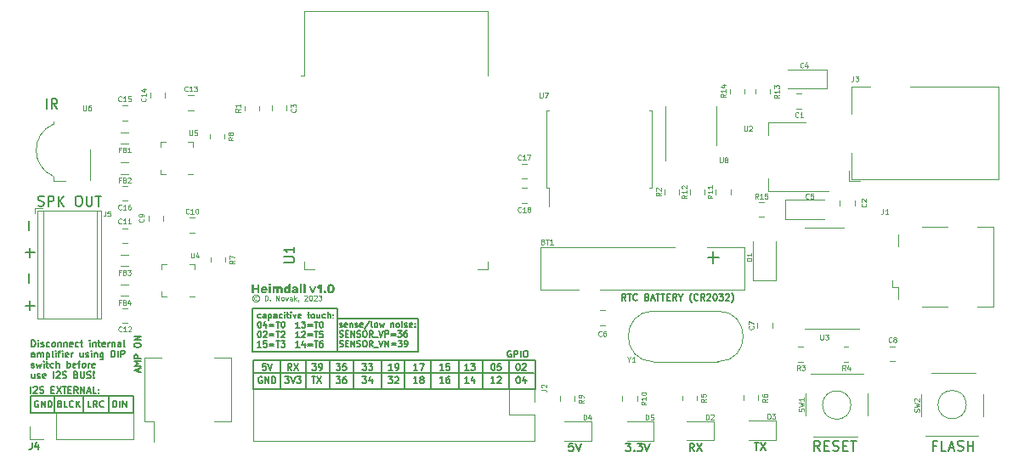
<source format=gbr>
%TF.GenerationSoftware,KiCad,Pcbnew,7.0.6*%
%TF.CreationDate,2024-04-30T21:14:55+02:00*%
%TF.ProjectId,heimdall_board,6865696d-6461-46c6-9c5f-626f6172642e,rev?*%
%TF.SameCoordinates,Original*%
%TF.FileFunction,Legend,Top*%
%TF.FilePolarity,Positive*%
%FSLAX46Y46*%
G04 Gerber Fmt 4.6, Leading zero omitted, Abs format (unit mm)*
G04 Created by KiCad (PCBNEW 7.0.6) date 2024-04-30 21:14:55*
%MOMM*%
%LPD*%
G01*
G04 APERTURE LIST*
%ADD10C,0.150000*%
%ADD11C,0.200000*%
%ADD12C,0.125000*%
%ADD13C,0.160000*%
%ADD14C,0.180000*%
%ADD15C,0.120000*%
G04 APERTURE END LIST*
D10*
X127075000Y-114250000D02*
X127075000Y-117050000D01*
X129375000Y-114250000D02*
X129375000Y-117050000D01*
X149775000Y-115550000D02*
X121875000Y-115550000D01*
X142275000Y-114250000D02*
X142275000Y-117050000D01*
X134575000Y-114250000D02*
X134575000Y-117050000D01*
X139475000Y-114250000D02*
X139475000Y-117050000D01*
X99575000Y-117850000D02*
X109845000Y-117850000D01*
X109845000Y-119520000D01*
X99575000Y-119520000D01*
X99575000Y-117850000D01*
X121785000Y-114250000D02*
X149875000Y-114250000D01*
X149875000Y-117120000D01*
X121785000Y-117120000D01*
X121785000Y-114250000D01*
X121700000Y-109100000D02*
X130150000Y-109100000D01*
X130150000Y-113450000D01*
X121700000Y-113450000D01*
X121700000Y-109100000D01*
X131775000Y-114250000D02*
X131775000Y-117050000D01*
X107375000Y-117850000D02*
X107375000Y-119450000D01*
X124475000Y-114250000D02*
X124475000Y-117050000D01*
X147245000Y-114320000D02*
X147245000Y-117120000D01*
X101975000Y-117850000D02*
X101975000Y-119450000D01*
X136875000Y-114250000D02*
X136875000Y-117050000D01*
X144675000Y-114250000D02*
X144675000Y-117050000D01*
X130175000Y-110150000D02*
X138225000Y-110150000D01*
X138225000Y-113450000D01*
X130175000Y-113450000D01*
X130175000Y-110150000D01*
X104875000Y-117850000D02*
X104875000Y-119450000D01*
X135668922Y-115262652D02*
X135297493Y-115262652D01*
X135483207Y-115262652D02*
X135483207Y-114612652D01*
X135483207Y-114612652D02*
X135421303Y-114705509D01*
X135421303Y-114705509D02*
X135359398Y-114767414D01*
X135359398Y-114767414D02*
X135297493Y-114798366D01*
X135978446Y-115262652D02*
X136102255Y-115262652D01*
X136102255Y-115262652D02*
X136164160Y-115231700D01*
X136164160Y-115231700D02*
X136195112Y-115200747D01*
X136195112Y-115200747D02*
X136257017Y-115107890D01*
X136257017Y-115107890D02*
X136287970Y-114984080D01*
X136287970Y-114984080D02*
X136287970Y-114736461D01*
X136287970Y-114736461D02*
X136257017Y-114674557D01*
X136257017Y-114674557D02*
X136226065Y-114643604D01*
X136226065Y-114643604D02*
X136164160Y-114612652D01*
X136164160Y-114612652D02*
X136040351Y-114612652D01*
X136040351Y-114612652D02*
X135978446Y-114643604D01*
X135978446Y-114643604D02*
X135947493Y-114674557D01*
X135947493Y-114674557D02*
X135916541Y-114736461D01*
X135916541Y-114736461D02*
X135916541Y-114891223D01*
X135916541Y-114891223D02*
X135947493Y-114953128D01*
X135947493Y-114953128D02*
X135978446Y-114984080D01*
X135978446Y-114984080D02*
X136040351Y-115015033D01*
X136040351Y-115015033D02*
X136164160Y-115015033D01*
X136164160Y-115015033D02*
X136226065Y-114984080D01*
X136226065Y-114984080D02*
X136257017Y-114953128D01*
X136257017Y-114953128D02*
X136287970Y-114891223D01*
X100364160Y-98872200D02*
X100507017Y-98919819D01*
X100507017Y-98919819D02*
X100745112Y-98919819D01*
X100745112Y-98919819D02*
X100840350Y-98872200D01*
X100840350Y-98872200D02*
X100887969Y-98824580D01*
X100887969Y-98824580D02*
X100935588Y-98729342D01*
X100935588Y-98729342D02*
X100935588Y-98634104D01*
X100935588Y-98634104D02*
X100887969Y-98538866D01*
X100887969Y-98538866D02*
X100840350Y-98491247D01*
X100840350Y-98491247D02*
X100745112Y-98443628D01*
X100745112Y-98443628D02*
X100554636Y-98396009D01*
X100554636Y-98396009D02*
X100459398Y-98348390D01*
X100459398Y-98348390D02*
X100411779Y-98300771D01*
X100411779Y-98300771D02*
X100364160Y-98205533D01*
X100364160Y-98205533D02*
X100364160Y-98110295D01*
X100364160Y-98110295D02*
X100411779Y-98015057D01*
X100411779Y-98015057D02*
X100459398Y-97967438D01*
X100459398Y-97967438D02*
X100554636Y-97919819D01*
X100554636Y-97919819D02*
X100792731Y-97919819D01*
X100792731Y-97919819D02*
X100935588Y-97967438D01*
X101364160Y-98919819D02*
X101364160Y-97919819D01*
X101364160Y-97919819D02*
X101745112Y-97919819D01*
X101745112Y-97919819D02*
X101840350Y-97967438D01*
X101840350Y-97967438D02*
X101887969Y-98015057D01*
X101887969Y-98015057D02*
X101935588Y-98110295D01*
X101935588Y-98110295D02*
X101935588Y-98253152D01*
X101935588Y-98253152D02*
X101887969Y-98348390D01*
X101887969Y-98348390D02*
X101840350Y-98396009D01*
X101840350Y-98396009D02*
X101745112Y-98443628D01*
X101745112Y-98443628D02*
X101364160Y-98443628D01*
X102364160Y-98919819D02*
X102364160Y-97919819D01*
X102935588Y-98919819D02*
X102507017Y-98348390D01*
X102935588Y-97919819D02*
X102364160Y-98491247D01*
X104316541Y-97919819D02*
X104507017Y-97919819D01*
X104507017Y-97919819D02*
X104602255Y-97967438D01*
X104602255Y-97967438D02*
X104697493Y-98062676D01*
X104697493Y-98062676D02*
X104745112Y-98253152D01*
X104745112Y-98253152D02*
X104745112Y-98586485D01*
X104745112Y-98586485D02*
X104697493Y-98776961D01*
X104697493Y-98776961D02*
X104602255Y-98872200D01*
X104602255Y-98872200D02*
X104507017Y-98919819D01*
X104507017Y-98919819D02*
X104316541Y-98919819D01*
X104316541Y-98919819D02*
X104221303Y-98872200D01*
X104221303Y-98872200D02*
X104126065Y-98776961D01*
X104126065Y-98776961D02*
X104078446Y-98586485D01*
X104078446Y-98586485D02*
X104078446Y-98253152D01*
X104078446Y-98253152D02*
X104126065Y-98062676D01*
X104126065Y-98062676D02*
X104221303Y-97967438D01*
X104221303Y-97967438D02*
X104316541Y-97919819D01*
X105173684Y-97919819D02*
X105173684Y-98729342D01*
X105173684Y-98729342D02*
X105221303Y-98824580D01*
X105221303Y-98824580D02*
X105268922Y-98872200D01*
X105268922Y-98872200D02*
X105364160Y-98919819D01*
X105364160Y-98919819D02*
X105554636Y-98919819D01*
X105554636Y-98919819D02*
X105649874Y-98872200D01*
X105649874Y-98872200D02*
X105697493Y-98824580D01*
X105697493Y-98824580D02*
X105745112Y-98729342D01*
X105745112Y-98729342D02*
X105745112Y-97919819D01*
X106078446Y-97919819D02*
X106649874Y-97919819D01*
X106364160Y-98919819D02*
X106364160Y-97919819D01*
D11*
X189828006Y-122793409D02*
X189494673Y-122793409D01*
X189494673Y-123317219D02*
X189494673Y-122317219D01*
X189494673Y-122317219D02*
X189970863Y-122317219D01*
X190828006Y-123317219D02*
X190351816Y-123317219D01*
X190351816Y-123317219D02*
X190351816Y-122317219D01*
X191113721Y-123031504D02*
X191589911Y-123031504D01*
X191018483Y-123317219D02*
X191351816Y-122317219D01*
X191351816Y-122317219D02*
X191685149Y-123317219D01*
X191970864Y-123269600D02*
X192113721Y-123317219D01*
X192113721Y-123317219D02*
X192351816Y-123317219D01*
X192351816Y-123317219D02*
X192447054Y-123269600D01*
X192447054Y-123269600D02*
X192494673Y-123221980D01*
X192494673Y-123221980D02*
X192542292Y-123126742D01*
X192542292Y-123126742D02*
X192542292Y-123031504D01*
X192542292Y-123031504D02*
X192494673Y-122936266D01*
X192494673Y-122936266D02*
X192447054Y-122888647D01*
X192447054Y-122888647D02*
X192351816Y-122841028D01*
X192351816Y-122841028D02*
X192161340Y-122793409D01*
X192161340Y-122793409D02*
X192066102Y-122745790D01*
X192066102Y-122745790D02*
X192018483Y-122698171D01*
X192018483Y-122698171D02*
X191970864Y-122602933D01*
X191970864Y-122602933D02*
X191970864Y-122507695D01*
X191970864Y-122507695D02*
X192018483Y-122412457D01*
X192018483Y-122412457D02*
X192066102Y-122364838D01*
X192066102Y-122364838D02*
X192161340Y-122317219D01*
X192161340Y-122317219D02*
X192399435Y-122317219D01*
X192399435Y-122317219D02*
X192542292Y-122364838D01*
X192970864Y-123317219D02*
X192970864Y-122317219D01*
X192970864Y-122793409D02*
X193542292Y-122793409D01*
X193542292Y-123317219D02*
X193542292Y-122317219D01*
D12*
X122131045Y-107951357D02*
X122083426Y-107927547D01*
X122083426Y-107927547D02*
X121988188Y-107927547D01*
X121988188Y-107927547D02*
X121940569Y-107951357D01*
X121940569Y-107951357D02*
X121892950Y-107998976D01*
X121892950Y-107998976D02*
X121869140Y-108046595D01*
X121869140Y-108046595D02*
X121869140Y-108141833D01*
X121869140Y-108141833D02*
X121892950Y-108189452D01*
X121892950Y-108189452D02*
X121940569Y-108237071D01*
X121940569Y-108237071D02*
X121988188Y-108260880D01*
X121988188Y-108260880D02*
X122083426Y-108260880D01*
X122083426Y-108260880D02*
X122131045Y-108237071D01*
X122035807Y-107760880D02*
X121916759Y-107784690D01*
X121916759Y-107784690D02*
X121797712Y-107856119D01*
X121797712Y-107856119D02*
X121726283Y-107975166D01*
X121726283Y-107975166D02*
X121702474Y-108094214D01*
X121702474Y-108094214D02*
X121726283Y-108213261D01*
X121726283Y-108213261D02*
X121797712Y-108332309D01*
X121797712Y-108332309D02*
X121916759Y-108403738D01*
X121916759Y-108403738D02*
X122035807Y-108427547D01*
X122035807Y-108427547D02*
X122154855Y-108403738D01*
X122154855Y-108403738D02*
X122273902Y-108332309D01*
X122273902Y-108332309D02*
X122345331Y-108213261D01*
X122345331Y-108213261D02*
X122369140Y-108094214D01*
X122369140Y-108094214D02*
X122345331Y-107975166D01*
X122345331Y-107975166D02*
X122273902Y-107856119D01*
X122273902Y-107856119D02*
X122154855Y-107784690D01*
X122154855Y-107784690D02*
X122035807Y-107760880D01*
X122964378Y-108332309D02*
X122964378Y-107832309D01*
X122964378Y-107832309D02*
X123083426Y-107832309D01*
X123083426Y-107832309D02*
X123154854Y-107856119D01*
X123154854Y-107856119D02*
X123202473Y-107903738D01*
X123202473Y-107903738D02*
X123226283Y-107951357D01*
X123226283Y-107951357D02*
X123250092Y-108046595D01*
X123250092Y-108046595D02*
X123250092Y-108118023D01*
X123250092Y-108118023D02*
X123226283Y-108213261D01*
X123226283Y-108213261D02*
X123202473Y-108260880D01*
X123202473Y-108260880D02*
X123154854Y-108308500D01*
X123154854Y-108308500D02*
X123083426Y-108332309D01*
X123083426Y-108332309D02*
X122964378Y-108332309D01*
X123464378Y-108284690D02*
X123488188Y-108308500D01*
X123488188Y-108308500D02*
X123464378Y-108332309D01*
X123464378Y-108332309D02*
X123440569Y-108308500D01*
X123440569Y-108308500D02*
X123464378Y-108284690D01*
X123464378Y-108284690D02*
X123464378Y-108332309D01*
X124083425Y-108332309D02*
X124083425Y-107832309D01*
X124083425Y-107832309D02*
X124369139Y-108332309D01*
X124369139Y-108332309D02*
X124369139Y-107832309D01*
X124678664Y-108332309D02*
X124631045Y-108308500D01*
X124631045Y-108308500D02*
X124607235Y-108284690D01*
X124607235Y-108284690D02*
X124583426Y-108237071D01*
X124583426Y-108237071D02*
X124583426Y-108094214D01*
X124583426Y-108094214D02*
X124607235Y-108046595D01*
X124607235Y-108046595D02*
X124631045Y-108022785D01*
X124631045Y-108022785D02*
X124678664Y-107998976D01*
X124678664Y-107998976D02*
X124750092Y-107998976D01*
X124750092Y-107998976D02*
X124797711Y-108022785D01*
X124797711Y-108022785D02*
X124821521Y-108046595D01*
X124821521Y-108046595D02*
X124845330Y-108094214D01*
X124845330Y-108094214D02*
X124845330Y-108237071D01*
X124845330Y-108237071D02*
X124821521Y-108284690D01*
X124821521Y-108284690D02*
X124797711Y-108308500D01*
X124797711Y-108308500D02*
X124750092Y-108332309D01*
X124750092Y-108332309D02*
X124678664Y-108332309D01*
X125011997Y-107998976D02*
X125131045Y-108332309D01*
X125131045Y-108332309D02*
X125250092Y-107998976D01*
X125654854Y-108332309D02*
X125654854Y-108070404D01*
X125654854Y-108070404D02*
X125631044Y-108022785D01*
X125631044Y-108022785D02*
X125583425Y-107998976D01*
X125583425Y-107998976D02*
X125488187Y-107998976D01*
X125488187Y-107998976D02*
X125440568Y-108022785D01*
X125654854Y-108308500D02*
X125607235Y-108332309D01*
X125607235Y-108332309D02*
X125488187Y-108332309D01*
X125488187Y-108332309D02*
X125440568Y-108308500D01*
X125440568Y-108308500D02*
X125416759Y-108260880D01*
X125416759Y-108260880D02*
X125416759Y-108213261D01*
X125416759Y-108213261D02*
X125440568Y-108165642D01*
X125440568Y-108165642D02*
X125488187Y-108141833D01*
X125488187Y-108141833D02*
X125607235Y-108141833D01*
X125607235Y-108141833D02*
X125654854Y-108118023D01*
X125892949Y-108332309D02*
X125892949Y-107832309D01*
X125940568Y-108141833D02*
X126083425Y-108332309D01*
X126083425Y-107998976D02*
X125892949Y-108189452D01*
X126321521Y-108308500D02*
X126321521Y-108332309D01*
X126321521Y-108332309D02*
X126297711Y-108379928D01*
X126297711Y-108379928D02*
X126273902Y-108403738D01*
X126892949Y-107879928D02*
X126916758Y-107856119D01*
X126916758Y-107856119D02*
X126964377Y-107832309D01*
X126964377Y-107832309D02*
X127083425Y-107832309D01*
X127083425Y-107832309D02*
X127131044Y-107856119D01*
X127131044Y-107856119D02*
X127154853Y-107879928D01*
X127154853Y-107879928D02*
X127178663Y-107927547D01*
X127178663Y-107927547D02*
X127178663Y-107975166D01*
X127178663Y-107975166D02*
X127154853Y-108046595D01*
X127154853Y-108046595D02*
X126869139Y-108332309D01*
X126869139Y-108332309D02*
X127178663Y-108332309D01*
X127488186Y-107832309D02*
X127535805Y-107832309D01*
X127535805Y-107832309D02*
X127583424Y-107856119D01*
X127583424Y-107856119D02*
X127607234Y-107879928D01*
X127607234Y-107879928D02*
X127631043Y-107927547D01*
X127631043Y-107927547D02*
X127654853Y-108022785D01*
X127654853Y-108022785D02*
X127654853Y-108141833D01*
X127654853Y-108141833D02*
X127631043Y-108237071D01*
X127631043Y-108237071D02*
X127607234Y-108284690D01*
X127607234Y-108284690D02*
X127583424Y-108308500D01*
X127583424Y-108308500D02*
X127535805Y-108332309D01*
X127535805Y-108332309D02*
X127488186Y-108332309D01*
X127488186Y-108332309D02*
X127440567Y-108308500D01*
X127440567Y-108308500D02*
X127416758Y-108284690D01*
X127416758Y-108284690D02*
X127392948Y-108237071D01*
X127392948Y-108237071D02*
X127369139Y-108141833D01*
X127369139Y-108141833D02*
X127369139Y-108022785D01*
X127369139Y-108022785D02*
X127392948Y-107927547D01*
X127392948Y-107927547D02*
X127416758Y-107879928D01*
X127416758Y-107879928D02*
X127440567Y-107856119D01*
X127440567Y-107856119D02*
X127488186Y-107832309D01*
X127845329Y-107879928D02*
X127869138Y-107856119D01*
X127869138Y-107856119D02*
X127916757Y-107832309D01*
X127916757Y-107832309D02*
X128035805Y-107832309D01*
X128035805Y-107832309D02*
X128083424Y-107856119D01*
X128083424Y-107856119D02*
X128107233Y-107879928D01*
X128107233Y-107879928D02*
X128131043Y-107927547D01*
X128131043Y-107927547D02*
X128131043Y-107975166D01*
X128131043Y-107975166D02*
X128107233Y-108046595D01*
X128107233Y-108046595D02*
X127821519Y-108332309D01*
X127821519Y-108332309D02*
X128131043Y-108332309D01*
X128297709Y-107832309D02*
X128607233Y-107832309D01*
X128607233Y-107832309D02*
X128440566Y-108022785D01*
X128440566Y-108022785D02*
X128511995Y-108022785D01*
X128511995Y-108022785D02*
X128559614Y-108046595D01*
X128559614Y-108046595D02*
X128583423Y-108070404D01*
X128583423Y-108070404D02*
X128607233Y-108118023D01*
X128607233Y-108118023D02*
X128607233Y-108237071D01*
X128607233Y-108237071D02*
X128583423Y-108284690D01*
X128583423Y-108284690D02*
X128559614Y-108308500D01*
X128559614Y-108308500D02*
X128511995Y-108332309D01*
X128511995Y-108332309D02*
X128369138Y-108332309D01*
X128369138Y-108332309D02*
X128321519Y-108308500D01*
X128321519Y-108308500D02*
X128297709Y-108284690D01*
D10*
X110401938Y-115427506D02*
X110401938Y-115117982D01*
X110587652Y-115489411D02*
X109937652Y-115272744D01*
X109937652Y-115272744D02*
X110587652Y-115056077D01*
X110587652Y-114839411D02*
X109937652Y-114839411D01*
X109937652Y-114839411D02*
X110401938Y-114622744D01*
X110401938Y-114622744D02*
X109937652Y-114406077D01*
X109937652Y-114406077D02*
X110587652Y-114406077D01*
X110587652Y-114096554D02*
X109937652Y-114096554D01*
X109937652Y-114096554D02*
X109937652Y-113848935D01*
X109937652Y-113848935D02*
X109968604Y-113787030D01*
X109968604Y-113787030D02*
X109999557Y-113756077D01*
X109999557Y-113756077D02*
X110061461Y-113725125D01*
X110061461Y-113725125D02*
X110154319Y-113725125D01*
X110154319Y-113725125D02*
X110216223Y-113756077D01*
X110216223Y-113756077D02*
X110247176Y-113787030D01*
X110247176Y-113787030D02*
X110278128Y-113848935D01*
X110278128Y-113848935D02*
X110278128Y-114096554D01*
X109937652Y-112827506D02*
X109937652Y-112703697D01*
X109937652Y-112703697D02*
X109968604Y-112641792D01*
X109968604Y-112641792D02*
X110030509Y-112579887D01*
X110030509Y-112579887D02*
X110154319Y-112548935D01*
X110154319Y-112548935D02*
X110370985Y-112548935D01*
X110370985Y-112548935D02*
X110494795Y-112579887D01*
X110494795Y-112579887D02*
X110556700Y-112641792D01*
X110556700Y-112641792D02*
X110587652Y-112703697D01*
X110587652Y-112703697D02*
X110587652Y-112827506D01*
X110587652Y-112827506D02*
X110556700Y-112889411D01*
X110556700Y-112889411D02*
X110494795Y-112951316D01*
X110494795Y-112951316D02*
X110370985Y-112982268D01*
X110370985Y-112982268D02*
X110154319Y-112982268D01*
X110154319Y-112982268D02*
X110030509Y-112951316D01*
X110030509Y-112951316D02*
X109968604Y-112889411D01*
X109968604Y-112889411D02*
X109937652Y-112827506D01*
X110587652Y-112270364D02*
X109937652Y-112270364D01*
X109937652Y-112270364D02*
X110587652Y-111898935D01*
X110587652Y-111898935D02*
X109937652Y-111898935D01*
X122668922Y-115943604D02*
X122607017Y-115912652D01*
X122607017Y-115912652D02*
X122514160Y-115912652D01*
X122514160Y-115912652D02*
X122421303Y-115943604D01*
X122421303Y-115943604D02*
X122359398Y-116005509D01*
X122359398Y-116005509D02*
X122328445Y-116067414D01*
X122328445Y-116067414D02*
X122297493Y-116191223D01*
X122297493Y-116191223D02*
X122297493Y-116284080D01*
X122297493Y-116284080D02*
X122328445Y-116407890D01*
X122328445Y-116407890D02*
X122359398Y-116469795D01*
X122359398Y-116469795D02*
X122421303Y-116531700D01*
X122421303Y-116531700D02*
X122514160Y-116562652D01*
X122514160Y-116562652D02*
X122576064Y-116562652D01*
X122576064Y-116562652D02*
X122668922Y-116531700D01*
X122668922Y-116531700D02*
X122699874Y-116500747D01*
X122699874Y-116500747D02*
X122699874Y-116284080D01*
X122699874Y-116284080D02*
X122576064Y-116284080D01*
X122978445Y-116562652D02*
X122978445Y-115912652D01*
X122978445Y-115912652D02*
X123349874Y-116562652D01*
X123349874Y-116562652D02*
X123349874Y-115912652D01*
X123659397Y-116562652D02*
X123659397Y-115912652D01*
X123659397Y-115912652D02*
X123814159Y-115912652D01*
X123814159Y-115912652D02*
X123907016Y-115943604D01*
X123907016Y-115943604D02*
X123968921Y-116005509D01*
X123968921Y-116005509D02*
X123999874Y-116067414D01*
X123999874Y-116067414D02*
X124030826Y-116191223D01*
X124030826Y-116191223D02*
X124030826Y-116284080D01*
X124030826Y-116284080D02*
X123999874Y-116407890D01*
X123999874Y-116407890D02*
X123968921Y-116469795D01*
X123968921Y-116469795D02*
X123907016Y-116531700D01*
X123907016Y-116531700D02*
X123814159Y-116562652D01*
X123814159Y-116562652D02*
X123659397Y-116562652D01*
X100368922Y-118343604D02*
X100307017Y-118312652D01*
X100307017Y-118312652D02*
X100214160Y-118312652D01*
X100214160Y-118312652D02*
X100121303Y-118343604D01*
X100121303Y-118343604D02*
X100059398Y-118405509D01*
X100059398Y-118405509D02*
X100028445Y-118467414D01*
X100028445Y-118467414D02*
X99997493Y-118591223D01*
X99997493Y-118591223D02*
X99997493Y-118684080D01*
X99997493Y-118684080D02*
X100028445Y-118807890D01*
X100028445Y-118807890D02*
X100059398Y-118869795D01*
X100059398Y-118869795D02*
X100121303Y-118931700D01*
X100121303Y-118931700D02*
X100214160Y-118962652D01*
X100214160Y-118962652D02*
X100276064Y-118962652D01*
X100276064Y-118962652D02*
X100368922Y-118931700D01*
X100368922Y-118931700D02*
X100399874Y-118900747D01*
X100399874Y-118900747D02*
X100399874Y-118684080D01*
X100399874Y-118684080D02*
X100276064Y-118684080D01*
X100678445Y-118962652D02*
X100678445Y-118312652D01*
X100678445Y-118312652D02*
X101049874Y-118962652D01*
X101049874Y-118962652D02*
X101049874Y-118312652D01*
X101359397Y-118962652D02*
X101359397Y-118312652D01*
X101359397Y-118312652D02*
X101514159Y-118312652D01*
X101514159Y-118312652D02*
X101607016Y-118343604D01*
X101607016Y-118343604D02*
X101668921Y-118405509D01*
X101668921Y-118405509D02*
X101699874Y-118467414D01*
X101699874Y-118467414D02*
X101730826Y-118591223D01*
X101730826Y-118591223D02*
X101730826Y-118684080D01*
X101730826Y-118684080D02*
X101699874Y-118807890D01*
X101699874Y-118807890D02*
X101668921Y-118869795D01*
X101668921Y-118869795D02*
X101607016Y-118931700D01*
X101607016Y-118931700D02*
X101514159Y-118962652D01*
X101514159Y-118962652D02*
X101359397Y-118962652D01*
X124966541Y-115912652D02*
X125368922Y-115912652D01*
X125368922Y-115912652D02*
X125152255Y-116160271D01*
X125152255Y-116160271D02*
X125245112Y-116160271D01*
X125245112Y-116160271D02*
X125307017Y-116191223D01*
X125307017Y-116191223D02*
X125337969Y-116222176D01*
X125337969Y-116222176D02*
X125368922Y-116284080D01*
X125368922Y-116284080D02*
X125368922Y-116438842D01*
X125368922Y-116438842D02*
X125337969Y-116500747D01*
X125337969Y-116500747D02*
X125307017Y-116531700D01*
X125307017Y-116531700D02*
X125245112Y-116562652D01*
X125245112Y-116562652D02*
X125059398Y-116562652D01*
X125059398Y-116562652D02*
X124997493Y-116531700D01*
X124997493Y-116531700D02*
X124966541Y-116500747D01*
X125554636Y-115912652D02*
X125771303Y-116562652D01*
X125771303Y-116562652D02*
X125987970Y-115912652D01*
X126142732Y-115912652D02*
X126545113Y-115912652D01*
X126545113Y-115912652D02*
X126328446Y-116160271D01*
X126328446Y-116160271D02*
X126421303Y-116160271D01*
X126421303Y-116160271D02*
X126483208Y-116191223D01*
X126483208Y-116191223D02*
X126514160Y-116222176D01*
X126514160Y-116222176D02*
X126545113Y-116284080D01*
X126545113Y-116284080D02*
X126545113Y-116438842D01*
X126545113Y-116438842D02*
X126514160Y-116500747D01*
X126514160Y-116500747D02*
X126483208Y-116531700D01*
X126483208Y-116531700D02*
X126421303Y-116562652D01*
X126421303Y-116562652D02*
X126235589Y-116562652D01*
X126235589Y-116562652D02*
X126173684Y-116531700D01*
X126173684Y-116531700D02*
X126142732Y-116500747D01*
X122523684Y-110042200D02*
X122466541Y-110070771D01*
X122466541Y-110070771D02*
X122352255Y-110070771D01*
X122352255Y-110070771D02*
X122295112Y-110042200D01*
X122295112Y-110042200D02*
X122266541Y-110013628D01*
X122266541Y-110013628D02*
X122237969Y-109956485D01*
X122237969Y-109956485D02*
X122237969Y-109785057D01*
X122237969Y-109785057D02*
X122266541Y-109727914D01*
X122266541Y-109727914D02*
X122295112Y-109699342D01*
X122295112Y-109699342D02*
X122352255Y-109670771D01*
X122352255Y-109670771D02*
X122466541Y-109670771D01*
X122466541Y-109670771D02*
X122523684Y-109699342D01*
X123037970Y-110070771D02*
X123037970Y-109756485D01*
X123037970Y-109756485D02*
X123009398Y-109699342D01*
X123009398Y-109699342D02*
X122952255Y-109670771D01*
X122952255Y-109670771D02*
X122837970Y-109670771D01*
X122837970Y-109670771D02*
X122780827Y-109699342D01*
X123037970Y-110042200D02*
X122980827Y-110070771D01*
X122980827Y-110070771D02*
X122837970Y-110070771D01*
X122837970Y-110070771D02*
X122780827Y-110042200D01*
X122780827Y-110042200D02*
X122752255Y-109985057D01*
X122752255Y-109985057D02*
X122752255Y-109927914D01*
X122752255Y-109927914D02*
X122780827Y-109870771D01*
X122780827Y-109870771D02*
X122837970Y-109842200D01*
X122837970Y-109842200D02*
X122980827Y-109842200D01*
X122980827Y-109842200D02*
X123037970Y-109813628D01*
X123323684Y-109670771D02*
X123323684Y-110270771D01*
X123323684Y-109699342D02*
X123380827Y-109670771D01*
X123380827Y-109670771D02*
X123495112Y-109670771D01*
X123495112Y-109670771D02*
X123552255Y-109699342D01*
X123552255Y-109699342D02*
X123580827Y-109727914D01*
X123580827Y-109727914D02*
X123609398Y-109785057D01*
X123609398Y-109785057D02*
X123609398Y-109956485D01*
X123609398Y-109956485D02*
X123580827Y-110013628D01*
X123580827Y-110013628D02*
X123552255Y-110042200D01*
X123552255Y-110042200D02*
X123495112Y-110070771D01*
X123495112Y-110070771D02*
X123380827Y-110070771D01*
X123380827Y-110070771D02*
X123323684Y-110042200D01*
X124123684Y-110070771D02*
X124123684Y-109756485D01*
X124123684Y-109756485D02*
X124095112Y-109699342D01*
X124095112Y-109699342D02*
X124037969Y-109670771D01*
X124037969Y-109670771D02*
X123923684Y-109670771D01*
X123923684Y-109670771D02*
X123866541Y-109699342D01*
X124123684Y-110042200D02*
X124066541Y-110070771D01*
X124066541Y-110070771D02*
X123923684Y-110070771D01*
X123923684Y-110070771D02*
X123866541Y-110042200D01*
X123866541Y-110042200D02*
X123837969Y-109985057D01*
X123837969Y-109985057D02*
X123837969Y-109927914D01*
X123837969Y-109927914D02*
X123866541Y-109870771D01*
X123866541Y-109870771D02*
X123923684Y-109842200D01*
X123923684Y-109842200D02*
X124066541Y-109842200D01*
X124066541Y-109842200D02*
X124123684Y-109813628D01*
X124666541Y-110042200D02*
X124609398Y-110070771D01*
X124609398Y-110070771D02*
X124495112Y-110070771D01*
X124495112Y-110070771D02*
X124437969Y-110042200D01*
X124437969Y-110042200D02*
X124409398Y-110013628D01*
X124409398Y-110013628D02*
X124380826Y-109956485D01*
X124380826Y-109956485D02*
X124380826Y-109785057D01*
X124380826Y-109785057D02*
X124409398Y-109727914D01*
X124409398Y-109727914D02*
X124437969Y-109699342D01*
X124437969Y-109699342D02*
X124495112Y-109670771D01*
X124495112Y-109670771D02*
X124609398Y-109670771D01*
X124609398Y-109670771D02*
X124666541Y-109699342D01*
X124923684Y-110070771D02*
X124923684Y-109670771D01*
X124923684Y-109470771D02*
X124895112Y-109499342D01*
X124895112Y-109499342D02*
X124923684Y-109527914D01*
X124923684Y-109527914D02*
X124952255Y-109499342D01*
X124952255Y-109499342D02*
X124923684Y-109470771D01*
X124923684Y-109470771D02*
X124923684Y-109527914D01*
X125123683Y-109670771D02*
X125352255Y-109670771D01*
X125209398Y-109470771D02*
X125209398Y-109985057D01*
X125209398Y-109985057D02*
X125237969Y-110042200D01*
X125237969Y-110042200D02*
X125295112Y-110070771D01*
X125295112Y-110070771D02*
X125352255Y-110070771D01*
X125552255Y-110070771D02*
X125552255Y-109670771D01*
X125552255Y-109470771D02*
X125523683Y-109499342D01*
X125523683Y-109499342D02*
X125552255Y-109527914D01*
X125552255Y-109527914D02*
X125580826Y-109499342D01*
X125580826Y-109499342D02*
X125552255Y-109470771D01*
X125552255Y-109470771D02*
X125552255Y-109527914D01*
X125780826Y-109670771D02*
X125923683Y-110070771D01*
X125923683Y-110070771D02*
X126066540Y-109670771D01*
X126523683Y-110042200D02*
X126466540Y-110070771D01*
X126466540Y-110070771D02*
X126352255Y-110070771D01*
X126352255Y-110070771D02*
X126295112Y-110042200D01*
X126295112Y-110042200D02*
X126266540Y-109985057D01*
X126266540Y-109985057D02*
X126266540Y-109756485D01*
X126266540Y-109756485D02*
X126295112Y-109699342D01*
X126295112Y-109699342D02*
X126352255Y-109670771D01*
X126352255Y-109670771D02*
X126466540Y-109670771D01*
X126466540Y-109670771D02*
X126523683Y-109699342D01*
X126523683Y-109699342D02*
X126552255Y-109756485D01*
X126552255Y-109756485D02*
X126552255Y-109813628D01*
X126552255Y-109813628D02*
X126266540Y-109870771D01*
X127180826Y-109670771D02*
X127409398Y-109670771D01*
X127266541Y-109470771D02*
X127266541Y-109985057D01*
X127266541Y-109985057D02*
X127295112Y-110042200D01*
X127295112Y-110042200D02*
X127352255Y-110070771D01*
X127352255Y-110070771D02*
X127409398Y-110070771D01*
X127695112Y-110070771D02*
X127637969Y-110042200D01*
X127637969Y-110042200D02*
X127609398Y-110013628D01*
X127609398Y-110013628D02*
X127580826Y-109956485D01*
X127580826Y-109956485D02*
X127580826Y-109785057D01*
X127580826Y-109785057D02*
X127609398Y-109727914D01*
X127609398Y-109727914D02*
X127637969Y-109699342D01*
X127637969Y-109699342D02*
X127695112Y-109670771D01*
X127695112Y-109670771D02*
X127780826Y-109670771D01*
X127780826Y-109670771D02*
X127837969Y-109699342D01*
X127837969Y-109699342D02*
X127866541Y-109727914D01*
X127866541Y-109727914D02*
X127895112Y-109785057D01*
X127895112Y-109785057D02*
X127895112Y-109956485D01*
X127895112Y-109956485D02*
X127866541Y-110013628D01*
X127866541Y-110013628D02*
X127837969Y-110042200D01*
X127837969Y-110042200D02*
X127780826Y-110070771D01*
X127780826Y-110070771D02*
X127695112Y-110070771D01*
X128409398Y-109670771D02*
X128409398Y-110070771D01*
X128152255Y-109670771D02*
X128152255Y-109985057D01*
X128152255Y-109985057D02*
X128180826Y-110042200D01*
X128180826Y-110042200D02*
X128237969Y-110070771D01*
X128237969Y-110070771D02*
X128323683Y-110070771D01*
X128323683Y-110070771D02*
X128380826Y-110042200D01*
X128380826Y-110042200D02*
X128409398Y-110013628D01*
X128952255Y-110042200D02*
X128895112Y-110070771D01*
X128895112Y-110070771D02*
X128780826Y-110070771D01*
X128780826Y-110070771D02*
X128723683Y-110042200D01*
X128723683Y-110042200D02*
X128695112Y-110013628D01*
X128695112Y-110013628D02*
X128666540Y-109956485D01*
X128666540Y-109956485D02*
X128666540Y-109785057D01*
X128666540Y-109785057D02*
X128695112Y-109727914D01*
X128695112Y-109727914D02*
X128723683Y-109699342D01*
X128723683Y-109699342D02*
X128780826Y-109670771D01*
X128780826Y-109670771D02*
X128895112Y-109670771D01*
X128895112Y-109670771D02*
X128952255Y-109699342D01*
X129209398Y-110070771D02*
X129209398Y-109470771D01*
X129466541Y-110070771D02*
X129466541Y-109756485D01*
X129466541Y-109756485D02*
X129437969Y-109699342D01*
X129437969Y-109699342D02*
X129380826Y-109670771D01*
X129380826Y-109670771D02*
X129295112Y-109670771D01*
X129295112Y-109670771D02*
X129237969Y-109699342D01*
X129237969Y-109699342D02*
X129209398Y-109727914D01*
X129752255Y-110013628D02*
X129780826Y-110042200D01*
X129780826Y-110042200D02*
X129752255Y-110070771D01*
X129752255Y-110070771D02*
X129723683Y-110042200D01*
X129723683Y-110042200D02*
X129752255Y-110013628D01*
X129752255Y-110013628D02*
X129752255Y-110070771D01*
X129752255Y-109699342D02*
X129780826Y-109727914D01*
X129780826Y-109727914D02*
X129752255Y-109756485D01*
X129752255Y-109756485D02*
X129723683Y-109727914D01*
X129723683Y-109727914D02*
X129752255Y-109699342D01*
X129752255Y-109699342D02*
X129752255Y-109756485D01*
X122380826Y-110436771D02*
X122437969Y-110436771D01*
X122437969Y-110436771D02*
X122495112Y-110465342D01*
X122495112Y-110465342D02*
X122523684Y-110493914D01*
X122523684Y-110493914D02*
X122552255Y-110551057D01*
X122552255Y-110551057D02*
X122580826Y-110665342D01*
X122580826Y-110665342D02*
X122580826Y-110808200D01*
X122580826Y-110808200D02*
X122552255Y-110922485D01*
X122552255Y-110922485D02*
X122523684Y-110979628D01*
X122523684Y-110979628D02*
X122495112Y-111008200D01*
X122495112Y-111008200D02*
X122437969Y-111036771D01*
X122437969Y-111036771D02*
X122380826Y-111036771D01*
X122380826Y-111036771D02*
X122323684Y-111008200D01*
X122323684Y-111008200D02*
X122295112Y-110979628D01*
X122295112Y-110979628D02*
X122266541Y-110922485D01*
X122266541Y-110922485D02*
X122237969Y-110808200D01*
X122237969Y-110808200D02*
X122237969Y-110665342D01*
X122237969Y-110665342D02*
X122266541Y-110551057D01*
X122266541Y-110551057D02*
X122295112Y-110493914D01*
X122295112Y-110493914D02*
X122323684Y-110465342D01*
X122323684Y-110465342D02*
X122380826Y-110436771D01*
X123095113Y-110636771D02*
X123095113Y-111036771D01*
X122952255Y-110408200D02*
X122809398Y-110836771D01*
X122809398Y-110836771D02*
X123180827Y-110836771D01*
X123409399Y-110722485D02*
X123866542Y-110722485D01*
X123866542Y-110893914D02*
X123409399Y-110893914D01*
X124066541Y-110436771D02*
X124409399Y-110436771D01*
X124237970Y-111036771D02*
X124237970Y-110436771D01*
X124723684Y-110436771D02*
X124780827Y-110436771D01*
X124780827Y-110436771D02*
X124837970Y-110465342D01*
X124837970Y-110465342D02*
X124866542Y-110493914D01*
X124866542Y-110493914D02*
X124895113Y-110551057D01*
X124895113Y-110551057D02*
X124923684Y-110665342D01*
X124923684Y-110665342D02*
X124923684Y-110808200D01*
X124923684Y-110808200D02*
X124895113Y-110922485D01*
X124895113Y-110922485D02*
X124866542Y-110979628D01*
X124866542Y-110979628D02*
X124837970Y-111008200D01*
X124837970Y-111008200D02*
X124780827Y-111036771D01*
X124780827Y-111036771D02*
X124723684Y-111036771D01*
X124723684Y-111036771D02*
X124666542Y-111008200D01*
X124666542Y-111008200D02*
X124637970Y-110979628D01*
X124637970Y-110979628D02*
X124609399Y-110922485D01*
X124609399Y-110922485D02*
X124580827Y-110808200D01*
X124580827Y-110808200D02*
X124580827Y-110665342D01*
X124580827Y-110665342D02*
X124609399Y-110551057D01*
X124609399Y-110551057D02*
X124637970Y-110493914D01*
X124637970Y-110493914D02*
X124666542Y-110465342D01*
X124666542Y-110465342D02*
X124723684Y-110436771D01*
X126409399Y-111036771D02*
X126066542Y-111036771D01*
X126237971Y-111036771D02*
X126237971Y-110436771D01*
X126237971Y-110436771D02*
X126180828Y-110522485D01*
X126180828Y-110522485D02*
X126123685Y-110579628D01*
X126123685Y-110579628D02*
X126066542Y-110608200D01*
X126609400Y-110436771D02*
X126980828Y-110436771D01*
X126980828Y-110436771D02*
X126780828Y-110665342D01*
X126780828Y-110665342D02*
X126866543Y-110665342D01*
X126866543Y-110665342D02*
X126923686Y-110693914D01*
X126923686Y-110693914D02*
X126952257Y-110722485D01*
X126952257Y-110722485D02*
X126980828Y-110779628D01*
X126980828Y-110779628D02*
X126980828Y-110922485D01*
X126980828Y-110922485D02*
X126952257Y-110979628D01*
X126952257Y-110979628D02*
X126923686Y-111008200D01*
X126923686Y-111008200D02*
X126866543Y-111036771D01*
X126866543Y-111036771D02*
X126695114Y-111036771D01*
X126695114Y-111036771D02*
X126637971Y-111008200D01*
X126637971Y-111008200D02*
X126609400Y-110979628D01*
X127237972Y-110722485D02*
X127695115Y-110722485D01*
X127695115Y-110893914D02*
X127237972Y-110893914D01*
X127895114Y-110436771D02*
X128237972Y-110436771D01*
X128066543Y-111036771D02*
X128066543Y-110436771D01*
X128552257Y-110436771D02*
X128609400Y-110436771D01*
X128609400Y-110436771D02*
X128666543Y-110465342D01*
X128666543Y-110465342D02*
X128695115Y-110493914D01*
X128695115Y-110493914D02*
X128723686Y-110551057D01*
X128723686Y-110551057D02*
X128752257Y-110665342D01*
X128752257Y-110665342D02*
X128752257Y-110808200D01*
X128752257Y-110808200D02*
X128723686Y-110922485D01*
X128723686Y-110922485D02*
X128695115Y-110979628D01*
X128695115Y-110979628D02*
X128666543Y-111008200D01*
X128666543Y-111008200D02*
X128609400Y-111036771D01*
X128609400Y-111036771D02*
X128552257Y-111036771D01*
X128552257Y-111036771D02*
X128495115Y-111008200D01*
X128495115Y-111008200D02*
X128466543Y-110979628D01*
X128466543Y-110979628D02*
X128437972Y-110922485D01*
X128437972Y-110922485D02*
X128409400Y-110808200D01*
X128409400Y-110808200D02*
X128409400Y-110665342D01*
X128409400Y-110665342D02*
X128437972Y-110551057D01*
X128437972Y-110551057D02*
X128466543Y-110493914D01*
X128466543Y-110493914D02*
X128495115Y-110465342D01*
X128495115Y-110465342D02*
X128552257Y-110436771D01*
X122380826Y-111402771D02*
X122437969Y-111402771D01*
X122437969Y-111402771D02*
X122495112Y-111431342D01*
X122495112Y-111431342D02*
X122523684Y-111459914D01*
X122523684Y-111459914D02*
X122552255Y-111517057D01*
X122552255Y-111517057D02*
X122580826Y-111631342D01*
X122580826Y-111631342D02*
X122580826Y-111774200D01*
X122580826Y-111774200D02*
X122552255Y-111888485D01*
X122552255Y-111888485D02*
X122523684Y-111945628D01*
X122523684Y-111945628D02*
X122495112Y-111974200D01*
X122495112Y-111974200D02*
X122437969Y-112002771D01*
X122437969Y-112002771D02*
X122380826Y-112002771D01*
X122380826Y-112002771D02*
X122323684Y-111974200D01*
X122323684Y-111974200D02*
X122295112Y-111945628D01*
X122295112Y-111945628D02*
X122266541Y-111888485D01*
X122266541Y-111888485D02*
X122237969Y-111774200D01*
X122237969Y-111774200D02*
X122237969Y-111631342D01*
X122237969Y-111631342D02*
X122266541Y-111517057D01*
X122266541Y-111517057D02*
X122295112Y-111459914D01*
X122295112Y-111459914D02*
X122323684Y-111431342D01*
X122323684Y-111431342D02*
X122380826Y-111402771D01*
X122809398Y-111459914D02*
X122837970Y-111431342D01*
X122837970Y-111431342D02*
X122895113Y-111402771D01*
X122895113Y-111402771D02*
X123037970Y-111402771D01*
X123037970Y-111402771D02*
X123095113Y-111431342D01*
X123095113Y-111431342D02*
X123123684Y-111459914D01*
X123123684Y-111459914D02*
X123152255Y-111517057D01*
X123152255Y-111517057D02*
X123152255Y-111574200D01*
X123152255Y-111574200D02*
X123123684Y-111659914D01*
X123123684Y-111659914D02*
X122780827Y-112002771D01*
X122780827Y-112002771D02*
X123152255Y-112002771D01*
X123409399Y-111688485D02*
X123866542Y-111688485D01*
X123866542Y-111859914D02*
X123409399Y-111859914D01*
X124066541Y-111402771D02*
X124409399Y-111402771D01*
X124237970Y-112002771D02*
X124237970Y-111402771D01*
X124580827Y-111459914D02*
X124609399Y-111431342D01*
X124609399Y-111431342D02*
X124666542Y-111402771D01*
X124666542Y-111402771D02*
X124809399Y-111402771D01*
X124809399Y-111402771D02*
X124866542Y-111431342D01*
X124866542Y-111431342D02*
X124895113Y-111459914D01*
X124895113Y-111459914D02*
X124923684Y-111517057D01*
X124923684Y-111517057D02*
X124923684Y-111574200D01*
X124923684Y-111574200D02*
X124895113Y-111659914D01*
X124895113Y-111659914D02*
X124552256Y-112002771D01*
X124552256Y-112002771D02*
X124923684Y-112002771D01*
X126409399Y-112002771D02*
X126066542Y-112002771D01*
X126237971Y-112002771D02*
X126237971Y-111402771D01*
X126237971Y-111402771D02*
X126180828Y-111488485D01*
X126180828Y-111488485D02*
X126123685Y-111545628D01*
X126123685Y-111545628D02*
X126066542Y-111574200D01*
X126637971Y-111459914D02*
X126666543Y-111431342D01*
X126666543Y-111431342D02*
X126723686Y-111402771D01*
X126723686Y-111402771D02*
X126866543Y-111402771D01*
X126866543Y-111402771D02*
X126923686Y-111431342D01*
X126923686Y-111431342D02*
X126952257Y-111459914D01*
X126952257Y-111459914D02*
X126980828Y-111517057D01*
X126980828Y-111517057D02*
X126980828Y-111574200D01*
X126980828Y-111574200D02*
X126952257Y-111659914D01*
X126952257Y-111659914D02*
X126609400Y-112002771D01*
X126609400Y-112002771D02*
X126980828Y-112002771D01*
X127237972Y-111688485D02*
X127695115Y-111688485D01*
X127695115Y-111859914D02*
X127237972Y-111859914D01*
X127895114Y-111402771D02*
X128237972Y-111402771D01*
X128066543Y-112002771D02*
X128066543Y-111402771D01*
X128723686Y-111402771D02*
X128437972Y-111402771D01*
X128437972Y-111402771D02*
X128409400Y-111688485D01*
X128409400Y-111688485D02*
X128437972Y-111659914D01*
X128437972Y-111659914D02*
X128495115Y-111631342D01*
X128495115Y-111631342D02*
X128637972Y-111631342D01*
X128637972Y-111631342D02*
X128695115Y-111659914D01*
X128695115Y-111659914D02*
X128723686Y-111688485D01*
X128723686Y-111688485D02*
X128752257Y-111745628D01*
X128752257Y-111745628D02*
X128752257Y-111888485D01*
X128752257Y-111888485D02*
X128723686Y-111945628D01*
X128723686Y-111945628D02*
X128695115Y-111974200D01*
X128695115Y-111974200D02*
X128637972Y-112002771D01*
X128637972Y-112002771D02*
X128495115Y-112002771D01*
X128495115Y-112002771D02*
X128437972Y-111974200D01*
X128437972Y-111974200D02*
X128409400Y-111945628D01*
X122580826Y-112968771D02*
X122237969Y-112968771D01*
X122409398Y-112968771D02*
X122409398Y-112368771D01*
X122409398Y-112368771D02*
X122352255Y-112454485D01*
X122352255Y-112454485D02*
X122295112Y-112511628D01*
X122295112Y-112511628D02*
X122237969Y-112540200D01*
X123123684Y-112368771D02*
X122837970Y-112368771D01*
X122837970Y-112368771D02*
X122809398Y-112654485D01*
X122809398Y-112654485D02*
X122837970Y-112625914D01*
X122837970Y-112625914D02*
X122895113Y-112597342D01*
X122895113Y-112597342D02*
X123037970Y-112597342D01*
X123037970Y-112597342D02*
X123095113Y-112625914D01*
X123095113Y-112625914D02*
X123123684Y-112654485D01*
X123123684Y-112654485D02*
X123152255Y-112711628D01*
X123152255Y-112711628D02*
X123152255Y-112854485D01*
X123152255Y-112854485D02*
X123123684Y-112911628D01*
X123123684Y-112911628D02*
X123095113Y-112940200D01*
X123095113Y-112940200D02*
X123037970Y-112968771D01*
X123037970Y-112968771D02*
X122895113Y-112968771D01*
X122895113Y-112968771D02*
X122837970Y-112940200D01*
X122837970Y-112940200D02*
X122809398Y-112911628D01*
X123409399Y-112654485D02*
X123866542Y-112654485D01*
X123866542Y-112825914D02*
X123409399Y-112825914D01*
X124066541Y-112368771D02*
X124409399Y-112368771D01*
X124237970Y-112968771D02*
X124237970Y-112368771D01*
X124552256Y-112368771D02*
X124923684Y-112368771D01*
X124923684Y-112368771D02*
X124723684Y-112597342D01*
X124723684Y-112597342D02*
X124809399Y-112597342D01*
X124809399Y-112597342D02*
X124866542Y-112625914D01*
X124866542Y-112625914D02*
X124895113Y-112654485D01*
X124895113Y-112654485D02*
X124923684Y-112711628D01*
X124923684Y-112711628D02*
X124923684Y-112854485D01*
X124923684Y-112854485D02*
X124895113Y-112911628D01*
X124895113Y-112911628D02*
X124866542Y-112940200D01*
X124866542Y-112940200D02*
X124809399Y-112968771D01*
X124809399Y-112968771D02*
X124637970Y-112968771D01*
X124637970Y-112968771D02*
X124580827Y-112940200D01*
X124580827Y-112940200D02*
X124552256Y-112911628D01*
X126409399Y-112968771D02*
X126066542Y-112968771D01*
X126237971Y-112968771D02*
X126237971Y-112368771D01*
X126237971Y-112368771D02*
X126180828Y-112454485D01*
X126180828Y-112454485D02*
X126123685Y-112511628D01*
X126123685Y-112511628D02*
X126066542Y-112540200D01*
X126923686Y-112568771D02*
X126923686Y-112968771D01*
X126780828Y-112340200D02*
X126637971Y-112768771D01*
X126637971Y-112768771D02*
X127009400Y-112768771D01*
X127237972Y-112654485D02*
X127695115Y-112654485D01*
X127695115Y-112825914D02*
X127237972Y-112825914D01*
X127895114Y-112368771D02*
X128237972Y-112368771D01*
X128066543Y-112968771D02*
X128066543Y-112368771D01*
X128695115Y-112368771D02*
X128580829Y-112368771D01*
X128580829Y-112368771D02*
X128523686Y-112397342D01*
X128523686Y-112397342D02*
X128495115Y-112425914D01*
X128495115Y-112425914D02*
X128437972Y-112511628D01*
X128437972Y-112511628D02*
X128409400Y-112625914D01*
X128409400Y-112625914D02*
X128409400Y-112854485D01*
X128409400Y-112854485D02*
X128437972Y-112911628D01*
X128437972Y-112911628D02*
X128466543Y-112940200D01*
X128466543Y-112940200D02*
X128523686Y-112968771D01*
X128523686Y-112968771D02*
X128637972Y-112968771D01*
X128637972Y-112968771D02*
X128695115Y-112940200D01*
X128695115Y-112940200D02*
X128723686Y-112911628D01*
X128723686Y-112911628D02*
X128752257Y-112854485D01*
X128752257Y-112854485D02*
X128752257Y-112711628D01*
X128752257Y-112711628D02*
X128723686Y-112654485D01*
X128723686Y-112654485D02*
X128695115Y-112625914D01*
X128695115Y-112625914D02*
X128637972Y-112597342D01*
X128637972Y-112597342D02*
X128523686Y-112597342D01*
X128523686Y-112597342D02*
X128466543Y-112625914D01*
X128466543Y-112625914D02*
X128437972Y-112654485D01*
X128437972Y-112654485D02*
X128409400Y-112711628D01*
X99628445Y-117562652D02*
X99628445Y-116912652D01*
X99907017Y-116974557D02*
X99937969Y-116943604D01*
X99937969Y-116943604D02*
X99999874Y-116912652D01*
X99999874Y-116912652D02*
X100154636Y-116912652D01*
X100154636Y-116912652D02*
X100216541Y-116943604D01*
X100216541Y-116943604D02*
X100247493Y-116974557D01*
X100247493Y-116974557D02*
X100278446Y-117036461D01*
X100278446Y-117036461D02*
X100278446Y-117098366D01*
X100278446Y-117098366D02*
X100247493Y-117191223D01*
X100247493Y-117191223D02*
X99876065Y-117562652D01*
X99876065Y-117562652D02*
X100278446Y-117562652D01*
X100526065Y-117531700D02*
X100618922Y-117562652D01*
X100618922Y-117562652D02*
X100773684Y-117562652D01*
X100773684Y-117562652D02*
X100835589Y-117531700D01*
X100835589Y-117531700D02*
X100866541Y-117500747D01*
X100866541Y-117500747D02*
X100897494Y-117438842D01*
X100897494Y-117438842D02*
X100897494Y-117376938D01*
X100897494Y-117376938D02*
X100866541Y-117315033D01*
X100866541Y-117315033D02*
X100835589Y-117284080D01*
X100835589Y-117284080D02*
X100773684Y-117253128D01*
X100773684Y-117253128D02*
X100649875Y-117222176D01*
X100649875Y-117222176D02*
X100587970Y-117191223D01*
X100587970Y-117191223D02*
X100557017Y-117160271D01*
X100557017Y-117160271D02*
X100526065Y-117098366D01*
X100526065Y-117098366D02*
X100526065Y-117036461D01*
X100526065Y-117036461D02*
X100557017Y-116974557D01*
X100557017Y-116974557D02*
X100587970Y-116943604D01*
X100587970Y-116943604D02*
X100649875Y-116912652D01*
X100649875Y-116912652D02*
X100804636Y-116912652D01*
X100804636Y-116912652D02*
X100897494Y-116943604D01*
X101671303Y-117222176D02*
X101887970Y-117222176D01*
X101980827Y-117562652D02*
X101671303Y-117562652D01*
X101671303Y-117562652D02*
X101671303Y-116912652D01*
X101671303Y-116912652D02*
X101980827Y-116912652D01*
X102197494Y-116912652D02*
X102630827Y-117562652D01*
X102630827Y-116912652D02*
X102197494Y-117562652D01*
X102785589Y-116912652D02*
X103157018Y-116912652D01*
X102971304Y-117562652D02*
X102971304Y-116912652D01*
X103373684Y-117222176D02*
X103590351Y-117222176D01*
X103683208Y-117562652D02*
X103373684Y-117562652D01*
X103373684Y-117562652D02*
X103373684Y-116912652D01*
X103373684Y-116912652D02*
X103683208Y-116912652D01*
X104333208Y-117562652D02*
X104116541Y-117253128D01*
X103961779Y-117562652D02*
X103961779Y-116912652D01*
X103961779Y-116912652D02*
X104209398Y-116912652D01*
X104209398Y-116912652D02*
X104271303Y-116943604D01*
X104271303Y-116943604D02*
X104302256Y-116974557D01*
X104302256Y-116974557D02*
X104333208Y-117036461D01*
X104333208Y-117036461D02*
X104333208Y-117129319D01*
X104333208Y-117129319D02*
X104302256Y-117191223D01*
X104302256Y-117191223D02*
X104271303Y-117222176D01*
X104271303Y-117222176D02*
X104209398Y-117253128D01*
X104209398Y-117253128D02*
X103961779Y-117253128D01*
X104611779Y-117562652D02*
X104611779Y-116912652D01*
X104611779Y-116912652D02*
X104983208Y-117562652D01*
X104983208Y-117562652D02*
X104983208Y-116912652D01*
X105261779Y-117376938D02*
X105571303Y-117376938D01*
X105199874Y-117562652D02*
X105416541Y-116912652D01*
X105416541Y-116912652D02*
X105633208Y-117562652D01*
X106159398Y-117562652D02*
X105849874Y-117562652D01*
X105849874Y-117562652D02*
X105849874Y-116912652D01*
X106376064Y-117500747D02*
X106407017Y-117531700D01*
X106407017Y-117531700D02*
X106376064Y-117562652D01*
X106376064Y-117562652D02*
X106345112Y-117531700D01*
X106345112Y-117531700D02*
X106376064Y-117500747D01*
X106376064Y-117500747D02*
X106376064Y-117562652D01*
X106376064Y-117160271D02*
X106407017Y-117191223D01*
X106407017Y-117191223D02*
X106376064Y-117222176D01*
X106376064Y-117222176D02*
X106345112Y-117191223D01*
X106345112Y-117191223D02*
X106376064Y-117160271D01*
X106376064Y-117160271D02*
X106376064Y-117222176D01*
D11*
X99460600Y-101332707D02*
X99460600Y-100418422D01*
D10*
X148152255Y-114612652D02*
X148214160Y-114612652D01*
X148214160Y-114612652D02*
X148276064Y-114643604D01*
X148276064Y-114643604D02*
X148307017Y-114674557D01*
X148307017Y-114674557D02*
X148337969Y-114736461D01*
X148337969Y-114736461D02*
X148368922Y-114860271D01*
X148368922Y-114860271D02*
X148368922Y-115015033D01*
X148368922Y-115015033D02*
X148337969Y-115138842D01*
X148337969Y-115138842D02*
X148307017Y-115200747D01*
X148307017Y-115200747D02*
X148276064Y-115231700D01*
X148276064Y-115231700D02*
X148214160Y-115262652D01*
X148214160Y-115262652D02*
X148152255Y-115262652D01*
X148152255Y-115262652D02*
X148090350Y-115231700D01*
X148090350Y-115231700D02*
X148059398Y-115200747D01*
X148059398Y-115200747D02*
X148028445Y-115138842D01*
X148028445Y-115138842D02*
X147997493Y-115015033D01*
X147997493Y-115015033D02*
X147997493Y-114860271D01*
X147997493Y-114860271D02*
X148028445Y-114736461D01*
X148028445Y-114736461D02*
X148059398Y-114674557D01*
X148059398Y-114674557D02*
X148090350Y-114643604D01*
X148090350Y-114643604D02*
X148152255Y-114612652D01*
X148616541Y-114674557D02*
X148647493Y-114643604D01*
X148647493Y-114643604D02*
X148709398Y-114612652D01*
X148709398Y-114612652D02*
X148864160Y-114612652D01*
X148864160Y-114612652D02*
X148926065Y-114643604D01*
X148926065Y-114643604D02*
X148957017Y-114674557D01*
X148957017Y-114674557D02*
X148987970Y-114736461D01*
X148987970Y-114736461D02*
X148987970Y-114798366D01*
X148987970Y-114798366D02*
X148957017Y-114891223D01*
X148957017Y-114891223D02*
X148585589Y-115262652D01*
X148585589Y-115262652D02*
X148987970Y-115262652D01*
X158899874Y-108312652D02*
X158683207Y-108003128D01*
X158528445Y-108312652D02*
X158528445Y-107662652D01*
X158528445Y-107662652D02*
X158776064Y-107662652D01*
X158776064Y-107662652D02*
X158837969Y-107693604D01*
X158837969Y-107693604D02*
X158868922Y-107724557D01*
X158868922Y-107724557D02*
X158899874Y-107786461D01*
X158899874Y-107786461D02*
X158899874Y-107879319D01*
X158899874Y-107879319D02*
X158868922Y-107941223D01*
X158868922Y-107941223D02*
X158837969Y-107972176D01*
X158837969Y-107972176D02*
X158776064Y-108003128D01*
X158776064Y-108003128D02*
X158528445Y-108003128D01*
X159085588Y-107662652D02*
X159457017Y-107662652D01*
X159271303Y-108312652D02*
X159271303Y-107662652D01*
X160045112Y-108250747D02*
X160014160Y-108281700D01*
X160014160Y-108281700D02*
X159921302Y-108312652D01*
X159921302Y-108312652D02*
X159859398Y-108312652D01*
X159859398Y-108312652D02*
X159766541Y-108281700D01*
X159766541Y-108281700D02*
X159704636Y-108219795D01*
X159704636Y-108219795D02*
X159673683Y-108157890D01*
X159673683Y-108157890D02*
X159642731Y-108034080D01*
X159642731Y-108034080D02*
X159642731Y-107941223D01*
X159642731Y-107941223D02*
X159673683Y-107817414D01*
X159673683Y-107817414D02*
X159704636Y-107755509D01*
X159704636Y-107755509D02*
X159766541Y-107693604D01*
X159766541Y-107693604D02*
X159859398Y-107662652D01*
X159859398Y-107662652D02*
X159921302Y-107662652D01*
X159921302Y-107662652D02*
X160014160Y-107693604D01*
X160014160Y-107693604D02*
X160045112Y-107724557D01*
X161035588Y-107972176D02*
X161128445Y-108003128D01*
X161128445Y-108003128D02*
X161159398Y-108034080D01*
X161159398Y-108034080D02*
X161190350Y-108095985D01*
X161190350Y-108095985D02*
X161190350Y-108188842D01*
X161190350Y-108188842D02*
X161159398Y-108250747D01*
X161159398Y-108250747D02*
X161128445Y-108281700D01*
X161128445Y-108281700D02*
X161066540Y-108312652D01*
X161066540Y-108312652D02*
X160818921Y-108312652D01*
X160818921Y-108312652D02*
X160818921Y-107662652D01*
X160818921Y-107662652D02*
X161035588Y-107662652D01*
X161035588Y-107662652D02*
X161097493Y-107693604D01*
X161097493Y-107693604D02*
X161128445Y-107724557D01*
X161128445Y-107724557D02*
X161159398Y-107786461D01*
X161159398Y-107786461D02*
X161159398Y-107848366D01*
X161159398Y-107848366D02*
X161128445Y-107910271D01*
X161128445Y-107910271D02*
X161097493Y-107941223D01*
X161097493Y-107941223D02*
X161035588Y-107972176D01*
X161035588Y-107972176D02*
X160818921Y-107972176D01*
X161437969Y-108126938D02*
X161747493Y-108126938D01*
X161376064Y-108312652D02*
X161592731Y-107662652D01*
X161592731Y-107662652D02*
X161809398Y-108312652D01*
X161933207Y-107662652D02*
X162304636Y-107662652D01*
X162118922Y-108312652D02*
X162118922Y-107662652D01*
X162428445Y-107662652D02*
X162799874Y-107662652D01*
X162614160Y-108312652D02*
X162614160Y-107662652D01*
X163016540Y-107972176D02*
X163233207Y-107972176D01*
X163326064Y-108312652D02*
X163016540Y-108312652D01*
X163016540Y-108312652D02*
X163016540Y-107662652D01*
X163016540Y-107662652D02*
X163326064Y-107662652D01*
X163976064Y-108312652D02*
X163759397Y-108003128D01*
X163604635Y-108312652D02*
X163604635Y-107662652D01*
X163604635Y-107662652D02*
X163852254Y-107662652D01*
X163852254Y-107662652D02*
X163914159Y-107693604D01*
X163914159Y-107693604D02*
X163945112Y-107724557D01*
X163945112Y-107724557D02*
X163976064Y-107786461D01*
X163976064Y-107786461D02*
X163976064Y-107879319D01*
X163976064Y-107879319D02*
X163945112Y-107941223D01*
X163945112Y-107941223D02*
X163914159Y-107972176D01*
X163914159Y-107972176D02*
X163852254Y-108003128D01*
X163852254Y-108003128D02*
X163604635Y-108003128D01*
X164378445Y-108003128D02*
X164378445Y-108312652D01*
X164161778Y-107662652D02*
X164378445Y-108003128D01*
X164378445Y-108003128D02*
X164595112Y-107662652D01*
X165492731Y-108560271D02*
X165461778Y-108529319D01*
X165461778Y-108529319D02*
X165399874Y-108436461D01*
X165399874Y-108436461D02*
X165368921Y-108374557D01*
X165368921Y-108374557D02*
X165337969Y-108281700D01*
X165337969Y-108281700D02*
X165307016Y-108126938D01*
X165307016Y-108126938D02*
X165307016Y-108003128D01*
X165307016Y-108003128D02*
X165337969Y-107848366D01*
X165337969Y-107848366D02*
X165368921Y-107755509D01*
X165368921Y-107755509D02*
X165399874Y-107693604D01*
X165399874Y-107693604D02*
X165461778Y-107600747D01*
X165461778Y-107600747D02*
X165492731Y-107569795D01*
X166111778Y-108250747D02*
X166080826Y-108281700D01*
X166080826Y-108281700D02*
X165987968Y-108312652D01*
X165987968Y-108312652D02*
X165926064Y-108312652D01*
X165926064Y-108312652D02*
X165833207Y-108281700D01*
X165833207Y-108281700D02*
X165771302Y-108219795D01*
X165771302Y-108219795D02*
X165740349Y-108157890D01*
X165740349Y-108157890D02*
X165709397Y-108034080D01*
X165709397Y-108034080D02*
X165709397Y-107941223D01*
X165709397Y-107941223D02*
X165740349Y-107817414D01*
X165740349Y-107817414D02*
X165771302Y-107755509D01*
X165771302Y-107755509D02*
X165833207Y-107693604D01*
X165833207Y-107693604D02*
X165926064Y-107662652D01*
X165926064Y-107662652D02*
X165987968Y-107662652D01*
X165987968Y-107662652D02*
X166080826Y-107693604D01*
X166080826Y-107693604D02*
X166111778Y-107724557D01*
X166761778Y-108312652D02*
X166545111Y-108003128D01*
X166390349Y-108312652D02*
X166390349Y-107662652D01*
X166390349Y-107662652D02*
X166637968Y-107662652D01*
X166637968Y-107662652D02*
X166699873Y-107693604D01*
X166699873Y-107693604D02*
X166730826Y-107724557D01*
X166730826Y-107724557D02*
X166761778Y-107786461D01*
X166761778Y-107786461D02*
X166761778Y-107879319D01*
X166761778Y-107879319D02*
X166730826Y-107941223D01*
X166730826Y-107941223D02*
X166699873Y-107972176D01*
X166699873Y-107972176D02*
X166637968Y-108003128D01*
X166637968Y-108003128D02*
X166390349Y-108003128D01*
X167009397Y-107724557D02*
X167040349Y-107693604D01*
X167040349Y-107693604D02*
X167102254Y-107662652D01*
X167102254Y-107662652D02*
X167257016Y-107662652D01*
X167257016Y-107662652D02*
X167318921Y-107693604D01*
X167318921Y-107693604D02*
X167349873Y-107724557D01*
X167349873Y-107724557D02*
X167380826Y-107786461D01*
X167380826Y-107786461D02*
X167380826Y-107848366D01*
X167380826Y-107848366D02*
X167349873Y-107941223D01*
X167349873Y-107941223D02*
X166978445Y-108312652D01*
X166978445Y-108312652D02*
X167380826Y-108312652D01*
X167783207Y-107662652D02*
X167845112Y-107662652D01*
X167845112Y-107662652D02*
X167907016Y-107693604D01*
X167907016Y-107693604D02*
X167937969Y-107724557D01*
X167937969Y-107724557D02*
X167968921Y-107786461D01*
X167968921Y-107786461D02*
X167999874Y-107910271D01*
X167999874Y-107910271D02*
X167999874Y-108065033D01*
X167999874Y-108065033D02*
X167968921Y-108188842D01*
X167968921Y-108188842D02*
X167937969Y-108250747D01*
X167937969Y-108250747D02*
X167907016Y-108281700D01*
X167907016Y-108281700D02*
X167845112Y-108312652D01*
X167845112Y-108312652D02*
X167783207Y-108312652D01*
X167783207Y-108312652D02*
X167721302Y-108281700D01*
X167721302Y-108281700D02*
X167690350Y-108250747D01*
X167690350Y-108250747D02*
X167659397Y-108188842D01*
X167659397Y-108188842D02*
X167628445Y-108065033D01*
X167628445Y-108065033D02*
X167628445Y-107910271D01*
X167628445Y-107910271D02*
X167659397Y-107786461D01*
X167659397Y-107786461D02*
X167690350Y-107724557D01*
X167690350Y-107724557D02*
X167721302Y-107693604D01*
X167721302Y-107693604D02*
X167783207Y-107662652D01*
X168216541Y-107662652D02*
X168618922Y-107662652D01*
X168618922Y-107662652D02*
X168402255Y-107910271D01*
X168402255Y-107910271D02*
X168495112Y-107910271D01*
X168495112Y-107910271D02*
X168557017Y-107941223D01*
X168557017Y-107941223D02*
X168587969Y-107972176D01*
X168587969Y-107972176D02*
X168618922Y-108034080D01*
X168618922Y-108034080D02*
X168618922Y-108188842D01*
X168618922Y-108188842D02*
X168587969Y-108250747D01*
X168587969Y-108250747D02*
X168557017Y-108281700D01*
X168557017Y-108281700D02*
X168495112Y-108312652D01*
X168495112Y-108312652D02*
X168309398Y-108312652D01*
X168309398Y-108312652D02*
X168247493Y-108281700D01*
X168247493Y-108281700D02*
X168216541Y-108250747D01*
X168866541Y-107724557D02*
X168897493Y-107693604D01*
X168897493Y-107693604D02*
X168959398Y-107662652D01*
X168959398Y-107662652D02*
X169114160Y-107662652D01*
X169114160Y-107662652D02*
X169176065Y-107693604D01*
X169176065Y-107693604D02*
X169207017Y-107724557D01*
X169207017Y-107724557D02*
X169237970Y-107786461D01*
X169237970Y-107786461D02*
X169237970Y-107848366D01*
X169237970Y-107848366D02*
X169207017Y-107941223D01*
X169207017Y-107941223D02*
X168835589Y-108312652D01*
X168835589Y-108312652D02*
X169237970Y-108312652D01*
X169454637Y-108560271D02*
X169485589Y-108529319D01*
X169485589Y-108529319D02*
X169547494Y-108436461D01*
X169547494Y-108436461D02*
X169578446Y-108374557D01*
X169578446Y-108374557D02*
X169609399Y-108281700D01*
X169609399Y-108281700D02*
X169640351Y-108126938D01*
X169640351Y-108126938D02*
X169640351Y-108003128D01*
X169640351Y-108003128D02*
X169609399Y-107848366D01*
X169609399Y-107848366D02*
X169578446Y-107755509D01*
X169578446Y-107755509D02*
X169547494Y-107693604D01*
X169547494Y-107693604D02*
X169485589Y-107600747D01*
X169485589Y-107600747D02*
X169454637Y-107569795D01*
D11*
X99092292Y-108835600D02*
X100006578Y-108835600D01*
X99549435Y-109292742D02*
X99549435Y-108378457D01*
D10*
X143268922Y-115262652D02*
X142897493Y-115262652D01*
X143083207Y-115262652D02*
X143083207Y-114612652D01*
X143083207Y-114612652D02*
X143021303Y-114705509D01*
X143021303Y-114705509D02*
X142959398Y-114767414D01*
X142959398Y-114767414D02*
X142897493Y-114798366D01*
X143485589Y-114612652D02*
X143887970Y-114612652D01*
X143887970Y-114612652D02*
X143671303Y-114860271D01*
X143671303Y-114860271D02*
X143764160Y-114860271D01*
X143764160Y-114860271D02*
X143826065Y-114891223D01*
X143826065Y-114891223D02*
X143857017Y-114922176D01*
X143857017Y-114922176D02*
X143887970Y-114984080D01*
X143887970Y-114984080D02*
X143887970Y-115138842D01*
X143887970Y-115138842D02*
X143857017Y-115200747D01*
X143857017Y-115200747D02*
X143826065Y-115231700D01*
X143826065Y-115231700D02*
X143764160Y-115262652D01*
X143764160Y-115262652D02*
X143578446Y-115262652D01*
X143578446Y-115262652D02*
X143516541Y-115231700D01*
X143516541Y-115231700D02*
X143485589Y-115200747D01*
X143268922Y-116562652D02*
X142897493Y-116562652D01*
X143083207Y-116562652D02*
X143083207Y-115912652D01*
X143083207Y-115912652D02*
X143021303Y-116005509D01*
X143021303Y-116005509D02*
X142959398Y-116067414D01*
X142959398Y-116067414D02*
X142897493Y-116098366D01*
X143826065Y-116129319D02*
X143826065Y-116562652D01*
X143671303Y-115881700D02*
X143516541Y-116345985D01*
X143516541Y-116345985D02*
X143918922Y-116345985D01*
X130387969Y-110958200D02*
X130445112Y-110986771D01*
X130445112Y-110986771D02*
X130559398Y-110986771D01*
X130559398Y-110986771D02*
X130616541Y-110958200D01*
X130616541Y-110958200D02*
X130645112Y-110901057D01*
X130645112Y-110901057D02*
X130645112Y-110872485D01*
X130645112Y-110872485D02*
X130616541Y-110815342D01*
X130616541Y-110815342D02*
X130559398Y-110786771D01*
X130559398Y-110786771D02*
X130473684Y-110786771D01*
X130473684Y-110786771D02*
X130416541Y-110758200D01*
X130416541Y-110758200D02*
X130387969Y-110701057D01*
X130387969Y-110701057D02*
X130387969Y-110672485D01*
X130387969Y-110672485D02*
X130416541Y-110615342D01*
X130416541Y-110615342D02*
X130473684Y-110586771D01*
X130473684Y-110586771D02*
X130559398Y-110586771D01*
X130559398Y-110586771D02*
X130616541Y-110615342D01*
X131130826Y-110958200D02*
X131073683Y-110986771D01*
X131073683Y-110986771D02*
X130959398Y-110986771D01*
X130959398Y-110986771D02*
X130902255Y-110958200D01*
X130902255Y-110958200D02*
X130873683Y-110901057D01*
X130873683Y-110901057D02*
X130873683Y-110672485D01*
X130873683Y-110672485D02*
X130902255Y-110615342D01*
X130902255Y-110615342D02*
X130959398Y-110586771D01*
X130959398Y-110586771D02*
X131073683Y-110586771D01*
X131073683Y-110586771D02*
X131130826Y-110615342D01*
X131130826Y-110615342D02*
X131159398Y-110672485D01*
X131159398Y-110672485D02*
X131159398Y-110729628D01*
X131159398Y-110729628D02*
X130873683Y-110786771D01*
X131416541Y-110586771D02*
X131416541Y-110986771D01*
X131416541Y-110643914D02*
X131445112Y-110615342D01*
X131445112Y-110615342D02*
X131502255Y-110586771D01*
X131502255Y-110586771D02*
X131587969Y-110586771D01*
X131587969Y-110586771D02*
X131645112Y-110615342D01*
X131645112Y-110615342D02*
X131673684Y-110672485D01*
X131673684Y-110672485D02*
X131673684Y-110986771D01*
X131930826Y-110958200D02*
X131987969Y-110986771D01*
X131987969Y-110986771D02*
X132102255Y-110986771D01*
X132102255Y-110986771D02*
X132159398Y-110958200D01*
X132159398Y-110958200D02*
X132187969Y-110901057D01*
X132187969Y-110901057D02*
X132187969Y-110872485D01*
X132187969Y-110872485D02*
X132159398Y-110815342D01*
X132159398Y-110815342D02*
X132102255Y-110786771D01*
X132102255Y-110786771D02*
X132016541Y-110786771D01*
X132016541Y-110786771D02*
X131959398Y-110758200D01*
X131959398Y-110758200D02*
X131930826Y-110701057D01*
X131930826Y-110701057D02*
X131930826Y-110672485D01*
X131930826Y-110672485D02*
X131959398Y-110615342D01*
X131959398Y-110615342D02*
X132016541Y-110586771D01*
X132016541Y-110586771D02*
X132102255Y-110586771D01*
X132102255Y-110586771D02*
X132159398Y-110615342D01*
X132673683Y-110958200D02*
X132616540Y-110986771D01*
X132616540Y-110986771D02*
X132502255Y-110986771D01*
X132502255Y-110986771D02*
X132445112Y-110958200D01*
X132445112Y-110958200D02*
X132416540Y-110901057D01*
X132416540Y-110901057D02*
X132416540Y-110672485D01*
X132416540Y-110672485D02*
X132445112Y-110615342D01*
X132445112Y-110615342D02*
X132502255Y-110586771D01*
X132502255Y-110586771D02*
X132616540Y-110586771D01*
X132616540Y-110586771D02*
X132673683Y-110615342D01*
X132673683Y-110615342D02*
X132702255Y-110672485D01*
X132702255Y-110672485D02*
X132702255Y-110729628D01*
X132702255Y-110729628D02*
X132416540Y-110786771D01*
X133387969Y-110358200D02*
X132873683Y-111129628D01*
X133673683Y-110986771D02*
X133616540Y-110958200D01*
X133616540Y-110958200D02*
X133587969Y-110901057D01*
X133587969Y-110901057D02*
X133587969Y-110386771D01*
X133987969Y-110986771D02*
X133930826Y-110958200D01*
X133930826Y-110958200D02*
X133902255Y-110929628D01*
X133902255Y-110929628D02*
X133873683Y-110872485D01*
X133873683Y-110872485D02*
X133873683Y-110701057D01*
X133873683Y-110701057D02*
X133902255Y-110643914D01*
X133902255Y-110643914D02*
X133930826Y-110615342D01*
X133930826Y-110615342D02*
X133987969Y-110586771D01*
X133987969Y-110586771D02*
X134073683Y-110586771D01*
X134073683Y-110586771D02*
X134130826Y-110615342D01*
X134130826Y-110615342D02*
X134159398Y-110643914D01*
X134159398Y-110643914D02*
X134187969Y-110701057D01*
X134187969Y-110701057D02*
X134187969Y-110872485D01*
X134187969Y-110872485D02*
X134159398Y-110929628D01*
X134159398Y-110929628D02*
X134130826Y-110958200D01*
X134130826Y-110958200D02*
X134073683Y-110986771D01*
X134073683Y-110986771D02*
X133987969Y-110986771D01*
X134387969Y-110586771D02*
X134502255Y-110986771D01*
X134502255Y-110986771D02*
X134616540Y-110701057D01*
X134616540Y-110701057D02*
X134730826Y-110986771D01*
X134730826Y-110986771D02*
X134845112Y-110586771D01*
X135530826Y-110586771D02*
X135530826Y-110986771D01*
X135530826Y-110643914D02*
X135559397Y-110615342D01*
X135559397Y-110615342D02*
X135616540Y-110586771D01*
X135616540Y-110586771D02*
X135702254Y-110586771D01*
X135702254Y-110586771D02*
X135759397Y-110615342D01*
X135759397Y-110615342D02*
X135787969Y-110672485D01*
X135787969Y-110672485D02*
X135787969Y-110986771D01*
X136159397Y-110986771D02*
X136102254Y-110958200D01*
X136102254Y-110958200D02*
X136073683Y-110929628D01*
X136073683Y-110929628D02*
X136045111Y-110872485D01*
X136045111Y-110872485D02*
X136045111Y-110701057D01*
X136045111Y-110701057D02*
X136073683Y-110643914D01*
X136073683Y-110643914D02*
X136102254Y-110615342D01*
X136102254Y-110615342D02*
X136159397Y-110586771D01*
X136159397Y-110586771D02*
X136245111Y-110586771D01*
X136245111Y-110586771D02*
X136302254Y-110615342D01*
X136302254Y-110615342D02*
X136330826Y-110643914D01*
X136330826Y-110643914D02*
X136359397Y-110701057D01*
X136359397Y-110701057D02*
X136359397Y-110872485D01*
X136359397Y-110872485D02*
X136330826Y-110929628D01*
X136330826Y-110929628D02*
X136302254Y-110958200D01*
X136302254Y-110958200D02*
X136245111Y-110986771D01*
X136245111Y-110986771D02*
X136159397Y-110986771D01*
X136616540Y-110986771D02*
X136616540Y-110586771D01*
X136616540Y-110386771D02*
X136587968Y-110415342D01*
X136587968Y-110415342D02*
X136616540Y-110443914D01*
X136616540Y-110443914D02*
X136645111Y-110415342D01*
X136645111Y-110415342D02*
X136616540Y-110386771D01*
X136616540Y-110386771D02*
X136616540Y-110443914D01*
X136873682Y-110958200D02*
X136930825Y-110986771D01*
X136930825Y-110986771D02*
X137045111Y-110986771D01*
X137045111Y-110986771D02*
X137102254Y-110958200D01*
X137102254Y-110958200D02*
X137130825Y-110901057D01*
X137130825Y-110901057D02*
X137130825Y-110872485D01*
X137130825Y-110872485D02*
X137102254Y-110815342D01*
X137102254Y-110815342D02*
X137045111Y-110786771D01*
X137045111Y-110786771D02*
X136959397Y-110786771D01*
X136959397Y-110786771D02*
X136902254Y-110758200D01*
X136902254Y-110758200D02*
X136873682Y-110701057D01*
X136873682Y-110701057D02*
X136873682Y-110672485D01*
X136873682Y-110672485D02*
X136902254Y-110615342D01*
X136902254Y-110615342D02*
X136959397Y-110586771D01*
X136959397Y-110586771D02*
X137045111Y-110586771D01*
X137045111Y-110586771D02*
X137102254Y-110615342D01*
X137616539Y-110958200D02*
X137559396Y-110986771D01*
X137559396Y-110986771D02*
X137445111Y-110986771D01*
X137445111Y-110986771D02*
X137387968Y-110958200D01*
X137387968Y-110958200D02*
X137359396Y-110901057D01*
X137359396Y-110901057D02*
X137359396Y-110672485D01*
X137359396Y-110672485D02*
X137387968Y-110615342D01*
X137387968Y-110615342D02*
X137445111Y-110586771D01*
X137445111Y-110586771D02*
X137559396Y-110586771D01*
X137559396Y-110586771D02*
X137616539Y-110615342D01*
X137616539Y-110615342D02*
X137645111Y-110672485D01*
X137645111Y-110672485D02*
X137645111Y-110729628D01*
X137645111Y-110729628D02*
X137359396Y-110786771D01*
X137902254Y-110929628D02*
X137930825Y-110958200D01*
X137930825Y-110958200D02*
X137902254Y-110986771D01*
X137902254Y-110986771D02*
X137873682Y-110958200D01*
X137873682Y-110958200D02*
X137902254Y-110929628D01*
X137902254Y-110929628D02*
X137902254Y-110986771D01*
X137902254Y-110615342D02*
X137930825Y-110643914D01*
X137930825Y-110643914D02*
X137902254Y-110672485D01*
X137902254Y-110672485D02*
X137873682Y-110643914D01*
X137873682Y-110643914D02*
X137902254Y-110615342D01*
X137902254Y-110615342D02*
X137902254Y-110672485D01*
X130387969Y-111924200D02*
X130473684Y-111952771D01*
X130473684Y-111952771D02*
X130616541Y-111952771D01*
X130616541Y-111952771D02*
X130673684Y-111924200D01*
X130673684Y-111924200D02*
X130702255Y-111895628D01*
X130702255Y-111895628D02*
X130730826Y-111838485D01*
X130730826Y-111838485D02*
X130730826Y-111781342D01*
X130730826Y-111781342D02*
X130702255Y-111724200D01*
X130702255Y-111724200D02*
X130673684Y-111695628D01*
X130673684Y-111695628D02*
X130616541Y-111667057D01*
X130616541Y-111667057D02*
X130502255Y-111638485D01*
X130502255Y-111638485D02*
X130445112Y-111609914D01*
X130445112Y-111609914D02*
X130416541Y-111581342D01*
X130416541Y-111581342D02*
X130387969Y-111524200D01*
X130387969Y-111524200D02*
X130387969Y-111467057D01*
X130387969Y-111467057D02*
X130416541Y-111409914D01*
X130416541Y-111409914D02*
X130445112Y-111381342D01*
X130445112Y-111381342D02*
X130502255Y-111352771D01*
X130502255Y-111352771D02*
X130645112Y-111352771D01*
X130645112Y-111352771D02*
X130730826Y-111381342D01*
X130987970Y-111638485D02*
X131187970Y-111638485D01*
X131273684Y-111952771D02*
X130987970Y-111952771D01*
X130987970Y-111952771D02*
X130987970Y-111352771D01*
X130987970Y-111352771D02*
X131273684Y-111352771D01*
X131530827Y-111952771D02*
X131530827Y-111352771D01*
X131530827Y-111352771D02*
X131873684Y-111952771D01*
X131873684Y-111952771D02*
X131873684Y-111352771D01*
X132130826Y-111924200D02*
X132216541Y-111952771D01*
X132216541Y-111952771D02*
X132359398Y-111952771D01*
X132359398Y-111952771D02*
X132416541Y-111924200D01*
X132416541Y-111924200D02*
X132445112Y-111895628D01*
X132445112Y-111895628D02*
X132473683Y-111838485D01*
X132473683Y-111838485D02*
X132473683Y-111781342D01*
X132473683Y-111781342D02*
X132445112Y-111724200D01*
X132445112Y-111724200D02*
X132416541Y-111695628D01*
X132416541Y-111695628D02*
X132359398Y-111667057D01*
X132359398Y-111667057D02*
X132245112Y-111638485D01*
X132245112Y-111638485D02*
X132187969Y-111609914D01*
X132187969Y-111609914D02*
X132159398Y-111581342D01*
X132159398Y-111581342D02*
X132130826Y-111524200D01*
X132130826Y-111524200D02*
X132130826Y-111467057D01*
X132130826Y-111467057D02*
X132159398Y-111409914D01*
X132159398Y-111409914D02*
X132187969Y-111381342D01*
X132187969Y-111381342D02*
X132245112Y-111352771D01*
X132245112Y-111352771D02*
X132387969Y-111352771D01*
X132387969Y-111352771D02*
X132473683Y-111381342D01*
X132845112Y-111352771D02*
X132959398Y-111352771D01*
X132959398Y-111352771D02*
X133016541Y-111381342D01*
X133016541Y-111381342D02*
X133073684Y-111438485D01*
X133073684Y-111438485D02*
X133102255Y-111552771D01*
X133102255Y-111552771D02*
X133102255Y-111752771D01*
X133102255Y-111752771D02*
X133073684Y-111867057D01*
X133073684Y-111867057D02*
X133016541Y-111924200D01*
X133016541Y-111924200D02*
X132959398Y-111952771D01*
X132959398Y-111952771D02*
X132845112Y-111952771D01*
X132845112Y-111952771D02*
X132787970Y-111924200D01*
X132787970Y-111924200D02*
X132730827Y-111867057D01*
X132730827Y-111867057D02*
X132702255Y-111752771D01*
X132702255Y-111752771D02*
X132702255Y-111552771D01*
X132702255Y-111552771D02*
X132730827Y-111438485D01*
X132730827Y-111438485D02*
X132787970Y-111381342D01*
X132787970Y-111381342D02*
X132845112Y-111352771D01*
X133702255Y-111952771D02*
X133502255Y-111667057D01*
X133359398Y-111952771D02*
X133359398Y-111352771D01*
X133359398Y-111352771D02*
X133587969Y-111352771D01*
X133587969Y-111352771D02*
X133645112Y-111381342D01*
X133645112Y-111381342D02*
X133673683Y-111409914D01*
X133673683Y-111409914D02*
X133702255Y-111467057D01*
X133702255Y-111467057D02*
X133702255Y-111552771D01*
X133702255Y-111552771D02*
X133673683Y-111609914D01*
X133673683Y-111609914D02*
X133645112Y-111638485D01*
X133645112Y-111638485D02*
X133587969Y-111667057D01*
X133587969Y-111667057D02*
X133359398Y-111667057D01*
X133816541Y-112009914D02*
X134273683Y-112009914D01*
X134330826Y-111352771D02*
X134530826Y-111952771D01*
X134530826Y-111952771D02*
X134730826Y-111352771D01*
X134930827Y-111952771D02*
X134930827Y-111352771D01*
X134930827Y-111352771D02*
X135159398Y-111352771D01*
X135159398Y-111352771D02*
X135216541Y-111381342D01*
X135216541Y-111381342D02*
X135245112Y-111409914D01*
X135245112Y-111409914D02*
X135273684Y-111467057D01*
X135273684Y-111467057D02*
X135273684Y-111552771D01*
X135273684Y-111552771D02*
X135245112Y-111609914D01*
X135245112Y-111609914D02*
X135216541Y-111638485D01*
X135216541Y-111638485D02*
X135159398Y-111667057D01*
X135159398Y-111667057D02*
X134930827Y-111667057D01*
X135530827Y-111638485D02*
X135987970Y-111638485D01*
X135987970Y-111809914D02*
X135530827Y-111809914D01*
X136216541Y-111352771D02*
X136587969Y-111352771D01*
X136587969Y-111352771D02*
X136387969Y-111581342D01*
X136387969Y-111581342D02*
X136473684Y-111581342D01*
X136473684Y-111581342D02*
X136530827Y-111609914D01*
X136530827Y-111609914D02*
X136559398Y-111638485D01*
X136559398Y-111638485D02*
X136587969Y-111695628D01*
X136587969Y-111695628D02*
X136587969Y-111838485D01*
X136587969Y-111838485D02*
X136559398Y-111895628D01*
X136559398Y-111895628D02*
X136530827Y-111924200D01*
X136530827Y-111924200D02*
X136473684Y-111952771D01*
X136473684Y-111952771D02*
X136302255Y-111952771D01*
X136302255Y-111952771D02*
X136245112Y-111924200D01*
X136245112Y-111924200D02*
X136216541Y-111895628D01*
X137102256Y-111352771D02*
X136987970Y-111352771D01*
X136987970Y-111352771D02*
X136930827Y-111381342D01*
X136930827Y-111381342D02*
X136902256Y-111409914D01*
X136902256Y-111409914D02*
X136845113Y-111495628D01*
X136845113Y-111495628D02*
X136816541Y-111609914D01*
X136816541Y-111609914D02*
X136816541Y-111838485D01*
X136816541Y-111838485D02*
X136845113Y-111895628D01*
X136845113Y-111895628D02*
X136873684Y-111924200D01*
X136873684Y-111924200D02*
X136930827Y-111952771D01*
X136930827Y-111952771D02*
X137045113Y-111952771D01*
X137045113Y-111952771D02*
X137102256Y-111924200D01*
X137102256Y-111924200D02*
X137130827Y-111895628D01*
X137130827Y-111895628D02*
X137159398Y-111838485D01*
X137159398Y-111838485D02*
X137159398Y-111695628D01*
X137159398Y-111695628D02*
X137130827Y-111638485D01*
X137130827Y-111638485D02*
X137102256Y-111609914D01*
X137102256Y-111609914D02*
X137045113Y-111581342D01*
X137045113Y-111581342D02*
X136930827Y-111581342D01*
X136930827Y-111581342D02*
X136873684Y-111609914D01*
X136873684Y-111609914D02*
X136845113Y-111638485D01*
X136845113Y-111638485D02*
X136816541Y-111695628D01*
X130387969Y-112890200D02*
X130473684Y-112918771D01*
X130473684Y-112918771D02*
X130616541Y-112918771D01*
X130616541Y-112918771D02*
X130673684Y-112890200D01*
X130673684Y-112890200D02*
X130702255Y-112861628D01*
X130702255Y-112861628D02*
X130730826Y-112804485D01*
X130730826Y-112804485D02*
X130730826Y-112747342D01*
X130730826Y-112747342D02*
X130702255Y-112690200D01*
X130702255Y-112690200D02*
X130673684Y-112661628D01*
X130673684Y-112661628D02*
X130616541Y-112633057D01*
X130616541Y-112633057D02*
X130502255Y-112604485D01*
X130502255Y-112604485D02*
X130445112Y-112575914D01*
X130445112Y-112575914D02*
X130416541Y-112547342D01*
X130416541Y-112547342D02*
X130387969Y-112490200D01*
X130387969Y-112490200D02*
X130387969Y-112433057D01*
X130387969Y-112433057D02*
X130416541Y-112375914D01*
X130416541Y-112375914D02*
X130445112Y-112347342D01*
X130445112Y-112347342D02*
X130502255Y-112318771D01*
X130502255Y-112318771D02*
X130645112Y-112318771D01*
X130645112Y-112318771D02*
X130730826Y-112347342D01*
X130987970Y-112604485D02*
X131187970Y-112604485D01*
X131273684Y-112918771D02*
X130987970Y-112918771D01*
X130987970Y-112918771D02*
X130987970Y-112318771D01*
X130987970Y-112318771D02*
X131273684Y-112318771D01*
X131530827Y-112918771D02*
X131530827Y-112318771D01*
X131530827Y-112318771D02*
X131873684Y-112918771D01*
X131873684Y-112918771D02*
X131873684Y-112318771D01*
X132130826Y-112890200D02*
X132216541Y-112918771D01*
X132216541Y-112918771D02*
X132359398Y-112918771D01*
X132359398Y-112918771D02*
X132416541Y-112890200D01*
X132416541Y-112890200D02*
X132445112Y-112861628D01*
X132445112Y-112861628D02*
X132473683Y-112804485D01*
X132473683Y-112804485D02*
X132473683Y-112747342D01*
X132473683Y-112747342D02*
X132445112Y-112690200D01*
X132445112Y-112690200D02*
X132416541Y-112661628D01*
X132416541Y-112661628D02*
X132359398Y-112633057D01*
X132359398Y-112633057D02*
X132245112Y-112604485D01*
X132245112Y-112604485D02*
X132187969Y-112575914D01*
X132187969Y-112575914D02*
X132159398Y-112547342D01*
X132159398Y-112547342D02*
X132130826Y-112490200D01*
X132130826Y-112490200D02*
X132130826Y-112433057D01*
X132130826Y-112433057D02*
X132159398Y-112375914D01*
X132159398Y-112375914D02*
X132187969Y-112347342D01*
X132187969Y-112347342D02*
X132245112Y-112318771D01*
X132245112Y-112318771D02*
X132387969Y-112318771D01*
X132387969Y-112318771D02*
X132473683Y-112347342D01*
X132845112Y-112318771D02*
X132959398Y-112318771D01*
X132959398Y-112318771D02*
X133016541Y-112347342D01*
X133016541Y-112347342D02*
X133073684Y-112404485D01*
X133073684Y-112404485D02*
X133102255Y-112518771D01*
X133102255Y-112518771D02*
X133102255Y-112718771D01*
X133102255Y-112718771D02*
X133073684Y-112833057D01*
X133073684Y-112833057D02*
X133016541Y-112890200D01*
X133016541Y-112890200D02*
X132959398Y-112918771D01*
X132959398Y-112918771D02*
X132845112Y-112918771D01*
X132845112Y-112918771D02*
X132787970Y-112890200D01*
X132787970Y-112890200D02*
X132730827Y-112833057D01*
X132730827Y-112833057D02*
X132702255Y-112718771D01*
X132702255Y-112718771D02*
X132702255Y-112518771D01*
X132702255Y-112518771D02*
X132730827Y-112404485D01*
X132730827Y-112404485D02*
X132787970Y-112347342D01*
X132787970Y-112347342D02*
X132845112Y-112318771D01*
X133702255Y-112918771D02*
X133502255Y-112633057D01*
X133359398Y-112918771D02*
X133359398Y-112318771D01*
X133359398Y-112318771D02*
X133587969Y-112318771D01*
X133587969Y-112318771D02*
X133645112Y-112347342D01*
X133645112Y-112347342D02*
X133673683Y-112375914D01*
X133673683Y-112375914D02*
X133702255Y-112433057D01*
X133702255Y-112433057D02*
X133702255Y-112518771D01*
X133702255Y-112518771D02*
X133673683Y-112575914D01*
X133673683Y-112575914D02*
X133645112Y-112604485D01*
X133645112Y-112604485D02*
X133587969Y-112633057D01*
X133587969Y-112633057D02*
X133359398Y-112633057D01*
X133816541Y-112975914D02*
X134273683Y-112975914D01*
X134330826Y-112318771D02*
X134530826Y-112918771D01*
X134530826Y-112918771D02*
X134730826Y-112318771D01*
X134930827Y-112918771D02*
X134930827Y-112318771D01*
X134930827Y-112318771D02*
X135273684Y-112918771D01*
X135273684Y-112918771D02*
X135273684Y-112318771D01*
X135559398Y-112604485D02*
X136016541Y-112604485D01*
X136016541Y-112775914D02*
X135559398Y-112775914D01*
X136245112Y-112318771D02*
X136616540Y-112318771D01*
X136616540Y-112318771D02*
X136416540Y-112547342D01*
X136416540Y-112547342D02*
X136502255Y-112547342D01*
X136502255Y-112547342D02*
X136559398Y-112575914D01*
X136559398Y-112575914D02*
X136587969Y-112604485D01*
X136587969Y-112604485D02*
X136616540Y-112661628D01*
X136616540Y-112661628D02*
X136616540Y-112804485D01*
X136616540Y-112804485D02*
X136587969Y-112861628D01*
X136587969Y-112861628D02*
X136559398Y-112890200D01*
X136559398Y-112890200D02*
X136502255Y-112918771D01*
X136502255Y-112918771D02*
X136330826Y-112918771D01*
X136330826Y-112918771D02*
X136273683Y-112890200D01*
X136273683Y-112890200D02*
X136245112Y-112861628D01*
X136902255Y-112918771D02*
X137016541Y-112918771D01*
X137016541Y-112918771D02*
X137073684Y-112890200D01*
X137073684Y-112890200D02*
X137102255Y-112861628D01*
X137102255Y-112861628D02*
X137159398Y-112775914D01*
X137159398Y-112775914D02*
X137187969Y-112661628D01*
X137187969Y-112661628D02*
X137187969Y-112433057D01*
X137187969Y-112433057D02*
X137159398Y-112375914D01*
X137159398Y-112375914D02*
X137130827Y-112347342D01*
X137130827Y-112347342D02*
X137073684Y-112318771D01*
X137073684Y-112318771D02*
X136959398Y-112318771D01*
X136959398Y-112318771D02*
X136902255Y-112347342D01*
X136902255Y-112347342D02*
X136873684Y-112375914D01*
X136873684Y-112375914D02*
X136845112Y-112433057D01*
X136845112Y-112433057D02*
X136845112Y-112575914D01*
X136845112Y-112575914D02*
X136873684Y-112633057D01*
X136873684Y-112633057D02*
X136902255Y-112661628D01*
X136902255Y-112661628D02*
X136959398Y-112690200D01*
X136959398Y-112690200D02*
X137073684Y-112690200D01*
X137073684Y-112690200D02*
X137130827Y-112661628D01*
X137130827Y-112661628D02*
X137159398Y-112633057D01*
X137159398Y-112633057D02*
X137187969Y-112575914D01*
X102545112Y-118622176D02*
X102637969Y-118653128D01*
X102637969Y-118653128D02*
X102668922Y-118684080D01*
X102668922Y-118684080D02*
X102699874Y-118745985D01*
X102699874Y-118745985D02*
X102699874Y-118838842D01*
X102699874Y-118838842D02*
X102668922Y-118900747D01*
X102668922Y-118900747D02*
X102637969Y-118931700D01*
X102637969Y-118931700D02*
X102576064Y-118962652D01*
X102576064Y-118962652D02*
X102328445Y-118962652D01*
X102328445Y-118962652D02*
X102328445Y-118312652D01*
X102328445Y-118312652D02*
X102545112Y-118312652D01*
X102545112Y-118312652D02*
X102607017Y-118343604D01*
X102607017Y-118343604D02*
X102637969Y-118374557D01*
X102637969Y-118374557D02*
X102668922Y-118436461D01*
X102668922Y-118436461D02*
X102668922Y-118498366D01*
X102668922Y-118498366D02*
X102637969Y-118560271D01*
X102637969Y-118560271D02*
X102607017Y-118591223D01*
X102607017Y-118591223D02*
X102545112Y-118622176D01*
X102545112Y-118622176D02*
X102328445Y-118622176D01*
X103287969Y-118962652D02*
X102978445Y-118962652D01*
X102978445Y-118962652D02*
X102978445Y-118312652D01*
X103876064Y-118900747D02*
X103845112Y-118931700D01*
X103845112Y-118931700D02*
X103752254Y-118962652D01*
X103752254Y-118962652D02*
X103690350Y-118962652D01*
X103690350Y-118962652D02*
X103597493Y-118931700D01*
X103597493Y-118931700D02*
X103535588Y-118869795D01*
X103535588Y-118869795D02*
X103504635Y-118807890D01*
X103504635Y-118807890D02*
X103473683Y-118684080D01*
X103473683Y-118684080D02*
X103473683Y-118591223D01*
X103473683Y-118591223D02*
X103504635Y-118467414D01*
X103504635Y-118467414D02*
X103535588Y-118405509D01*
X103535588Y-118405509D02*
X103597493Y-118343604D01*
X103597493Y-118343604D02*
X103690350Y-118312652D01*
X103690350Y-118312652D02*
X103752254Y-118312652D01*
X103752254Y-118312652D02*
X103845112Y-118343604D01*
X103845112Y-118343604D02*
X103876064Y-118374557D01*
X104154635Y-118962652D02*
X104154635Y-118312652D01*
X104526064Y-118962652D02*
X104247493Y-118591223D01*
X104526064Y-118312652D02*
X104154635Y-118684080D01*
X125599874Y-115262652D02*
X125383207Y-114953128D01*
X125228445Y-115262652D02*
X125228445Y-114612652D01*
X125228445Y-114612652D02*
X125476064Y-114612652D01*
X125476064Y-114612652D02*
X125537969Y-114643604D01*
X125537969Y-114643604D02*
X125568922Y-114674557D01*
X125568922Y-114674557D02*
X125599874Y-114736461D01*
X125599874Y-114736461D02*
X125599874Y-114829319D01*
X125599874Y-114829319D02*
X125568922Y-114891223D01*
X125568922Y-114891223D02*
X125537969Y-114922176D01*
X125537969Y-114922176D02*
X125476064Y-114953128D01*
X125476064Y-114953128D02*
X125228445Y-114953128D01*
X125816541Y-114612652D02*
X126249874Y-115262652D01*
X126249874Y-114612652D02*
X125816541Y-115262652D01*
X132666541Y-115912652D02*
X133068922Y-115912652D01*
X133068922Y-115912652D02*
X132852255Y-116160271D01*
X132852255Y-116160271D02*
X132945112Y-116160271D01*
X132945112Y-116160271D02*
X133007017Y-116191223D01*
X133007017Y-116191223D02*
X133037969Y-116222176D01*
X133037969Y-116222176D02*
X133068922Y-116284080D01*
X133068922Y-116284080D02*
X133068922Y-116438842D01*
X133068922Y-116438842D02*
X133037969Y-116500747D01*
X133037969Y-116500747D02*
X133007017Y-116531700D01*
X133007017Y-116531700D02*
X132945112Y-116562652D01*
X132945112Y-116562652D02*
X132759398Y-116562652D01*
X132759398Y-116562652D02*
X132697493Y-116531700D01*
X132697493Y-116531700D02*
X132666541Y-116500747D01*
X133626065Y-116129319D02*
X133626065Y-116562652D01*
X133471303Y-115881700D02*
X133316541Y-116345985D01*
X133316541Y-116345985D02*
X133718922Y-116345985D01*
D11*
X99460600Y-106532707D02*
X99460600Y-105618422D01*
X99092292Y-103535600D02*
X100006578Y-103535600D01*
X99549435Y-103992742D02*
X99549435Y-103078457D01*
D10*
X140768922Y-116562652D02*
X140397493Y-116562652D01*
X140583207Y-116562652D02*
X140583207Y-115912652D01*
X140583207Y-115912652D02*
X140521303Y-116005509D01*
X140521303Y-116005509D02*
X140459398Y-116067414D01*
X140459398Y-116067414D02*
X140397493Y-116098366D01*
X141326065Y-115912652D02*
X141202255Y-115912652D01*
X141202255Y-115912652D02*
X141140351Y-115943604D01*
X141140351Y-115943604D02*
X141109398Y-115974557D01*
X141109398Y-115974557D02*
X141047493Y-116067414D01*
X141047493Y-116067414D02*
X141016541Y-116191223D01*
X141016541Y-116191223D02*
X141016541Y-116438842D01*
X141016541Y-116438842D02*
X141047493Y-116500747D01*
X141047493Y-116500747D02*
X141078446Y-116531700D01*
X141078446Y-116531700D02*
X141140351Y-116562652D01*
X141140351Y-116562652D02*
X141264160Y-116562652D01*
X141264160Y-116562652D02*
X141326065Y-116531700D01*
X141326065Y-116531700D02*
X141357017Y-116500747D01*
X141357017Y-116500747D02*
X141387970Y-116438842D01*
X141387970Y-116438842D02*
X141387970Y-116284080D01*
X141387970Y-116284080D02*
X141357017Y-116222176D01*
X141357017Y-116222176D02*
X141326065Y-116191223D01*
X141326065Y-116191223D02*
X141264160Y-116160271D01*
X141264160Y-116160271D02*
X141140351Y-116160271D01*
X141140351Y-116160271D02*
X141078446Y-116191223D01*
X141078446Y-116191223D02*
X141047493Y-116222176D01*
X141047493Y-116222176D02*
X141016541Y-116284080D01*
X135266541Y-115912652D02*
X135668922Y-115912652D01*
X135668922Y-115912652D02*
X135452255Y-116160271D01*
X135452255Y-116160271D02*
X135545112Y-116160271D01*
X135545112Y-116160271D02*
X135607017Y-116191223D01*
X135607017Y-116191223D02*
X135637969Y-116222176D01*
X135637969Y-116222176D02*
X135668922Y-116284080D01*
X135668922Y-116284080D02*
X135668922Y-116438842D01*
X135668922Y-116438842D02*
X135637969Y-116500747D01*
X135637969Y-116500747D02*
X135607017Y-116531700D01*
X135607017Y-116531700D02*
X135545112Y-116562652D01*
X135545112Y-116562652D02*
X135359398Y-116562652D01*
X135359398Y-116562652D02*
X135297493Y-116531700D01*
X135297493Y-116531700D02*
X135266541Y-116500747D01*
X135916541Y-115974557D02*
X135947493Y-115943604D01*
X135947493Y-115943604D02*
X136009398Y-115912652D01*
X136009398Y-115912652D02*
X136164160Y-115912652D01*
X136164160Y-115912652D02*
X136226065Y-115943604D01*
X136226065Y-115943604D02*
X136257017Y-115974557D01*
X136257017Y-115974557D02*
X136287970Y-116036461D01*
X136287970Y-116036461D02*
X136287970Y-116098366D01*
X136287970Y-116098366D02*
X136257017Y-116191223D01*
X136257017Y-116191223D02*
X135885589Y-116562652D01*
X135885589Y-116562652D02*
X136287970Y-116562652D01*
X107828445Y-118962652D02*
X107828445Y-118312652D01*
X107828445Y-118312652D02*
X107983207Y-118312652D01*
X107983207Y-118312652D02*
X108076064Y-118343604D01*
X108076064Y-118343604D02*
X108137969Y-118405509D01*
X108137969Y-118405509D02*
X108168922Y-118467414D01*
X108168922Y-118467414D02*
X108199874Y-118591223D01*
X108199874Y-118591223D02*
X108199874Y-118684080D01*
X108199874Y-118684080D02*
X108168922Y-118807890D01*
X108168922Y-118807890D02*
X108137969Y-118869795D01*
X108137969Y-118869795D02*
X108076064Y-118931700D01*
X108076064Y-118931700D02*
X107983207Y-118962652D01*
X107983207Y-118962652D02*
X107828445Y-118962652D01*
X108478445Y-118962652D02*
X108478445Y-118312652D01*
X108787969Y-118962652D02*
X108787969Y-118312652D01*
X108787969Y-118312652D02*
X109159398Y-118962652D01*
X109159398Y-118962652D02*
X109159398Y-118312652D01*
X138168922Y-116562652D02*
X137797493Y-116562652D01*
X137983207Y-116562652D02*
X137983207Y-115912652D01*
X137983207Y-115912652D02*
X137921303Y-116005509D01*
X137921303Y-116005509D02*
X137859398Y-116067414D01*
X137859398Y-116067414D02*
X137797493Y-116098366D01*
X138540351Y-116191223D02*
X138478446Y-116160271D01*
X138478446Y-116160271D02*
X138447493Y-116129319D01*
X138447493Y-116129319D02*
X138416541Y-116067414D01*
X138416541Y-116067414D02*
X138416541Y-116036461D01*
X138416541Y-116036461D02*
X138447493Y-115974557D01*
X138447493Y-115974557D02*
X138478446Y-115943604D01*
X138478446Y-115943604D02*
X138540351Y-115912652D01*
X138540351Y-115912652D02*
X138664160Y-115912652D01*
X138664160Y-115912652D02*
X138726065Y-115943604D01*
X138726065Y-115943604D02*
X138757017Y-115974557D01*
X138757017Y-115974557D02*
X138787970Y-116036461D01*
X138787970Y-116036461D02*
X138787970Y-116067414D01*
X138787970Y-116067414D02*
X138757017Y-116129319D01*
X138757017Y-116129319D02*
X138726065Y-116160271D01*
X138726065Y-116160271D02*
X138664160Y-116191223D01*
X138664160Y-116191223D02*
X138540351Y-116191223D01*
X138540351Y-116191223D02*
X138478446Y-116222176D01*
X138478446Y-116222176D02*
X138447493Y-116253128D01*
X138447493Y-116253128D02*
X138416541Y-116315033D01*
X138416541Y-116315033D02*
X138416541Y-116438842D01*
X138416541Y-116438842D02*
X138447493Y-116500747D01*
X138447493Y-116500747D02*
X138478446Y-116531700D01*
X138478446Y-116531700D02*
X138540351Y-116562652D01*
X138540351Y-116562652D02*
X138664160Y-116562652D01*
X138664160Y-116562652D02*
X138726065Y-116531700D01*
X138726065Y-116531700D02*
X138757017Y-116500747D01*
X138757017Y-116500747D02*
X138787970Y-116438842D01*
X138787970Y-116438842D02*
X138787970Y-116315033D01*
X138787970Y-116315033D02*
X138757017Y-116253128D01*
X138757017Y-116253128D02*
X138726065Y-116222176D01*
X138726065Y-116222176D02*
X138664160Y-116191223D01*
X138168922Y-115262652D02*
X137797493Y-115262652D01*
X137983207Y-115262652D02*
X137983207Y-114612652D01*
X137983207Y-114612652D02*
X137921303Y-114705509D01*
X137921303Y-114705509D02*
X137859398Y-114767414D01*
X137859398Y-114767414D02*
X137797493Y-114798366D01*
X138385589Y-114612652D02*
X138818922Y-114612652D01*
X138818922Y-114612652D02*
X138540351Y-115262652D01*
X145652255Y-114612652D02*
X145714160Y-114612652D01*
X145714160Y-114612652D02*
X145776064Y-114643604D01*
X145776064Y-114643604D02*
X145807017Y-114674557D01*
X145807017Y-114674557D02*
X145837969Y-114736461D01*
X145837969Y-114736461D02*
X145868922Y-114860271D01*
X145868922Y-114860271D02*
X145868922Y-115015033D01*
X145868922Y-115015033D02*
X145837969Y-115138842D01*
X145837969Y-115138842D02*
X145807017Y-115200747D01*
X145807017Y-115200747D02*
X145776064Y-115231700D01*
X145776064Y-115231700D02*
X145714160Y-115262652D01*
X145714160Y-115262652D02*
X145652255Y-115262652D01*
X145652255Y-115262652D02*
X145590350Y-115231700D01*
X145590350Y-115231700D02*
X145559398Y-115200747D01*
X145559398Y-115200747D02*
X145528445Y-115138842D01*
X145528445Y-115138842D02*
X145497493Y-115015033D01*
X145497493Y-115015033D02*
X145497493Y-114860271D01*
X145497493Y-114860271D02*
X145528445Y-114736461D01*
X145528445Y-114736461D02*
X145559398Y-114674557D01*
X145559398Y-114674557D02*
X145590350Y-114643604D01*
X145590350Y-114643604D02*
X145652255Y-114612652D01*
X146457017Y-114612652D02*
X146147493Y-114612652D01*
X146147493Y-114612652D02*
X146116541Y-114922176D01*
X146116541Y-114922176D02*
X146147493Y-114891223D01*
X146147493Y-114891223D02*
X146209398Y-114860271D01*
X146209398Y-114860271D02*
X146364160Y-114860271D01*
X146364160Y-114860271D02*
X146426065Y-114891223D01*
X146426065Y-114891223D02*
X146457017Y-114922176D01*
X146457017Y-114922176D02*
X146487970Y-114984080D01*
X146487970Y-114984080D02*
X146487970Y-115138842D01*
X146487970Y-115138842D02*
X146457017Y-115200747D01*
X146457017Y-115200747D02*
X146426065Y-115231700D01*
X146426065Y-115231700D02*
X146364160Y-115262652D01*
X146364160Y-115262652D02*
X146209398Y-115262652D01*
X146209398Y-115262652D02*
X146147493Y-115231700D01*
X146147493Y-115231700D02*
X146116541Y-115200747D01*
D13*
X165727882Y-123343775D02*
X165461215Y-122962822D01*
X165270739Y-123343775D02*
X165270739Y-122543775D01*
X165270739Y-122543775D02*
X165575501Y-122543775D01*
X165575501Y-122543775D02*
X165651691Y-122581870D01*
X165651691Y-122581870D02*
X165689786Y-122619965D01*
X165689786Y-122619965D02*
X165727882Y-122696156D01*
X165727882Y-122696156D02*
X165727882Y-122810441D01*
X165727882Y-122810441D02*
X165689786Y-122886632D01*
X165689786Y-122886632D02*
X165651691Y-122924727D01*
X165651691Y-122924727D02*
X165575501Y-122962822D01*
X165575501Y-122962822D02*
X165270739Y-122962822D01*
X165994548Y-122543775D02*
X166527882Y-123343775D01*
X166527882Y-122543775D02*
X165994548Y-123343775D01*
D10*
X127635588Y-115912652D02*
X128007017Y-115912652D01*
X127821303Y-116562652D02*
X127821303Y-115912652D01*
X128161779Y-115912652D02*
X128595112Y-116562652D01*
X128595112Y-115912652D02*
X128161779Y-116562652D01*
D14*
G36*
X122375139Y-106710691D02*
G01*
X122384218Y-106711886D01*
X122392415Y-106715470D01*
X122399099Y-106720803D01*
X122404856Y-106728222D01*
X122408223Y-106736576D01*
X122409211Y-106744983D01*
X122409211Y-107562708D01*
X122408016Y-107571912D01*
X122404432Y-107580182D01*
X122399099Y-107586888D01*
X122391706Y-107592645D01*
X122383429Y-107596012D01*
X122375139Y-107597000D01*
X122210055Y-107597000D01*
X122200976Y-107595779D01*
X122192780Y-107592116D01*
X122186095Y-107586668D01*
X122180338Y-107579098D01*
X122176971Y-107570592D01*
X122175983Y-107562048D01*
X122175983Y-107245510D01*
X121896374Y-107245510D01*
X121896374Y-107562048D01*
X121895179Y-107571404D01*
X121891595Y-107579824D01*
X121886263Y-107586668D01*
X121878869Y-107592550D01*
X121870593Y-107595991D01*
X121862302Y-107597000D01*
X121697219Y-107597000D01*
X121688139Y-107595883D01*
X121679943Y-107592532D01*
X121673258Y-107587547D01*
X121667501Y-107580348D01*
X121664134Y-107571745D01*
X121663147Y-107562708D01*
X121663147Y-106744983D01*
X121664342Y-106735778D01*
X121667926Y-106727509D01*
X121673258Y-106720803D01*
X121680652Y-106715046D01*
X121688928Y-106711679D01*
X121697219Y-106710691D01*
X121862302Y-106710691D01*
X121871382Y-106711886D01*
X121879578Y-106715470D01*
X121886263Y-106720803D01*
X121892020Y-106728196D01*
X121895387Y-106736473D01*
X121896374Y-106744763D01*
X121896374Y-107048332D01*
X122175983Y-107048332D01*
X122175983Y-106744763D01*
X122177178Y-106735684D01*
X122180763Y-106727487D01*
X122186095Y-106720803D01*
X122193488Y-106715046D01*
X122201765Y-106711679D01*
X122210055Y-106710691D01*
X122375139Y-106710691D01*
G37*
G36*
X122887953Y-106921916D02*
G01*
X122902116Y-106922514D01*
X122915959Y-106923510D01*
X122929480Y-106924904D01*
X122942681Y-106926697D01*
X122955560Y-106928888D01*
X122968118Y-106931478D01*
X122980355Y-106934466D01*
X122992270Y-106937853D01*
X123003865Y-106941638D01*
X123015138Y-106945821D01*
X123026091Y-106950403D01*
X123036722Y-106955383D01*
X123047032Y-106960762D01*
X123057021Y-106966539D01*
X123066688Y-106972715D01*
X123076062Y-106979205D01*
X123085115Y-106985928D01*
X123093847Y-106992882D01*
X123102258Y-107000068D01*
X123110347Y-107007486D01*
X123118116Y-107015136D01*
X123125563Y-107023018D01*
X123132689Y-107031132D01*
X123139494Y-107039477D01*
X123145978Y-107048054D01*
X123152140Y-107056863D01*
X123157982Y-107065904D01*
X123163502Y-107075177D01*
X123168701Y-107084681D01*
X123173579Y-107094418D01*
X123178136Y-107104386D01*
X123182422Y-107114498D01*
X123186431Y-107124664D01*
X123190164Y-107134886D01*
X123193620Y-107145162D01*
X123196799Y-107155494D01*
X123199703Y-107165880D01*
X123202329Y-107176322D01*
X123204679Y-107186818D01*
X123206753Y-107197369D01*
X123208550Y-107207976D01*
X123210071Y-107218637D01*
X123211315Y-107229353D01*
X123212283Y-107240124D01*
X123212974Y-107250950D01*
X123213389Y-107261831D01*
X123213527Y-107272767D01*
X123213527Y-107308817D01*
X123212332Y-107318173D01*
X123208748Y-107326593D01*
X123203415Y-107333437D01*
X123196022Y-107339319D01*
X123187746Y-107342760D01*
X123179455Y-107343769D01*
X122760041Y-107343769D01*
X122760339Y-107353437D01*
X122761231Y-107362576D01*
X122763347Y-107373938D01*
X122766521Y-107384359D01*
X122770752Y-107393838D01*
X122776042Y-107402377D01*
X122782389Y-107409974D01*
X122789794Y-107416631D01*
X122793893Y-107419606D01*
X122802590Y-107424912D01*
X122811644Y-107429511D01*
X122821055Y-107433403D01*
X122830823Y-107436587D01*
X122840948Y-107439063D01*
X122851431Y-107440832D01*
X122862271Y-107441893D01*
X122873468Y-107442247D01*
X122884153Y-107442065D01*
X122894226Y-107441517D01*
X122903687Y-107440605D01*
X122912537Y-107439328D01*
X122922349Y-107437313D01*
X122931280Y-107434773D01*
X122939554Y-107431672D01*
X122948660Y-107427507D01*
X122957177Y-107422752D01*
X122965105Y-107417409D01*
X122970408Y-107413231D01*
X122977589Y-107407462D01*
X122984713Y-107402206D01*
X122990411Y-107398723D01*
X122998984Y-107396250D01*
X123008299Y-107395477D01*
X123011953Y-107395426D01*
X123175718Y-107395426D01*
X123184538Y-107396477D01*
X123192953Y-107400360D01*
X123195942Y-107402900D01*
X123201051Y-107410407D01*
X123203233Y-107419111D01*
X123203415Y-107422903D01*
X123202086Y-107433102D01*
X123198948Y-107442698D01*
X123195108Y-107451094D01*
X123190086Y-107460129D01*
X123183883Y-107469803D01*
X123178456Y-107477477D01*
X123172363Y-107485511D01*
X123165607Y-107493905D01*
X123158197Y-107502391D01*
X123150145Y-107510703D01*
X123141453Y-107518841D01*
X123132119Y-107526805D01*
X123122143Y-107534596D01*
X123111526Y-107542212D01*
X123104092Y-107547193D01*
X123096372Y-107552097D01*
X123088368Y-107556924D01*
X123080078Y-107561673D01*
X123071504Y-107566345D01*
X123062644Y-107570940D01*
X123053499Y-107575457D01*
X123044089Y-107579770D01*
X123034433Y-107583804D01*
X123024532Y-107587559D01*
X123014385Y-107591037D01*
X123003993Y-107594236D01*
X122993355Y-107597157D01*
X122982471Y-107599800D01*
X122971342Y-107602165D01*
X122959967Y-107604252D01*
X122948347Y-107606060D01*
X122936481Y-107607590D01*
X122924369Y-107608842D01*
X122912012Y-107609816D01*
X122899410Y-107610511D01*
X122886562Y-107610929D01*
X122873468Y-107611068D01*
X122863373Y-107610979D01*
X122853423Y-107610712D01*
X122843617Y-107610266D01*
X122833955Y-107609643D01*
X122824438Y-107608841D01*
X122815065Y-107607861D01*
X122805836Y-107606703D01*
X122796751Y-107605366D01*
X122787811Y-107603852D01*
X122779014Y-107602159D01*
X122770363Y-107600288D01*
X122753491Y-107596012D01*
X122737197Y-107591023D01*
X122721480Y-107585322D01*
X122706340Y-107578908D01*
X122691777Y-107571781D01*
X122677791Y-107563941D01*
X122664383Y-107555389D01*
X122651551Y-107546124D01*
X122639296Y-107536146D01*
X122627618Y-107525456D01*
X122621995Y-107519843D01*
X122611241Y-107508163D01*
X122601181Y-107495928D01*
X122591815Y-107483138D01*
X122583142Y-107469793D01*
X122575164Y-107455894D01*
X122567879Y-107441440D01*
X122561288Y-107426431D01*
X122555390Y-107410868D01*
X122550187Y-107394750D01*
X122545677Y-107378077D01*
X122541861Y-107360850D01*
X122540213Y-107352028D01*
X122538739Y-107343068D01*
X122537438Y-107333969D01*
X122536311Y-107324731D01*
X122535357Y-107315355D01*
X122534576Y-107305840D01*
X122533969Y-107296186D01*
X122533536Y-107286393D01*
X122533275Y-107276462D01*
X122533189Y-107266392D01*
X122533343Y-107253870D01*
X122533807Y-107241529D01*
X122534580Y-107229368D01*
X122535662Y-107217387D01*
X122537053Y-107205586D01*
X122537419Y-107203085D01*
X122760041Y-107203085D01*
X122986674Y-107203085D01*
X122985510Y-107194353D01*
X122983284Y-107183113D01*
X122980289Y-107172333D01*
X122976525Y-107162014D01*
X122971991Y-107152154D01*
X122966688Y-107142755D01*
X122960616Y-107133817D01*
X122953774Y-107125338D01*
X122951943Y-107123290D01*
X122944273Y-107115614D01*
X122935992Y-107108961D01*
X122927100Y-107103332D01*
X122917596Y-107098726D01*
X122907481Y-107095143D01*
X122896755Y-107092585D01*
X122885417Y-107091049D01*
X122876512Y-107090570D01*
X122873468Y-107090538D01*
X122864407Y-107090825D01*
X122852862Y-107092105D01*
X122841927Y-107094408D01*
X122831605Y-107097734D01*
X122821893Y-107102084D01*
X122812793Y-107107458D01*
X122804304Y-107113855D01*
X122796427Y-107121275D01*
X122794553Y-107123290D01*
X122787570Y-107131654D01*
X122781350Y-107140478D01*
X122775892Y-107149761D01*
X122771197Y-107159506D01*
X122767264Y-107169710D01*
X122764094Y-107180375D01*
X122761687Y-107191500D01*
X122760041Y-107203085D01*
X122537419Y-107203085D01*
X122538753Y-107193966D01*
X122540762Y-107182526D01*
X122543080Y-107171266D01*
X122545708Y-107160187D01*
X122548645Y-107149287D01*
X122551890Y-107138569D01*
X122555445Y-107128030D01*
X122559309Y-107117672D01*
X122563482Y-107107494D01*
X122567965Y-107097497D01*
X122572756Y-107087680D01*
X122577874Y-107078085D01*
X122583280Y-107068755D01*
X122588974Y-107059689D01*
X122594958Y-107050888D01*
X122601229Y-107042351D01*
X122607790Y-107034079D01*
X122614638Y-107026071D01*
X122621775Y-107018327D01*
X122629201Y-107010848D01*
X122636915Y-107003634D01*
X122644918Y-106996684D01*
X122653210Y-106989998D01*
X122661789Y-106983577D01*
X122670658Y-106977420D01*
X122679814Y-106971528D01*
X122689260Y-106965900D01*
X122698995Y-106960550D01*
X122708968Y-106955545D01*
X122719177Y-106950885D01*
X122729624Y-106946570D01*
X122740308Y-106942600D01*
X122751228Y-106938976D01*
X122762386Y-106935697D01*
X122773780Y-106932763D01*
X122785412Y-106930174D01*
X122797280Y-106927930D01*
X122809385Y-106926032D01*
X122821728Y-106924478D01*
X122834307Y-106923270D01*
X122847124Y-106922407D01*
X122860177Y-106921889D01*
X122873468Y-106921717D01*
X122887953Y-106921916D01*
G37*
G36*
X123554246Y-106831152D02*
G01*
X123553051Y-106840257D01*
X123549466Y-106848531D01*
X123544134Y-106855332D01*
X123536840Y-106861089D01*
X123528559Y-106864456D01*
X123520174Y-106865443D01*
X123361465Y-106865443D01*
X123352386Y-106864248D01*
X123344189Y-106860664D01*
X123337505Y-106855332D01*
X123331748Y-106847813D01*
X123328381Y-106839464D01*
X123327393Y-106831152D01*
X123327393Y-106702558D01*
X123328588Y-106693478D01*
X123332172Y-106685282D01*
X123337505Y-106678598D01*
X123344898Y-106672715D01*
X123353175Y-106669275D01*
X123361465Y-106668266D01*
X123520174Y-106668266D01*
X123529352Y-106669487D01*
X123537544Y-106673149D01*
X123544134Y-106678598D01*
X123549891Y-106685991D01*
X123553258Y-106694267D01*
X123554246Y-106702558D01*
X123554246Y-106831152D01*
G37*
G36*
X123554246Y-107562708D02*
G01*
X123553051Y-107571813D01*
X123549466Y-107580087D01*
X123544134Y-107586888D01*
X123536840Y-107592645D01*
X123528559Y-107596012D01*
X123520174Y-107597000D01*
X123361465Y-107597000D01*
X123352386Y-107595805D01*
X123344189Y-107592220D01*
X123337505Y-107586888D01*
X123331748Y-107579369D01*
X123328381Y-107571020D01*
X123327393Y-107562708D01*
X123327393Y-106970077D01*
X123328588Y-106960998D01*
X123332172Y-106952801D01*
X123337505Y-106946117D01*
X123344898Y-106940235D01*
X123353175Y-106936794D01*
X123361465Y-106935785D01*
X123520174Y-106935785D01*
X123529352Y-106937006D01*
X123537544Y-106940668D01*
X123544134Y-106946117D01*
X123549891Y-106953510D01*
X123553258Y-106961787D01*
X123554246Y-106970077D01*
X123554246Y-107562708D01*
G37*
G36*
X124733572Y-107562708D02*
G01*
X124732378Y-107571813D01*
X124728793Y-107580087D01*
X124723461Y-107586888D01*
X124716067Y-107592645D01*
X124707791Y-107596012D01*
X124699501Y-107597000D01*
X124546946Y-107597000D01*
X124537867Y-107595805D01*
X124529671Y-107592220D01*
X124522986Y-107586888D01*
X124517354Y-107579343D01*
X124514060Y-107570916D01*
X124513094Y-107562488D01*
X124513094Y-107236277D01*
X124512893Y-107225072D01*
X124512291Y-107214453D01*
X124511286Y-107204422D01*
X124509880Y-107194979D01*
X124508071Y-107186123D01*
X124505035Y-107175228D01*
X124501284Y-107165377D01*
X124496819Y-107156571D01*
X124491640Y-107148808D01*
X124490233Y-107147031D01*
X124484199Y-107140436D01*
X124477415Y-107134721D01*
X124469883Y-107129885D01*
X124461602Y-107125928D01*
X124452572Y-107122851D01*
X124442794Y-107120653D01*
X124432266Y-107119334D01*
X124420990Y-107118894D01*
X124410020Y-107119334D01*
X124399750Y-107120653D01*
X124390181Y-107122851D01*
X124381313Y-107125928D01*
X124373146Y-107129885D01*
X124365679Y-107134721D01*
X124358912Y-107140436D01*
X124352847Y-107147031D01*
X124347540Y-107154532D01*
X124342941Y-107163078D01*
X124339050Y-107172667D01*
X124335866Y-107183301D01*
X124333942Y-107191961D01*
X124332416Y-107201209D01*
X124331289Y-107211044D01*
X124330559Y-107221467D01*
X124330227Y-107232477D01*
X124330205Y-107236277D01*
X124330205Y-107562488D01*
X124329011Y-107571718D01*
X124325426Y-107580066D01*
X124320094Y-107586888D01*
X124312826Y-107592645D01*
X124304622Y-107596012D01*
X124296353Y-107597000D01*
X124143799Y-107597000D01*
X124134720Y-107595805D01*
X124126524Y-107592220D01*
X124119839Y-107586888D01*
X124114082Y-107579343D01*
X124110715Y-107570916D01*
X124109727Y-107562488D01*
X124109727Y-107236277D01*
X124109528Y-107225072D01*
X124108931Y-107214453D01*
X124107936Y-107204422D01*
X124106543Y-107194979D01*
X124104752Y-107186123D01*
X124101745Y-107175228D01*
X124098031Y-107165377D01*
X124093609Y-107156571D01*
X124088479Y-107148808D01*
X124087086Y-107147031D01*
X124081051Y-107140436D01*
X124074268Y-107134721D01*
X124066736Y-107129885D01*
X124058455Y-107125928D01*
X124049425Y-107122851D01*
X124039646Y-107120653D01*
X124029119Y-107119334D01*
X124017843Y-107118894D01*
X124006850Y-107119337D01*
X123996565Y-107120666D01*
X123986990Y-107122882D01*
X123978125Y-107125983D01*
X123969968Y-107129971D01*
X123962521Y-107134845D01*
X123955783Y-107140605D01*
X123949754Y-107147251D01*
X123944435Y-107154783D01*
X123939825Y-107163201D01*
X123935924Y-107172506D01*
X123932732Y-107182696D01*
X123930250Y-107193773D01*
X123928477Y-107205736D01*
X123927413Y-107218585D01*
X123927058Y-107232321D01*
X123927058Y-107562488D01*
X123925863Y-107571718D01*
X123922279Y-107580066D01*
X123916946Y-107586888D01*
X123909652Y-107592645D01*
X123901371Y-107596012D01*
X123892986Y-107597000D01*
X123734277Y-107597000D01*
X123725198Y-107595805D01*
X123717002Y-107592220D01*
X123710317Y-107586888D01*
X123704560Y-107579369D01*
X123701193Y-107571020D01*
X123700205Y-107562708D01*
X123700205Y-106970077D01*
X123701400Y-106960998D01*
X123704985Y-106952801D01*
X123710317Y-106946117D01*
X123717710Y-106940235D01*
X123725987Y-106936794D01*
X123734277Y-106935785D01*
X123886831Y-106935785D01*
X123895911Y-106937006D01*
X123904107Y-106940668D01*
X123910792Y-106946117D01*
X123916548Y-106953536D01*
X123919916Y-106961890D01*
X123920903Y-106970297D01*
X123920903Y-106999752D01*
X123928458Y-106990303D01*
X123936339Y-106981463D01*
X123944546Y-106973233D01*
X123953079Y-106965612D01*
X123961939Y-106958601D01*
X123971125Y-106952200D01*
X123980637Y-106946408D01*
X123990476Y-106941226D01*
X124000641Y-106936653D01*
X124011132Y-106932691D01*
X124021949Y-106929338D01*
X124033093Y-106926594D01*
X124044563Y-106924460D01*
X124056360Y-106922936D01*
X124068482Y-106922022D01*
X124080931Y-106921717D01*
X124093092Y-106921939D01*
X124105009Y-106922606D01*
X124116683Y-106923716D01*
X124128113Y-106925272D01*
X124139300Y-106927271D01*
X124150244Y-106929715D01*
X124160944Y-106932604D01*
X124171400Y-106935936D01*
X124181613Y-106939713D01*
X124191583Y-106943935D01*
X124198094Y-106946996D01*
X124207614Y-106951917D01*
X124216801Y-106957282D01*
X124225656Y-106963091D01*
X124234179Y-106969345D01*
X124242369Y-106976044D01*
X124250227Y-106983186D01*
X124257753Y-106990773D01*
X124264947Y-106998804D01*
X124271808Y-107007280D01*
X124278337Y-107016200D01*
X124282505Y-107022394D01*
X124289486Y-107013407D01*
X124296745Y-107004831D01*
X124304282Y-106996663D01*
X124312098Y-106988906D01*
X124320192Y-106981558D01*
X124328564Y-106974619D01*
X124337214Y-106968090D01*
X124346142Y-106961971D01*
X124355349Y-106956261D01*
X124364834Y-106950961D01*
X124371311Y-106947655D01*
X124381192Y-106943020D01*
X124391216Y-106938840D01*
X124401383Y-106935117D01*
X124411693Y-106931849D01*
X124422146Y-106929037D01*
X124432741Y-106926682D01*
X124443480Y-106924782D01*
X124454362Y-106923338D01*
X124465386Y-106922350D01*
X124476554Y-106921818D01*
X124484078Y-106921717D01*
X124498210Y-106922001D01*
X124511975Y-106922854D01*
X124525372Y-106924275D01*
X124538401Y-106926264D01*
X124551063Y-106928822D01*
X124563357Y-106931949D01*
X124575284Y-106935644D01*
X124586844Y-106939907D01*
X124598035Y-106944739D01*
X124608860Y-106950139D01*
X124619317Y-106956107D01*
X124629406Y-106962644D01*
X124639128Y-106969750D01*
X124648482Y-106977424D01*
X124657469Y-106985666D01*
X124666088Y-106994477D01*
X124674260Y-107003829D01*
X124681905Y-107013749D01*
X124689022Y-107024237D01*
X124695613Y-107035294D01*
X124701676Y-107046920D01*
X124707211Y-107059114D01*
X124712220Y-107071876D01*
X124716701Y-107085207D01*
X124720656Y-107099106D01*
X124724082Y-107113574D01*
X124726982Y-107128610D01*
X124729355Y-107144214D01*
X124731200Y-107160387D01*
X124732518Y-107177129D01*
X124733309Y-107194439D01*
X124733507Y-107203307D01*
X124733572Y-107212317D01*
X124733572Y-107562708D01*
G37*
G36*
X125501026Y-106697818D02*
G01*
X125509222Y-106701402D01*
X125515907Y-106706734D01*
X125521664Y-106714154D01*
X125525031Y-106722508D01*
X125526018Y-106730914D01*
X125526018Y-107562708D01*
X125524824Y-107571912D01*
X125521239Y-107580182D01*
X125515907Y-107586888D01*
X125508513Y-107592645D01*
X125500237Y-107596012D01*
X125491946Y-107597000D01*
X125339392Y-107597000D01*
X125330313Y-107595831D01*
X125322117Y-107592324D01*
X125315432Y-107587108D01*
X125309800Y-107579714D01*
X125306506Y-107571438D01*
X125305540Y-107563147D01*
X125305540Y-107534351D01*
X125299269Y-107541756D01*
X125293094Y-107548721D01*
X125287016Y-107555246D01*
X125279849Y-107562495D01*
X125272822Y-107569110D01*
X125267072Y-107574138D01*
X125259697Y-107579672D01*
X125251255Y-107584896D01*
X125243406Y-107589013D01*
X125234816Y-107592916D01*
X125225486Y-107596604D01*
X125215415Y-107600077D01*
X125206777Y-107602653D01*
X125197568Y-107604885D01*
X125187790Y-107606775D01*
X125177441Y-107608320D01*
X125166522Y-107609522D01*
X125155033Y-107610381D01*
X125146042Y-107610800D01*
X125136731Y-107611025D01*
X125130345Y-107611068D01*
X125115530Y-107610779D01*
X125101037Y-107609910D01*
X125086865Y-107608464D01*
X125073014Y-107606438D01*
X125059483Y-107603834D01*
X125046275Y-107600651D01*
X125033387Y-107596889D01*
X125020820Y-107592548D01*
X125008575Y-107587629D01*
X124996651Y-107582131D01*
X124985047Y-107576054D01*
X124973765Y-107569399D01*
X124962805Y-107562164D01*
X124952165Y-107554351D01*
X124941846Y-107545960D01*
X124931849Y-107536989D01*
X124922300Y-107527455D01*
X124913326Y-107517374D01*
X124904927Y-107506744D01*
X124897104Y-107495567D01*
X124889856Y-107483842D01*
X124883183Y-107471569D01*
X124877086Y-107458748D01*
X124871564Y-107445380D01*
X124866617Y-107431463D01*
X124862245Y-107416999D01*
X124858449Y-107401987D01*
X124855228Y-107386427D01*
X124852583Y-107370319D01*
X124850512Y-107353664D01*
X124849018Y-107336460D01*
X124848486Y-107327653D01*
X124848098Y-107318709D01*
X124846779Y-107266392D01*
X125072313Y-107266392D01*
X125072376Y-107275996D01*
X125072603Y-107285761D01*
X125073055Y-107295202D01*
X125073632Y-107302223D01*
X125074537Y-107311450D01*
X125075852Y-107320337D01*
X125078243Y-107331658D01*
X125081361Y-107342374D01*
X125085208Y-107352486D01*
X125089783Y-107361993D01*
X125095086Y-107370896D01*
X125101118Y-107379194D01*
X125104406Y-107383116D01*
X125111660Y-107390329D01*
X125119794Y-107396580D01*
X125128806Y-107401869D01*
X125138698Y-107406197D01*
X125149469Y-107409563D01*
X125158125Y-107411456D01*
X125167274Y-107412809D01*
X125176919Y-107413620D01*
X125187058Y-107413891D01*
X125196527Y-107413632D01*
X125205564Y-107412855D01*
X125216940Y-107411014D01*
X125227546Y-107408253D01*
X125237383Y-107404571D01*
X125246450Y-107399968D01*
X125254748Y-107394445D01*
X125262277Y-107388002D01*
X125265753Y-107384435D01*
X125272190Y-107376848D01*
X125277981Y-107368814D01*
X125283126Y-107360334D01*
X125287625Y-107351407D01*
X125291479Y-107342034D01*
X125294687Y-107332214D01*
X125297249Y-107321948D01*
X125299166Y-107311235D01*
X125300441Y-107301378D01*
X125301052Y-107292230D01*
X125301392Y-107282915D01*
X125301546Y-107274114D01*
X125301584Y-107266392D01*
X125301525Y-107256835D01*
X125301298Y-107246614D01*
X125300901Y-107237752D01*
X125300108Y-107228053D01*
X125299166Y-107221549D01*
X125297548Y-107211135D01*
X125295223Y-107201106D01*
X125292190Y-107191462D01*
X125288449Y-107182202D01*
X125284002Y-107173327D01*
X125278846Y-107164836D01*
X125272983Y-107156730D01*
X125266413Y-107149009D01*
X125259114Y-107141951D01*
X125251067Y-107135834D01*
X125242270Y-107130658D01*
X125232725Y-107126423D01*
X125222432Y-107123129D01*
X125211389Y-107120776D01*
X125202616Y-107119629D01*
X125193422Y-107119012D01*
X125187058Y-107118894D01*
X125176919Y-107119165D01*
X125167274Y-107119976D01*
X125158125Y-107121328D01*
X125149469Y-107123222D01*
X125138698Y-107126588D01*
X125128806Y-107130915D01*
X125119794Y-107136205D01*
X125111660Y-107142456D01*
X125104406Y-107149669D01*
X125098011Y-107157665D01*
X125092344Y-107166265D01*
X125087405Y-107175470D01*
X125083194Y-107185279D01*
X125079711Y-107195693D01*
X125076956Y-107206712D01*
X125075368Y-107215372D01*
X125074190Y-107224373D01*
X125073632Y-107230562D01*
X125072936Y-107239539D01*
X125072531Y-107249344D01*
X125072345Y-107259432D01*
X125072313Y-107266392D01*
X124846779Y-107266392D01*
X124848098Y-107215394D01*
X124848485Y-107206436D01*
X124849015Y-107197615D01*
X124850502Y-107180382D01*
X124852560Y-107163694D01*
X124855187Y-107147553D01*
X124858385Y-107131958D01*
X124862153Y-107116909D01*
X124866491Y-107102406D01*
X124871399Y-107088449D01*
X124876877Y-107075039D01*
X124882925Y-107062174D01*
X124889544Y-107049856D01*
X124896733Y-107038083D01*
X124904492Y-107026857D01*
X124912821Y-107016177D01*
X124921720Y-107006043D01*
X124931189Y-106996455D01*
X124941138Y-106987405D01*
X124951419Y-106978938D01*
X124962034Y-106971056D01*
X124972982Y-106963757D01*
X124984263Y-106957042D01*
X124995878Y-106950912D01*
X125007825Y-106945365D01*
X125020106Y-106940401D01*
X125032720Y-106936022D01*
X125045667Y-106932227D01*
X125058947Y-106929016D01*
X125072560Y-106926388D01*
X125086507Y-106924344D01*
X125100786Y-106922885D01*
X125115399Y-106922009D01*
X125130345Y-106921717D01*
X125142405Y-106921924D01*
X125154021Y-106922544D01*
X125165192Y-106923577D01*
X125175919Y-106925024D01*
X125186202Y-106926885D01*
X125196041Y-106929159D01*
X125205435Y-106931846D01*
X125214384Y-106934947D01*
X125222890Y-106938462D01*
X125230951Y-106942389D01*
X125236078Y-106945237D01*
X125245911Y-106951186D01*
X125255188Y-106957382D01*
X125263909Y-106963826D01*
X125272073Y-106970517D01*
X125279681Y-106977455D01*
X125286732Y-106984640D01*
X125293227Y-106992073D01*
X125299166Y-106999752D01*
X125299166Y-106730695D01*
X125300360Y-106721615D01*
X125303945Y-106713419D01*
X125309277Y-106706734D01*
X125316671Y-106700977D01*
X125324947Y-106697610D01*
X125333237Y-106696623D01*
X125491946Y-106696623D01*
X125501026Y-106697818D01*
G37*
G36*
X125983305Y-106921784D02*
G01*
X125992455Y-106921986D01*
X126001459Y-106922322D01*
X126010316Y-106922792D01*
X126027592Y-106924136D01*
X126044282Y-106926017D01*
X126060386Y-106928436D01*
X126075905Y-106931392D01*
X126090838Y-106934886D01*
X126105185Y-106938918D01*
X126118947Y-106943487D01*
X126132123Y-106948593D01*
X126144714Y-106954237D01*
X126156719Y-106960419D01*
X126168138Y-106967138D01*
X126178972Y-106974394D01*
X126189220Y-106982188D01*
X126198883Y-106990520D01*
X126207960Y-106999309D01*
X126216451Y-107008477D01*
X126224357Y-107018021D01*
X126231677Y-107027944D01*
X126238412Y-107038245D01*
X126244561Y-107048923D01*
X126250124Y-107059979D01*
X126255102Y-107071413D01*
X126259494Y-107083225D01*
X126263300Y-107095415D01*
X126266521Y-107107982D01*
X126269156Y-107120927D01*
X126271206Y-107134251D01*
X126272670Y-107147951D01*
X126273548Y-107162030D01*
X126273841Y-107176487D01*
X126273841Y-107562708D01*
X126272646Y-107571813D01*
X126269062Y-107580087D01*
X126263729Y-107586888D01*
X126256461Y-107592645D01*
X126248258Y-107596012D01*
X126239989Y-107597000D01*
X126081060Y-107597000D01*
X126071981Y-107595831D01*
X126063785Y-107592324D01*
X126057100Y-107587108D01*
X126051468Y-107579891D01*
X126047991Y-107571071D01*
X126047208Y-107563807D01*
X126047208Y-107529295D01*
X126040955Y-107536668D01*
X126034478Y-107543700D01*
X126027776Y-107550393D01*
X126020851Y-107556745D01*
X126013701Y-107562758D01*
X126006327Y-107568430D01*
X125998729Y-107573762D01*
X125990907Y-107578755D01*
X125982861Y-107583407D01*
X125974591Y-107587719D01*
X125968953Y-107590405D01*
X125960252Y-107594098D01*
X125951129Y-107597427D01*
X125941586Y-107600393D01*
X125931621Y-107602996D01*
X125921236Y-107605236D01*
X125910429Y-107607113D01*
X125899200Y-107608626D01*
X125887551Y-107609776D01*
X125875481Y-107610563D01*
X125862989Y-107610987D01*
X125854427Y-107611068D01*
X125841364Y-107610849D01*
X125828660Y-107610192D01*
X125816318Y-107609097D01*
X125804336Y-107607565D01*
X125792715Y-107605594D01*
X125781454Y-107603185D01*
X125770554Y-107600339D01*
X125760015Y-107597054D01*
X125749837Y-107593332D01*
X125740019Y-107589172D01*
X125730561Y-107584574D01*
X125721465Y-107579538D01*
X125712728Y-107574064D01*
X125704353Y-107568152D01*
X125696338Y-107561802D01*
X125688684Y-107555014D01*
X125681444Y-107547850D01*
X125674671Y-107540427D01*
X125668365Y-107532745D01*
X125662526Y-107524803D01*
X125657154Y-107516602D01*
X125652249Y-107508141D01*
X125647812Y-107499422D01*
X125643841Y-107490442D01*
X125640338Y-107481204D01*
X125637301Y-107471706D01*
X125634732Y-107461949D01*
X125632630Y-107451933D01*
X125630995Y-107441657D01*
X125629828Y-107431122D01*
X125629127Y-107420328D01*
X125628893Y-107409274D01*
X125629149Y-107398706D01*
X125629180Y-107398284D01*
X125855526Y-107398284D01*
X125856471Y-107408588D01*
X125859304Y-107417518D01*
X125864027Y-107425074D01*
X125870639Y-107431256D01*
X125879140Y-107436065D01*
X125889530Y-107439500D01*
X125898562Y-107441174D01*
X125908656Y-107442075D01*
X125915976Y-107442247D01*
X125926248Y-107441928D01*
X125936206Y-107440972D01*
X125945851Y-107439378D01*
X125955183Y-107437147D01*
X125964202Y-107434278D01*
X125972909Y-107430771D01*
X125981302Y-107426627D01*
X125989382Y-107421845D01*
X125997149Y-107416426D01*
X126004604Y-107410369D01*
X126009399Y-107405977D01*
X126016156Y-107399039D01*
X126022248Y-107391827D01*
X126027676Y-107384341D01*
X126032439Y-107376580D01*
X126036538Y-107368545D01*
X126039971Y-107360235D01*
X126042741Y-107351651D01*
X126044845Y-107342793D01*
X126046285Y-107333661D01*
X126047060Y-107324254D01*
X126047208Y-107317830D01*
X125931144Y-107336075D01*
X125920518Y-107338308D01*
X125910622Y-107341025D01*
X125901456Y-107344225D01*
X125893019Y-107347907D01*
X125883859Y-107352964D01*
X125875750Y-107358716D01*
X125868877Y-107364996D01*
X125862656Y-107372988D01*
X125858370Y-107381694D01*
X125856020Y-107391116D01*
X125855526Y-107398284D01*
X125629180Y-107398284D01*
X125629917Y-107388378D01*
X125631196Y-107378290D01*
X125632988Y-107368443D01*
X125635290Y-107358836D01*
X125638105Y-107349470D01*
X125641432Y-107340344D01*
X125645270Y-107331459D01*
X125649620Y-107322814D01*
X125654482Y-107314409D01*
X125659855Y-107306245D01*
X125665741Y-107298321D01*
X125672138Y-107290638D01*
X125679046Y-107283195D01*
X125686467Y-107275992D01*
X125694399Y-107269030D01*
X125702878Y-107262280D01*
X125711937Y-107255769D01*
X125721576Y-107249496D01*
X125731796Y-107243463D01*
X125742596Y-107237667D01*
X125753977Y-107232111D01*
X125765938Y-107226793D01*
X125778480Y-107221714D01*
X125791602Y-107216874D01*
X125805305Y-107212272D01*
X125819588Y-107207909D01*
X125834451Y-107203785D01*
X125849895Y-107199900D01*
X125865920Y-107196253D01*
X125882525Y-107192845D01*
X125899710Y-107189676D01*
X126047208Y-107164177D01*
X126046922Y-107155260D01*
X126045421Y-107142962D01*
X126042633Y-107131960D01*
X126038559Y-107122251D01*
X126033197Y-107113837D01*
X126026549Y-107106718D01*
X126018615Y-107100893D01*
X126009393Y-107096363D01*
X125998885Y-107093126D01*
X125987090Y-107091185D01*
X125974009Y-107090538D01*
X125963859Y-107090905D01*
X125954184Y-107092008D01*
X125944982Y-107093845D01*
X125936255Y-107096418D01*
X125928001Y-107099725D01*
X125918351Y-107104893D01*
X125909441Y-107111210D01*
X125906085Y-107114058D01*
X125899133Y-107120252D01*
X125891549Y-107124935D01*
X125885861Y-107127027D01*
X125876811Y-107128735D01*
X125867850Y-107129500D01*
X125860582Y-107129665D01*
X125700554Y-107129665D01*
X125691744Y-107128614D01*
X125683526Y-107125104D01*
X125679672Y-107122191D01*
X125674364Y-107114534D01*
X125672676Y-107105766D01*
X125672857Y-107101968D01*
X125674351Y-107092138D01*
X125676965Y-107082212D01*
X125680698Y-107072190D01*
X125685552Y-107062071D01*
X125689926Y-107054419D01*
X125694931Y-107046713D01*
X125700565Y-107038953D01*
X125706829Y-107031138D01*
X125713723Y-107023270D01*
X125716161Y-107020635D01*
X125723871Y-107012843D01*
X125732078Y-107005295D01*
X125740785Y-106997990D01*
X125749989Y-106990929D01*
X125759693Y-106984111D01*
X125769894Y-106977536D01*
X125780594Y-106971205D01*
X125791793Y-106965117D01*
X125803490Y-106959273D01*
X125811565Y-106955512D01*
X125819861Y-106951859D01*
X125824092Y-106950073D01*
X125832664Y-106946640D01*
X125841341Y-106943427D01*
X125850125Y-106940437D01*
X125859016Y-106937667D01*
X125868013Y-106935120D01*
X125877117Y-106932794D01*
X125886327Y-106930689D01*
X125895643Y-106928806D01*
X125905066Y-106927145D01*
X125914596Y-106925705D01*
X125924232Y-106924486D01*
X125933974Y-106923489D01*
X125943823Y-106922714D01*
X125953778Y-106922160D01*
X125963840Y-106921828D01*
X125974009Y-106921717D01*
X125983305Y-106921784D01*
G37*
G36*
X126640498Y-107562708D02*
G01*
X126639304Y-107571912D01*
X126635719Y-107580182D01*
X126630387Y-107586888D01*
X126623093Y-107592645D01*
X126614811Y-107596012D01*
X126606427Y-107597000D01*
X126447718Y-107597000D01*
X126438638Y-107595805D01*
X126430442Y-107592220D01*
X126423757Y-107586888D01*
X126418000Y-107579469D01*
X126414633Y-107571114D01*
X126413646Y-107562708D01*
X126413646Y-106730914D01*
X126414841Y-106721710D01*
X126418425Y-106713441D01*
X126423757Y-106706734D01*
X126431151Y-106700977D01*
X126439427Y-106697610D01*
X126447718Y-106696623D01*
X126606427Y-106696623D01*
X126615605Y-106697818D01*
X126623797Y-106701402D01*
X126630387Y-106706734D01*
X126636144Y-106714154D01*
X126639511Y-106722508D01*
X126640498Y-106730914D01*
X126640498Y-107562708D01*
G37*
G36*
X127013311Y-107562708D02*
G01*
X127012116Y-107571912D01*
X127008531Y-107580182D01*
X127003199Y-107586888D01*
X126995905Y-107592645D01*
X126987624Y-107596012D01*
X126979239Y-107597000D01*
X126820530Y-107597000D01*
X126811451Y-107595805D01*
X126803254Y-107592220D01*
X126796570Y-107586888D01*
X126790813Y-107579469D01*
X126787445Y-107571114D01*
X126786458Y-107562708D01*
X126786458Y-106730914D01*
X126787653Y-106721710D01*
X126791237Y-106713441D01*
X126796570Y-106706734D01*
X126803963Y-106700977D01*
X126812239Y-106697610D01*
X126820530Y-106696623D01*
X126979239Y-106696623D01*
X126988417Y-106697818D01*
X126996609Y-106701402D01*
X127003199Y-106706734D01*
X127008956Y-106714154D01*
X127012323Y-106722508D01*
X127013311Y-106730914D01*
X127013311Y-107562708D01*
G37*
G36*
X127342819Y-106983706D02*
G01*
X127341532Y-106974820D01*
X127341500Y-106972935D01*
X127342359Y-106963652D01*
X127345287Y-106954533D01*
X127350293Y-106946556D01*
X127356904Y-106940424D01*
X127365065Y-106936637D01*
X127371835Y-106935785D01*
X127533182Y-106935785D01*
X127543081Y-106936867D01*
X127552007Y-106940113D01*
X127559959Y-106945523D01*
X127566938Y-106953096D01*
X127572009Y-106961060D01*
X127574727Y-106966560D01*
X127713213Y-107302223D01*
X127851919Y-106966560D01*
X127856584Y-106957694D01*
X127861926Y-106950331D01*
X127869229Y-106943479D01*
X127877506Y-106938791D01*
X127886756Y-106936266D01*
X127893464Y-106935785D01*
X128054811Y-106935785D01*
X128063683Y-106937393D01*
X128071504Y-106942215D01*
X128076133Y-106947216D01*
X128080770Y-106954854D01*
X128083690Y-106963479D01*
X128084892Y-106973092D01*
X128084926Y-106975133D01*
X128083827Y-106983926D01*
X127829277Y-107565565D01*
X127824863Y-107573541D01*
X127819754Y-107581097D01*
X127813886Y-107587822D01*
X127812791Y-107588866D01*
X127805145Y-107593822D01*
X127796290Y-107596356D01*
X127787732Y-107597000D01*
X127638914Y-107597000D01*
X127629456Y-107596205D01*
X127620689Y-107593497D01*
X127613635Y-107588866D01*
X127607226Y-107581777D01*
X127602169Y-107574358D01*
X127597837Y-107566507D01*
X127597369Y-107565565D01*
X127342819Y-106983706D01*
G37*
G36*
X128132627Y-106995576D02*
G01*
X128128209Y-106987301D01*
X128126568Y-106978409D01*
X128126472Y-106975353D01*
X128127567Y-106965946D01*
X128130854Y-106957756D01*
X128136331Y-106950783D01*
X128140321Y-106947436D01*
X128411137Y-106738608D01*
X128418007Y-106733063D01*
X128424326Y-106728496D01*
X128431783Y-106723519D01*
X128440037Y-106718799D01*
X128446308Y-106715747D01*
X128454881Y-106712666D01*
X128464168Y-106710933D01*
X128469169Y-106710691D01*
X128622822Y-106710691D01*
X128631902Y-106711886D01*
X128640098Y-106715470D01*
X128646782Y-106720803D01*
X128652539Y-106728222D01*
X128655907Y-106736576D01*
X128656894Y-106744983D01*
X128656894Y-107562708D01*
X128655699Y-107571912D01*
X128652115Y-107580182D01*
X128646782Y-107586888D01*
X128639389Y-107592645D01*
X128631113Y-107596012D01*
X128622822Y-107597000D01*
X128457739Y-107597000D01*
X128448659Y-107595805D01*
X128440463Y-107592220D01*
X128433778Y-107586888D01*
X128428021Y-107579495D01*
X128424654Y-107571218D01*
X128423667Y-107562928D01*
X128423667Y-107010524D01*
X128273750Y-107123510D01*
X128266012Y-107128065D01*
X128257280Y-107130627D01*
X128252428Y-107130984D01*
X128243676Y-107129889D01*
X128235175Y-107126102D01*
X128227962Y-107119610D01*
X128226050Y-107117136D01*
X128132627Y-106995576D01*
G37*
G36*
X129036741Y-107562048D02*
G01*
X129035546Y-107571404D01*
X129031961Y-107579824D01*
X129026629Y-107586668D01*
X129019236Y-107592550D01*
X129010959Y-107595991D01*
X129002669Y-107597000D01*
X128837585Y-107597000D01*
X128828506Y-107595779D01*
X128820309Y-107592116D01*
X128813625Y-107586668D01*
X128807868Y-107579098D01*
X128804501Y-107570592D01*
X128803513Y-107562048D01*
X128803513Y-107392788D01*
X128804708Y-107383432D01*
X128808292Y-107375012D01*
X128813625Y-107368168D01*
X128821018Y-107362286D01*
X128829295Y-107358846D01*
X128837585Y-107357837D01*
X129002669Y-107357837D01*
X129011748Y-107359058D01*
X129019944Y-107362720D01*
X129026629Y-107368168D01*
X129032386Y-107375739D01*
X129035753Y-107384244D01*
X129036741Y-107392788D01*
X129036741Y-107562048D01*
G37*
G36*
X129532976Y-106696717D02*
G01*
X129543899Y-106696999D01*
X129554648Y-106697469D01*
X129565222Y-106698127D01*
X129575623Y-106698973D01*
X129585850Y-106700008D01*
X129595903Y-106701230D01*
X129605782Y-106702640D01*
X129615487Y-106704239D01*
X129625019Y-106706025D01*
X129634376Y-106708000D01*
X129643560Y-106710162D01*
X129652570Y-106712513D01*
X129661406Y-106715051D01*
X129670068Y-106717778D01*
X129678556Y-106720693D01*
X129686870Y-106723796D01*
X129702977Y-106730565D01*
X129718388Y-106738087D01*
X129733104Y-106746361D01*
X129747124Y-106755388D01*
X129760449Y-106765166D01*
X129773078Y-106775697D01*
X129785012Y-106786980D01*
X129790718Y-106792903D01*
X129801667Y-106805151D01*
X129811982Y-106817825D01*
X129821664Y-106830925D01*
X129830712Y-106844451D01*
X129839126Y-106858402D01*
X129846906Y-106872780D01*
X129854053Y-106887583D01*
X129860566Y-106902812D01*
X129866445Y-106918468D01*
X129871691Y-106934549D01*
X129876302Y-106951056D01*
X129880281Y-106967989D01*
X129882032Y-106976615D01*
X129883625Y-106985347D01*
X129885060Y-106994187D01*
X129886336Y-107003132D01*
X129887454Y-107012184D01*
X129888413Y-107021343D01*
X129889214Y-107030608D01*
X129889856Y-107039979D01*
X129890423Y-107049734D01*
X129890914Y-107060862D01*
X129891233Y-107070110D01*
X129891509Y-107080130D01*
X129891743Y-107090924D01*
X129891934Y-107102490D01*
X129892083Y-107114829D01*
X129892189Y-107127941D01*
X129892237Y-107137112D01*
X129892265Y-107146626D01*
X129892274Y-107156483D01*
X129892265Y-107166176D01*
X129892237Y-107175525D01*
X129892189Y-107184531D01*
X129892083Y-107197395D01*
X129891934Y-107209487D01*
X129891743Y-107220806D01*
X129891509Y-107231352D01*
X129891233Y-107241125D01*
X129890914Y-107250126D01*
X129890423Y-107260924D01*
X129889856Y-107270349D01*
X129889214Y-107279652D01*
X129888413Y-107288850D01*
X129887454Y-107297942D01*
X129886336Y-107306928D01*
X129885060Y-107315809D01*
X129883625Y-107324584D01*
X129882032Y-107333254D01*
X129878371Y-107350276D01*
X129874076Y-107366876D01*
X129869147Y-107383053D01*
X129863584Y-107398808D01*
X129857388Y-107414140D01*
X129850559Y-107429050D01*
X129843095Y-107443537D01*
X129834998Y-107457602D01*
X129826267Y-107471245D01*
X129816902Y-107484465D01*
X129806904Y-107497262D01*
X129796272Y-107509638D01*
X129790718Y-107515667D01*
X129779132Y-107527219D01*
X129766851Y-107538026D01*
X129753874Y-107548088D01*
X129740201Y-107557405D01*
X129725833Y-107565976D01*
X129710770Y-107573802D01*
X129695010Y-107580882D01*
X129678556Y-107587218D01*
X129670068Y-107590106D01*
X129661406Y-107592807D01*
X129652570Y-107595323D01*
X129643560Y-107597652D01*
X129634376Y-107599795D01*
X129625019Y-107601751D01*
X129615487Y-107603521D01*
X129605782Y-107605105D01*
X129595903Y-107606503D01*
X129585850Y-107607714D01*
X129575623Y-107608739D01*
X129565222Y-107609577D01*
X129554648Y-107610229D01*
X129543899Y-107610695D01*
X129532976Y-107610975D01*
X129521880Y-107611068D01*
X129510784Y-107610974D01*
X129499861Y-107610691D01*
X129489111Y-107610220D01*
X129478535Y-107609560D01*
X129468132Y-107608712D01*
X129457903Y-107607675D01*
X129447847Y-107606450D01*
X129437964Y-107605037D01*
X129428255Y-107603435D01*
X129418720Y-107601644D01*
X129409358Y-107599665D01*
X129400169Y-107597498D01*
X129391154Y-107595142D01*
X129382313Y-107592597D01*
X129373644Y-107589864D01*
X129365150Y-107586943D01*
X129356828Y-107583833D01*
X129340706Y-107577048D01*
X129325277Y-107569509D01*
X129310543Y-107561216D01*
X129296502Y-107552169D01*
X129283155Y-107542368D01*
X129270501Y-107531813D01*
X129258542Y-107520505D01*
X129252822Y-107514568D01*
X129241874Y-107502291D01*
X129231562Y-107489587D01*
X129221885Y-107476456D01*
X129212843Y-107462896D01*
X129204436Y-107448910D01*
X129196665Y-107434495D01*
X129189530Y-107419653D01*
X129183030Y-107404383D01*
X129177165Y-107388686D01*
X129171936Y-107372561D01*
X129167342Y-107356009D01*
X129163384Y-107339029D01*
X129161643Y-107330378D01*
X129160061Y-107321621D01*
X129158637Y-107312757D01*
X129157373Y-107303786D01*
X129156267Y-107294708D01*
X129155321Y-107285523D01*
X129154533Y-107276231D01*
X129153904Y-107266832D01*
X129153472Y-107254197D01*
X129153082Y-107242010D01*
X129152735Y-107230271D01*
X129152430Y-107218980D01*
X129152168Y-107208138D01*
X129151949Y-107197744D01*
X129151772Y-107187798D01*
X129151637Y-107178300D01*
X129151545Y-107169251D01*
X129151488Y-107157882D01*
X129151486Y-107155164D01*
X129151495Y-107152526D01*
X129384494Y-107152526D01*
X129384531Y-107161948D01*
X129384645Y-107172626D01*
X129384779Y-107181460D01*
X129384956Y-107191001D01*
X129385176Y-107201249D01*
X129385438Y-107212204D01*
X129385743Y-107223866D01*
X129386090Y-107236235D01*
X129386479Y-107249312D01*
X129386763Y-107258422D01*
X129386912Y-107263095D01*
X129387351Y-107271902D01*
X129388423Y-107284648D01*
X129389989Y-107296837D01*
X129392050Y-107308470D01*
X129394605Y-107319547D01*
X129397655Y-107330068D01*
X129401200Y-107340032D01*
X129405239Y-107349439D01*
X129409773Y-107358290D01*
X129414801Y-107366585D01*
X129420324Y-107374323D01*
X129426483Y-107381394D01*
X129433338Y-107387770D01*
X129440888Y-107393450D01*
X129449134Y-107398435D01*
X129458075Y-107402724D01*
X129467712Y-107406317D01*
X129478044Y-107409215D01*
X129489072Y-107411418D01*
X129500796Y-107412925D01*
X129513215Y-107413736D01*
X129521880Y-107413891D01*
X129534761Y-107413545D01*
X129546942Y-107412507D01*
X129558424Y-107410778D01*
X129569206Y-107408357D01*
X129579290Y-107405245D01*
X129588673Y-107401441D01*
X129597358Y-107396945D01*
X129605343Y-107391758D01*
X129612628Y-107385879D01*
X129619214Y-107379308D01*
X129623217Y-107374543D01*
X129628777Y-107366846D01*
X129633835Y-107358593D01*
X129638390Y-107349783D01*
X129642444Y-107340416D01*
X129645995Y-107330494D01*
X129649043Y-107320014D01*
X129651590Y-107308979D01*
X129653634Y-107297387D01*
X129655176Y-107285238D01*
X129656215Y-107272534D01*
X129656629Y-107263755D01*
X129657247Y-107253815D01*
X129657783Y-107242789D01*
X129658131Y-107233808D01*
X129658432Y-107224216D01*
X129658687Y-107214014D01*
X129658896Y-107203201D01*
X129659058Y-107191778D01*
X129659174Y-107179744D01*
X129659244Y-107167100D01*
X129659267Y-107153845D01*
X129659256Y-107144925D01*
X129659202Y-107132094D01*
X129659102Y-107119925D01*
X129658955Y-107108416D01*
X129658762Y-107097567D01*
X129658522Y-107087380D01*
X129658236Y-107077853D01*
X129657904Y-107068987D01*
X129657389Y-107058194D01*
X129656791Y-107048575D01*
X129656629Y-107046354D01*
X129656058Y-107037440D01*
X129654812Y-107024543D01*
X129653098Y-107012213D01*
X129650917Y-107000452D01*
X129648268Y-106989259D01*
X129645152Y-106978633D01*
X129641568Y-106968576D01*
X129637517Y-106959087D01*
X129632998Y-106950165D01*
X129628011Y-106941812D01*
X129622557Y-106934027D01*
X129616555Y-106926838D01*
X129609842Y-106920356D01*
X129602418Y-106914581D01*
X129594283Y-106909514D01*
X129585437Y-106905153D01*
X129575880Y-106901500D01*
X129565612Y-106898553D01*
X129554633Y-106896314D01*
X129542943Y-106894782D01*
X129530542Y-106893957D01*
X129521880Y-106893800D01*
X129509003Y-106894150D01*
X129496834Y-106895199D01*
X129485371Y-106896947D01*
X129474616Y-106899395D01*
X129464567Y-106902542D01*
X129455226Y-106906389D01*
X129446592Y-106910935D01*
X129438665Y-106916180D01*
X129431445Y-106922125D01*
X129424932Y-106928769D01*
X129420983Y-106933587D01*
X129415567Y-106941286D01*
X129410610Y-106949545D01*
X129406113Y-106958365D01*
X129402076Y-106967745D01*
X129398498Y-106977685D01*
X129395381Y-106988185D01*
X129392723Y-106999246D01*
X129390525Y-107010867D01*
X129388787Y-107023048D01*
X129387508Y-107035790D01*
X129386912Y-107044595D01*
X129386479Y-107057497D01*
X129386090Y-107069822D01*
X129385743Y-107081572D01*
X129385438Y-107092746D01*
X129385176Y-107103344D01*
X129384956Y-107113367D01*
X129384779Y-107122814D01*
X129384645Y-107131685D01*
X129384531Y-107142617D01*
X129384494Y-107152526D01*
X129151495Y-107152526D01*
X129151524Y-107143905D01*
X129151602Y-107134893D01*
X129151722Y-107125394D01*
X129151885Y-107115408D01*
X129152090Y-107104936D01*
X129152338Y-107093976D01*
X129152629Y-107082530D01*
X129152962Y-107070596D01*
X129153337Y-107058176D01*
X129153755Y-107045269D01*
X129153904Y-107040859D01*
X129154533Y-107031460D01*
X129155321Y-107022168D01*
X129156267Y-107012983D01*
X129157373Y-107003905D01*
X129158637Y-106994934D01*
X129160061Y-106986070D01*
X129161643Y-106977312D01*
X129163384Y-106968662D01*
X129167342Y-106951682D01*
X129171936Y-106935129D01*
X129177165Y-106919004D01*
X129183030Y-106903307D01*
X129189530Y-106888037D01*
X129196665Y-106873195D01*
X129204436Y-106858781D01*
X129212843Y-106844794D01*
X129221885Y-106831235D01*
X129231562Y-106818103D01*
X129241874Y-106805399D01*
X129252822Y-106793123D01*
X129264435Y-106781437D01*
X129276741Y-106770506D01*
X129289741Y-106760328D01*
X129303435Y-106750904D01*
X129317823Y-106742234D01*
X129332905Y-106734318D01*
X129348680Y-106727156D01*
X129365150Y-106720748D01*
X129373644Y-106717826D01*
X129382313Y-106715093D01*
X129391154Y-106712549D01*
X129400169Y-106710193D01*
X129409358Y-106708026D01*
X129418720Y-106706047D01*
X129428255Y-106704256D01*
X129437964Y-106702654D01*
X129447847Y-106701240D01*
X129457903Y-106700015D01*
X129468132Y-106698979D01*
X129478535Y-106698130D01*
X129489111Y-106697471D01*
X129499861Y-106697000D01*
X129510784Y-106696717D01*
X129521880Y-106696623D01*
X129532976Y-106696717D01*
G37*
D10*
X148152255Y-115912652D02*
X148214160Y-115912652D01*
X148214160Y-115912652D02*
X148276064Y-115943604D01*
X148276064Y-115943604D02*
X148307017Y-115974557D01*
X148307017Y-115974557D02*
X148337969Y-116036461D01*
X148337969Y-116036461D02*
X148368922Y-116160271D01*
X148368922Y-116160271D02*
X148368922Y-116315033D01*
X148368922Y-116315033D02*
X148337969Y-116438842D01*
X148337969Y-116438842D02*
X148307017Y-116500747D01*
X148307017Y-116500747D02*
X148276064Y-116531700D01*
X148276064Y-116531700D02*
X148214160Y-116562652D01*
X148214160Y-116562652D02*
X148152255Y-116562652D01*
X148152255Y-116562652D02*
X148090350Y-116531700D01*
X148090350Y-116531700D02*
X148059398Y-116500747D01*
X148059398Y-116500747D02*
X148028445Y-116438842D01*
X148028445Y-116438842D02*
X147997493Y-116315033D01*
X147997493Y-116315033D02*
X147997493Y-116160271D01*
X147997493Y-116160271D02*
X148028445Y-116036461D01*
X148028445Y-116036461D02*
X148059398Y-115974557D01*
X148059398Y-115974557D02*
X148090350Y-115943604D01*
X148090350Y-115943604D02*
X148152255Y-115912652D01*
X148926065Y-116129319D02*
X148926065Y-116562652D01*
X148771303Y-115881700D02*
X148616541Y-116345985D01*
X148616541Y-116345985D02*
X149018922Y-116345985D01*
X127666541Y-114612652D02*
X128068922Y-114612652D01*
X128068922Y-114612652D02*
X127852255Y-114860271D01*
X127852255Y-114860271D02*
X127945112Y-114860271D01*
X127945112Y-114860271D02*
X128007017Y-114891223D01*
X128007017Y-114891223D02*
X128037969Y-114922176D01*
X128037969Y-114922176D02*
X128068922Y-114984080D01*
X128068922Y-114984080D02*
X128068922Y-115138842D01*
X128068922Y-115138842D02*
X128037969Y-115200747D01*
X128037969Y-115200747D02*
X128007017Y-115231700D01*
X128007017Y-115231700D02*
X127945112Y-115262652D01*
X127945112Y-115262652D02*
X127759398Y-115262652D01*
X127759398Y-115262652D02*
X127697493Y-115231700D01*
X127697493Y-115231700D02*
X127666541Y-115200747D01*
X128378446Y-115262652D02*
X128502255Y-115262652D01*
X128502255Y-115262652D02*
X128564160Y-115231700D01*
X128564160Y-115231700D02*
X128595112Y-115200747D01*
X128595112Y-115200747D02*
X128657017Y-115107890D01*
X128657017Y-115107890D02*
X128687970Y-114984080D01*
X128687970Y-114984080D02*
X128687970Y-114736461D01*
X128687970Y-114736461D02*
X128657017Y-114674557D01*
X128657017Y-114674557D02*
X128626065Y-114643604D01*
X128626065Y-114643604D02*
X128564160Y-114612652D01*
X128564160Y-114612652D02*
X128440351Y-114612652D01*
X128440351Y-114612652D02*
X128378446Y-114643604D01*
X128378446Y-114643604D02*
X128347493Y-114674557D01*
X128347493Y-114674557D02*
X128316541Y-114736461D01*
X128316541Y-114736461D02*
X128316541Y-114891223D01*
X128316541Y-114891223D02*
X128347493Y-114953128D01*
X128347493Y-114953128D02*
X128378446Y-114984080D01*
X128378446Y-114984080D02*
X128440351Y-115015033D01*
X128440351Y-115015033D02*
X128564160Y-115015033D01*
X128564160Y-115015033D02*
X128626065Y-114984080D01*
X128626065Y-114984080D02*
X128657017Y-114953128D01*
X128657017Y-114953128D02*
X128687970Y-114891223D01*
D13*
X153651691Y-122543775D02*
X153270739Y-122543775D01*
X153270739Y-122543775D02*
X153232643Y-122924727D01*
X153232643Y-122924727D02*
X153270739Y-122886632D01*
X153270739Y-122886632D02*
X153346929Y-122848537D01*
X153346929Y-122848537D02*
X153537405Y-122848537D01*
X153537405Y-122848537D02*
X153613596Y-122886632D01*
X153613596Y-122886632D02*
X153651691Y-122924727D01*
X153651691Y-122924727D02*
X153689786Y-123000918D01*
X153689786Y-123000918D02*
X153689786Y-123191394D01*
X153689786Y-123191394D02*
X153651691Y-123267584D01*
X153651691Y-123267584D02*
X153613596Y-123305680D01*
X153613596Y-123305680D02*
X153537405Y-123343775D01*
X153537405Y-123343775D02*
X153346929Y-123343775D01*
X153346929Y-123343775D02*
X153270739Y-123305680D01*
X153270739Y-123305680D02*
X153232643Y-123267584D01*
X153918358Y-122543775D02*
X154185025Y-123343775D01*
X154185025Y-123343775D02*
X154451691Y-122543775D01*
X171706453Y-122493775D02*
X172163596Y-122493775D01*
X171935024Y-123293775D02*
X171935024Y-122493775D01*
X172354072Y-122493775D02*
X172887406Y-123293775D01*
X172887406Y-122493775D02*
X172354072Y-123293775D01*
D10*
X99728445Y-112923152D02*
X99728445Y-112273152D01*
X99728445Y-112273152D02*
X99883207Y-112273152D01*
X99883207Y-112273152D02*
X99976064Y-112304104D01*
X99976064Y-112304104D02*
X100037969Y-112366009D01*
X100037969Y-112366009D02*
X100068922Y-112427914D01*
X100068922Y-112427914D02*
X100099874Y-112551723D01*
X100099874Y-112551723D02*
X100099874Y-112644580D01*
X100099874Y-112644580D02*
X100068922Y-112768390D01*
X100068922Y-112768390D02*
X100037969Y-112830295D01*
X100037969Y-112830295D02*
X99976064Y-112892200D01*
X99976064Y-112892200D02*
X99883207Y-112923152D01*
X99883207Y-112923152D02*
X99728445Y-112923152D01*
X100378445Y-112923152D02*
X100378445Y-112489819D01*
X100378445Y-112273152D02*
X100347493Y-112304104D01*
X100347493Y-112304104D02*
X100378445Y-112335057D01*
X100378445Y-112335057D02*
X100409398Y-112304104D01*
X100409398Y-112304104D02*
X100378445Y-112273152D01*
X100378445Y-112273152D02*
X100378445Y-112335057D01*
X100657017Y-112892200D02*
X100718922Y-112923152D01*
X100718922Y-112923152D02*
X100842731Y-112923152D01*
X100842731Y-112923152D02*
X100904636Y-112892200D01*
X100904636Y-112892200D02*
X100935588Y-112830295D01*
X100935588Y-112830295D02*
X100935588Y-112799342D01*
X100935588Y-112799342D02*
X100904636Y-112737438D01*
X100904636Y-112737438D02*
X100842731Y-112706485D01*
X100842731Y-112706485D02*
X100749874Y-112706485D01*
X100749874Y-112706485D02*
X100687969Y-112675533D01*
X100687969Y-112675533D02*
X100657017Y-112613628D01*
X100657017Y-112613628D02*
X100657017Y-112582676D01*
X100657017Y-112582676D02*
X100687969Y-112520771D01*
X100687969Y-112520771D02*
X100749874Y-112489819D01*
X100749874Y-112489819D02*
X100842731Y-112489819D01*
X100842731Y-112489819D02*
X100904636Y-112520771D01*
X101492731Y-112892200D02*
X101430826Y-112923152D01*
X101430826Y-112923152D02*
X101307017Y-112923152D01*
X101307017Y-112923152D02*
X101245112Y-112892200D01*
X101245112Y-112892200D02*
X101214159Y-112861247D01*
X101214159Y-112861247D02*
X101183207Y-112799342D01*
X101183207Y-112799342D02*
X101183207Y-112613628D01*
X101183207Y-112613628D02*
X101214159Y-112551723D01*
X101214159Y-112551723D02*
X101245112Y-112520771D01*
X101245112Y-112520771D02*
X101307017Y-112489819D01*
X101307017Y-112489819D02*
X101430826Y-112489819D01*
X101430826Y-112489819D02*
X101492731Y-112520771D01*
X101864160Y-112923152D02*
X101802255Y-112892200D01*
X101802255Y-112892200D02*
X101771302Y-112861247D01*
X101771302Y-112861247D02*
X101740350Y-112799342D01*
X101740350Y-112799342D02*
X101740350Y-112613628D01*
X101740350Y-112613628D02*
X101771302Y-112551723D01*
X101771302Y-112551723D02*
X101802255Y-112520771D01*
X101802255Y-112520771D02*
X101864160Y-112489819D01*
X101864160Y-112489819D02*
X101957017Y-112489819D01*
X101957017Y-112489819D02*
X102018921Y-112520771D01*
X102018921Y-112520771D02*
X102049874Y-112551723D01*
X102049874Y-112551723D02*
X102080826Y-112613628D01*
X102080826Y-112613628D02*
X102080826Y-112799342D01*
X102080826Y-112799342D02*
X102049874Y-112861247D01*
X102049874Y-112861247D02*
X102018921Y-112892200D01*
X102018921Y-112892200D02*
X101957017Y-112923152D01*
X101957017Y-112923152D02*
X101864160Y-112923152D01*
X102359397Y-112489819D02*
X102359397Y-112923152D01*
X102359397Y-112551723D02*
X102390350Y-112520771D01*
X102390350Y-112520771D02*
X102452255Y-112489819D01*
X102452255Y-112489819D02*
X102545112Y-112489819D01*
X102545112Y-112489819D02*
X102607016Y-112520771D01*
X102607016Y-112520771D02*
X102637969Y-112582676D01*
X102637969Y-112582676D02*
X102637969Y-112923152D01*
X102947492Y-112489819D02*
X102947492Y-112923152D01*
X102947492Y-112551723D02*
X102978445Y-112520771D01*
X102978445Y-112520771D02*
X103040350Y-112489819D01*
X103040350Y-112489819D02*
X103133207Y-112489819D01*
X103133207Y-112489819D02*
X103195111Y-112520771D01*
X103195111Y-112520771D02*
X103226064Y-112582676D01*
X103226064Y-112582676D02*
X103226064Y-112923152D01*
X103783206Y-112892200D02*
X103721302Y-112923152D01*
X103721302Y-112923152D02*
X103597492Y-112923152D01*
X103597492Y-112923152D02*
X103535587Y-112892200D01*
X103535587Y-112892200D02*
X103504635Y-112830295D01*
X103504635Y-112830295D02*
X103504635Y-112582676D01*
X103504635Y-112582676D02*
X103535587Y-112520771D01*
X103535587Y-112520771D02*
X103597492Y-112489819D01*
X103597492Y-112489819D02*
X103721302Y-112489819D01*
X103721302Y-112489819D02*
X103783206Y-112520771D01*
X103783206Y-112520771D02*
X103814159Y-112582676D01*
X103814159Y-112582676D02*
X103814159Y-112644580D01*
X103814159Y-112644580D02*
X103504635Y-112706485D01*
X104371302Y-112892200D02*
X104309397Y-112923152D01*
X104309397Y-112923152D02*
X104185588Y-112923152D01*
X104185588Y-112923152D02*
X104123683Y-112892200D01*
X104123683Y-112892200D02*
X104092730Y-112861247D01*
X104092730Y-112861247D02*
X104061778Y-112799342D01*
X104061778Y-112799342D02*
X104061778Y-112613628D01*
X104061778Y-112613628D02*
X104092730Y-112551723D01*
X104092730Y-112551723D02*
X104123683Y-112520771D01*
X104123683Y-112520771D02*
X104185588Y-112489819D01*
X104185588Y-112489819D02*
X104309397Y-112489819D01*
X104309397Y-112489819D02*
X104371302Y-112520771D01*
X104557016Y-112489819D02*
X104804635Y-112489819D01*
X104649873Y-112273152D02*
X104649873Y-112830295D01*
X104649873Y-112830295D02*
X104680826Y-112892200D01*
X104680826Y-112892200D02*
X104742731Y-112923152D01*
X104742731Y-112923152D02*
X104804635Y-112923152D01*
X105516540Y-112923152D02*
X105516540Y-112489819D01*
X105516540Y-112273152D02*
X105485588Y-112304104D01*
X105485588Y-112304104D02*
X105516540Y-112335057D01*
X105516540Y-112335057D02*
X105547493Y-112304104D01*
X105547493Y-112304104D02*
X105516540Y-112273152D01*
X105516540Y-112273152D02*
X105516540Y-112335057D01*
X105826064Y-112489819D02*
X105826064Y-112923152D01*
X105826064Y-112551723D02*
X105857017Y-112520771D01*
X105857017Y-112520771D02*
X105918922Y-112489819D01*
X105918922Y-112489819D02*
X106011779Y-112489819D01*
X106011779Y-112489819D02*
X106073683Y-112520771D01*
X106073683Y-112520771D02*
X106104636Y-112582676D01*
X106104636Y-112582676D02*
X106104636Y-112923152D01*
X106321302Y-112489819D02*
X106568921Y-112489819D01*
X106414159Y-112273152D02*
X106414159Y-112830295D01*
X106414159Y-112830295D02*
X106445112Y-112892200D01*
X106445112Y-112892200D02*
X106507017Y-112923152D01*
X106507017Y-112923152D02*
X106568921Y-112923152D01*
X107033207Y-112892200D02*
X106971303Y-112923152D01*
X106971303Y-112923152D02*
X106847493Y-112923152D01*
X106847493Y-112923152D02*
X106785588Y-112892200D01*
X106785588Y-112892200D02*
X106754636Y-112830295D01*
X106754636Y-112830295D02*
X106754636Y-112582676D01*
X106754636Y-112582676D02*
X106785588Y-112520771D01*
X106785588Y-112520771D02*
X106847493Y-112489819D01*
X106847493Y-112489819D02*
X106971303Y-112489819D01*
X106971303Y-112489819D02*
X107033207Y-112520771D01*
X107033207Y-112520771D02*
X107064160Y-112582676D01*
X107064160Y-112582676D02*
X107064160Y-112644580D01*
X107064160Y-112644580D02*
X106754636Y-112706485D01*
X107342731Y-112923152D02*
X107342731Y-112489819D01*
X107342731Y-112613628D02*
X107373684Y-112551723D01*
X107373684Y-112551723D02*
X107404636Y-112520771D01*
X107404636Y-112520771D02*
X107466541Y-112489819D01*
X107466541Y-112489819D02*
X107528446Y-112489819D01*
X107745112Y-112489819D02*
X107745112Y-112923152D01*
X107745112Y-112551723D02*
X107776065Y-112520771D01*
X107776065Y-112520771D02*
X107837970Y-112489819D01*
X107837970Y-112489819D02*
X107930827Y-112489819D01*
X107930827Y-112489819D02*
X107992731Y-112520771D01*
X107992731Y-112520771D02*
X108023684Y-112582676D01*
X108023684Y-112582676D02*
X108023684Y-112923152D01*
X108611779Y-112923152D02*
X108611779Y-112582676D01*
X108611779Y-112582676D02*
X108580826Y-112520771D01*
X108580826Y-112520771D02*
X108518922Y-112489819D01*
X108518922Y-112489819D02*
X108395112Y-112489819D01*
X108395112Y-112489819D02*
X108333207Y-112520771D01*
X108611779Y-112892200D02*
X108549874Y-112923152D01*
X108549874Y-112923152D02*
X108395112Y-112923152D01*
X108395112Y-112923152D02*
X108333207Y-112892200D01*
X108333207Y-112892200D02*
X108302255Y-112830295D01*
X108302255Y-112830295D02*
X108302255Y-112768390D01*
X108302255Y-112768390D02*
X108333207Y-112706485D01*
X108333207Y-112706485D02*
X108395112Y-112675533D01*
X108395112Y-112675533D02*
X108549874Y-112675533D01*
X108549874Y-112675533D02*
X108611779Y-112644580D01*
X109014160Y-112923152D02*
X108952255Y-112892200D01*
X108952255Y-112892200D02*
X108921302Y-112830295D01*
X108921302Y-112830295D02*
X108921302Y-112273152D01*
X100007017Y-113969652D02*
X100007017Y-113629176D01*
X100007017Y-113629176D02*
X99976064Y-113567271D01*
X99976064Y-113567271D02*
X99914160Y-113536319D01*
X99914160Y-113536319D02*
X99790350Y-113536319D01*
X99790350Y-113536319D02*
X99728445Y-113567271D01*
X100007017Y-113938700D02*
X99945112Y-113969652D01*
X99945112Y-113969652D02*
X99790350Y-113969652D01*
X99790350Y-113969652D02*
X99728445Y-113938700D01*
X99728445Y-113938700D02*
X99697493Y-113876795D01*
X99697493Y-113876795D02*
X99697493Y-113814890D01*
X99697493Y-113814890D02*
X99728445Y-113752985D01*
X99728445Y-113752985D02*
X99790350Y-113722033D01*
X99790350Y-113722033D02*
X99945112Y-113722033D01*
X99945112Y-113722033D02*
X100007017Y-113691080D01*
X100316540Y-113969652D02*
X100316540Y-113536319D01*
X100316540Y-113598223D02*
X100347493Y-113567271D01*
X100347493Y-113567271D02*
X100409398Y-113536319D01*
X100409398Y-113536319D02*
X100502255Y-113536319D01*
X100502255Y-113536319D02*
X100564159Y-113567271D01*
X100564159Y-113567271D02*
X100595112Y-113629176D01*
X100595112Y-113629176D02*
X100595112Y-113969652D01*
X100595112Y-113629176D02*
X100626064Y-113567271D01*
X100626064Y-113567271D02*
X100687969Y-113536319D01*
X100687969Y-113536319D02*
X100780826Y-113536319D01*
X100780826Y-113536319D02*
X100842731Y-113567271D01*
X100842731Y-113567271D02*
X100873683Y-113629176D01*
X100873683Y-113629176D02*
X100873683Y-113969652D01*
X101183207Y-113536319D02*
X101183207Y-114186319D01*
X101183207Y-113567271D02*
X101245112Y-113536319D01*
X101245112Y-113536319D02*
X101368922Y-113536319D01*
X101368922Y-113536319D02*
X101430826Y-113567271D01*
X101430826Y-113567271D02*
X101461779Y-113598223D01*
X101461779Y-113598223D02*
X101492731Y-113660128D01*
X101492731Y-113660128D02*
X101492731Y-113845842D01*
X101492731Y-113845842D02*
X101461779Y-113907747D01*
X101461779Y-113907747D02*
X101430826Y-113938700D01*
X101430826Y-113938700D02*
X101368922Y-113969652D01*
X101368922Y-113969652D02*
X101245112Y-113969652D01*
X101245112Y-113969652D02*
X101183207Y-113938700D01*
X101864160Y-113969652D02*
X101802255Y-113938700D01*
X101802255Y-113938700D02*
X101771302Y-113876795D01*
X101771302Y-113876795D02*
X101771302Y-113319652D01*
X102111778Y-113969652D02*
X102111778Y-113536319D01*
X102111778Y-113319652D02*
X102080826Y-113350604D01*
X102080826Y-113350604D02*
X102111778Y-113381557D01*
X102111778Y-113381557D02*
X102142731Y-113350604D01*
X102142731Y-113350604D02*
X102111778Y-113319652D01*
X102111778Y-113319652D02*
X102111778Y-113381557D01*
X102328445Y-113536319D02*
X102576064Y-113536319D01*
X102421302Y-113969652D02*
X102421302Y-113412509D01*
X102421302Y-113412509D02*
X102452255Y-113350604D01*
X102452255Y-113350604D02*
X102514160Y-113319652D01*
X102514160Y-113319652D02*
X102576064Y-113319652D01*
X102792731Y-113969652D02*
X102792731Y-113536319D01*
X102792731Y-113319652D02*
X102761779Y-113350604D01*
X102761779Y-113350604D02*
X102792731Y-113381557D01*
X102792731Y-113381557D02*
X102823684Y-113350604D01*
X102823684Y-113350604D02*
X102792731Y-113319652D01*
X102792731Y-113319652D02*
X102792731Y-113381557D01*
X103349874Y-113938700D02*
X103287970Y-113969652D01*
X103287970Y-113969652D02*
X103164160Y-113969652D01*
X103164160Y-113969652D02*
X103102255Y-113938700D01*
X103102255Y-113938700D02*
X103071303Y-113876795D01*
X103071303Y-113876795D02*
X103071303Y-113629176D01*
X103071303Y-113629176D02*
X103102255Y-113567271D01*
X103102255Y-113567271D02*
X103164160Y-113536319D01*
X103164160Y-113536319D02*
X103287970Y-113536319D01*
X103287970Y-113536319D02*
X103349874Y-113567271D01*
X103349874Y-113567271D02*
X103380827Y-113629176D01*
X103380827Y-113629176D02*
X103380827Y-113691080D01*
X103380827Y-113691080D02*
X103071303Y-113752985D01*
X103659398Y-113969652D02*
X103659398Y-113536319D01*
X103659398Y-113660128D02*
X103690351Y-113598223D01*
X103690351Y-113598223D02*
X103721303Y-113567271D01*
X103721303Y-113567271D02*
X103783208Y-113536319D01*
X103783208Y-113536319D02*
X103845113Y-113536319D01*
X104835589Y-113536319D02*
X104835589Y-113969652D01*
X104557017Y-113536319D02*
X104557017Y-113876795D01*
X104557017Y-113876795D02*
X104587970Y-113938700D01*
X104587970Y-113938700D02*
X104649875Y-113969652D01*
X104649875Y-113969652D02*
X104742732Y-113969652D01*
X104742732Y-113969652D02*
X104804636Y-113938700D01*
X104804636Y-113938700D02*
X104835589Y-113907747D01*
X105114160Y-113938700D02*
X105176065Y-113969652D01*
X105176065Y-113969652D02*
X105299874Y-113969652D01*
X105299874Y-113969652D02*
X105361779Y-113938700D01*
X105361779Y-113938700D02*
X105392731Y-113876795D01*
X105392731Y-113876795D02*
X105392731Y-113845842D01*
X105392731Y-113845842D02*
X105361779Y-113783938D01*
X105361779Y-113783938D02*
X105299874Y-113752985D01*
X105299874Y-113752985D02*
X105207017Y-113752985D01*
X105207017Y-113752985D02*
X105145112Y-113722033D01*
X105145112Y-113722033D02*
X105114160Y-113660128D01*
X105114160Y-113660128D02*
X105114160Y-113629176D01*
X105114160Y-113629176D02*
X105145112Y-113567271D01*
X105145112Y-113567271D02*
X105207017Y-113536319D01*
X105207017Y-113536319D02*
X105299874Y-113536319D01*
X105299874Y-113536319D02*
X105361779Y-113567271D01*
X105671302Y-113969652D02*
X105671302Y-113536319D01*
X105671302Y-113319652D02*
X105640350Y-113350604D01*
X105640350Y-113350604D02*
X105671302Y-113381557D01*
X105671302Y-113381557D02*
X105702255Y-113350604D01*
X105702255Y-113350604D02*
X105671302Y-113319652D01*
X105671302Y-113319652D02*
X105671302Y-113381557D01*
X105980826Y-113536319D02*
X105980826Y-113969652D01*
X105980826Y-113598223D02*
X106011779Y-113567271D01*
X106011779Y-113567271D02*
X106073684Y-113536319D01*
X106073684Y-113536319D02*
X106166541Y-113536319D01*
X106166541Y-113536319D02*
X106228445Y-113567271D01*
X106228445Y-113567271D02*
X106259398Y-113629176D01*
X106259398Y-113629176D02*
X106259398Y-113969652D01*
X106847493Y-113536319D02*
X106847493Y-114062509D01*
X106847493Y-114062509D02*
X106816540Y-114124414D01*
X106816540Y-114124414D02*
X106785588Y-114155366D01*
X106785588Y-114155366D02*
X106723683Y-114186319D01*
X106723683Y-114186319D02*
X106630826Y-114186319D01*
X106630826Y-114186319D02*
X106568921Y-114155366D01*
X106847493Y-113938700D02*
X106785588Y-113969652D01*
X106785588Y-113969652D02*
X106661779Y-113969652D01*
X106661779Y-113969652D02*
X106599874Y-113938700D01*
X106599874Y-113938700D02*
X106568921Y-113907747D01*
X106568921Y-113907747D02*
X106537969Y-113845842D01*
X106537969Y-113845842D02*
X106537969Y-113660128D01*
X106537969Y-113660128D02*
X106568921Y-113598223D01*
X106568921Y-113598223D02*
X106599874Y-113567271D01*
X106599874Y-113567271D02*
X106661779Y-113536319D01*
X106661779Y-113536319D02*
X106785588Y-113536319D01*
X106785588Y-113536319D02*
X106847493Y-113567271D01*
X107652254Y-113969652D02*
X107652254Y-113319652D01*
X107652254Y-113319652D02*
X107807016Y-113319652D01*
X107807016Y-113319652D02*
X107899873Y-113350604D01*
X107899873Y-113350604D02*
X107961778Y-113412509D01*
X107961778Y-113412509D02*
X107992731Y-113474414D01*
X107992731Y-113474414D02*
X108023683Y-113598223D01*
X108023683Y-113598223D02*
X108023683Y-113691080D01*
X108023683Y-113691080D02*
X107992731Y-113814890D01*
X107992731Y-113814890D02*
X107961778Y-113876795D01*
X107961778Y-113876795D02*
X107899873Y-113938700D01*
X107899873Y-113938700D02*
X107807016Y-113969652D01*
X107807016Y-113969652D02*
X107652254Y-113969652D01*
X108302254Y-113969652D02*
X108302254Y-113319652D01*
X108611778Y-113969652D02*
X108611778Y-113319652D01*
X108611778Y-113319652D02*
X108859397Y-113319652D01*
X108859397Y-113319652D02*
X108921302Y-113350604D01*
X108921302Y-113350604D02*
X108952255Y-113381557D01*
X108952255Y-113381557D02*
X108983207Y-113443461D01*
X108983207Y-113443461D02*
X108983207Y-113536319D01*
X108983207Y-113536319D02*
X108952255Y-113598223D01*
X108952255Y-113598223D02*
X108921302Y-113629176D01*
X108921302Y-113629176D02*
X108859397Y-113660128D01*
X108859397Y-113660128D02*
X108611778Y-113660128D01*
X99697493Y-114985200D02*
X99759398Y-115016152D01*
X99759398Y-115016152D02*
X99883207Y-115016152D01*
X99883207Y-115016152D02*
X99945112Y-114985200D01*
X99945112Y-114985200D02*
X99976064Y-114923295D01*
X99976064Y-114923295D02*
X99976064Y-114892342D01*
X99976064Y-114892342D02*
X99945112Y-114830438D01*
X99945112Y-114830438D02*
X99883207Y-114799485D01*
X99883207Y-114799485D02*
X99790350Y-114799485D01*
X99790350Y-114799485D02*
X99728445Y-114768533D01*
X99728445Y-114768533D02*
X99697493Y-114706628D01*
X99697493Y-114706628D02*
X99697493Y-114675676D01*
X99697493Y-114675676D02*
X99728445Y-114613771D01*
X99728445Y-114613771D02*
X99790350Y-114582819D01*
X99790350Y-114582819D02*
X99883207Y-114582819D01*
X99883207Y-114582819D02*
X99945112Y-114613771D01*
X100192731Y-114582819D02*
X100316540Y-115016152D01*
X100316540Y-115016152D02*
X100440350Y-114706628D01*
X100440350Y-114706628D02*
X100564159Y-115016152D01*
X100564159Y-115016152D02*
X100687969Y-114582819D01*
X100935587Y-115016152D02*
X100935587Y-114582819D01*
X100935587Y-114366152D02*
X100904635Y-114397104D01*
X100904635Y-114397104D02*
X100935587Y-114428057D01*
X100935587Y-114428057D02*
X100966540Y-114397104D01*
X100966540Y-114397104D02*
X100935587Y-114366152D01*
X100935587Y-114366152D02*
X100935587Y-114428057D01*
X101152254Y-114582819D02*
X101399873Y-114582819D01*
X101245111Y-114366152D02*
X101245111Y-114923295D01*
X101245111Y-114923295D02*
X101276064Y-114985200D01*
X101276064Y-114985200D02*
X101337969Y-115016152D01*
X101337969Y-115016152D02*
X101399873Y-115016152D01*
X101895112Y-114985200D02*
X101833207Y-115016152D01*
X101833207Y-115016152D02*
X101709398Y-115016152D01*
X101709398Y-115016152D02*
X101647493Y-114985200D01*
X101647493Y-114985200D02*
X101616540Y-114954247D01*
X101616540Y-114954247D02*
X101585588Y-114892342D01*
X101585588Y-114892342D02*
X101585588Y-114706628D01*
X101585588Y-114706628D02*
X101616540Y-114644723D01*
X101616540Y-114644723D02*
X101647493Y-114613771D01*
X101647493Y-114613771D02*
X101709398Y-114582819D01*
X101709398Y-114582819D02*
X101833207Y-114582819D01*
X101833207Y-114582819D02*
X101895112Y-114613771D01*
X102173683Y-115016152D02*
X102173683Y-114366152D01*
X102452255Y-115016152D02*
X102452255Y-114675676D01*
X102452255Y-114675676D02*
X102421302Y-114613771D01*
X102421302Y-114613771D02*
X102359398Y-114582819D01*
X102359398Y-114582819D02*
X102266541Y-114582819D01*
X102266541Y-114582819D02*
X102204636Y-114613771D01*
X102204636Y-114613771D02*
X102173683Y-114644723D01*
X103257016Y-115016152D02*
X103257016Y-114366152D01*
X103257016Y-114613771D02*
X103318921Y-114582819D01*
X103318921Y-114582819D02*
X103442731Y-114582819D01*
X103442731Y-114582819D02*
X103504635Y-114613771D01*
X103504635Y-114613771D02*
X103535588Y-114644723D01*
X103535588Y-114644723D02*
X103566540Y-114706628D01*
X103566540Y-114706628D02*
X103566540Y-114892342D01*
X103566540Y-114892342D02*
X103535588Y-114954247D01*
X103535588Y-114954247D02*
X103504635Y-114985200D01*
X103504635Y-114985200D02*
X103442731Y-115016152D01*
X103442731Y-115016152D02*
X103318921Y-115016152D01*
X103318921Y-115016152D02*
X103257016Y-114985200D01*
X104092730Y-114985200D02*
X104030826Y-115016152D01*
X104030826Y-115016152D02*
X103907016Y-115016152D01*
X103907016Y-115016152D02*
X103845111Y-114985200D01*
X103845111Y-114985200D02*
X103814159Y-114923295D01*
X103814159Y-114923295D02*
X103814159Y-114675676D01*
X103814159Y-114675676D02*
X103845111Y-114613771D01*
X103845111Y-114613771D02*
X103907016Y-114582819D01*
X103907016Y-114582819D02*
X104030826Y-114582819D01*
X104030826Y-114582819D02*
X104092730Y-114613771D01*
X104092730Y-114613771D02*
X104123683Y-114675676D01*
X104123683Y-114675676D02*
X104123683Y-114737580D01*
X104123683Y-114737580D02*
X103814159Y-114799485D01*
X104309397Y-114582819D02*
X104557016Y-114582819D01*
X104402254Y-115016152D02*
X104402254Y-114459009D01*
X104402254Y-114459009D02*
X104433207Y-114397104D01*
X104433207Y-114397104D02*
X104495112Y-114366152D01*
X104495112Y-114366152D02*
X104557016Y-114366152D01*
X104866541Y-115016152D02*
X104804636Y-114985200D01*
X104804636Y-114985200D02*
X104773683Y-114954247D01*
X104773683Y-114954247D02*
X104742731Y-114892342D01*
X104742731Y-114892342D02*
X104742731Y-114706628D01*
X104742731Y-114706628D02*
X104773683Y-114644723D01*
X104773683Y-114644723D02*
X104804636Y-114613771D01*
X104804636Y-114613771D02*
X104866541Y-114582819D01*
X104866541Y-114582819D02*
X104959398Y-114582819D01*
X104959398Y-114582819D02*
X105021302Y-114613771D01*
X105021302Y-114613771D02*
X105052255Y-114644723D01*
X105052255Y-114644723D02*
X105083207Y-114706628D01*
X105083207Y-114706628D02*
X105083207Y-114892342D01*
X105083207Y-114892342D02*
X105052255Y-114954247D01*
X105052255Y-114954247D02*
X105021302Y-114985200D01*
X105021302Y-114985200D02*
X104959398Y-115016152D01*
X104959398Y-115016152D02*
X104866541Y-115016152D01*
X105361778Y-115016152D02*
X105361778Y-114582819D01*
X105361778Y-114706628D02*
X105392731Y-114644723D01*
X105392731Y-114644723D02*
X105423683Y-114613771D01*
X105423683Y-114613771D02*
X105485588Y-114582819D01*
X105485588Y-114582819D02*
X105547493Y-114582819D01*
X106011778Y-114985200D02*
X105949874Y-115016152D01*
X105949874Y-115016152D02*
X105826064Y-115016152D01*
X105826064Y-115016152D02*
X105764159Y-114985200D01*
X105764159Y-114985200D02*
X105733207Y-114923295D01*
X105733207Y-114923295D02*
X105733207Y-114675676D01*
X105733207Y-114675676D02*
X105764159Y-114613771D01*
X105764159Y-114613771D02*
X105826064Y-114582819D01*
X105826064Y-114582819D02*
X105949874Y-114582819D01*
X105949874Y-114582819D02*
X106011778Y-114613771D01*
X106011778Y-114613771D02*
X106042731Y-114675676D01*
X106042731Y-114675676D02*
X106042731Y-114737580D01*
X106042731Y-114737580D02*
X105733207Y-114799485D01*
X100007017Y-115629319D02*
X100007017Y-116062652D01*
X99728445Y-115629319D02*
X99728445Y-115969795D01*
X99728445Y-115969795D02*
X99759398Y-116031700D01*
X99759398Y-116031700D02*
X99821303Y-116062652D01*
X99821303Y-116062652D02*
X99914160Y-116062652D01*
X99914160Y-116062652D02*
X99976064Y-116031700D01*
X99976064Y-116031700D02*
X100007017Y-116000747D01*
X100285588Y-116031700D02*
X100347493Y-116062652D01*
X100347493Y-116062652D02*
X100471302Y-116062652D01*
X100471302Y-116062652D02*
X100533207Y-116031700D01*
X100533207Y-116031700D02*
X100564159Y-115969795D01*
X100564159Y-115969795D02*
X100564159Y-115938842D01*
X100564159Y-115938842D02*
X100533207Y-115876938D01*
X100533207Y-115876938D02*
X100471302Y-115845985D01*
X100471302Y-115845985D02*
X100378445Y-115845985D01*
X100378445Y-115845985D02*
X100316540Y-115815033D01*
X100316540Y-115815033D02*
X100285588Y-115753128D01*
X100285588Y-115753128D02*
X100285588Y-115722176D01*
X100285588Y-115722176D02*
X100316540Y-115660271D01*
X100316540Y-115660271D02*
X100378445Y-115629319D01*
X100378445Y-115629319D02*
X100471302Y-115629319D01*
X100471302Y-115629319D02*
X100533207Y-115660271D01*
X101090349Y-116031700D02*
X101028445Y-116062652D01*
X101028445Y-116062652D02*
X100904635Y-116062652D01*
X100904635Y-116062652D02*
X100842730Y-116031700D01*
X100842730Y-116031700D02*
X100811778Y-115969795D01*
X100811778Y-115969795D02*
X100811778Y-115722176D01*
X100811778Y-115722176D02*
X100842730Y-115660271D01*
X100842730Y-115660271D02*
X100904635Y-115629319D01*
X100904635Y-115629319D02*
X101028445Y-115629319D01*
X101028445Y-115629319D02*
X101090349Y-115660271D01*
X101090349Y-115660271D02*
X101121302Y-115722176D01*
X101121302Y-115722176D02*
X101121302Y-115784080D01*
X101121302Y-115784080D02*
X100811778Y-115845985D01*
X101895111Y-116062652D02*
X101895111Y-115412652D01*
X102173683Y-115474557D02*
X102204635Y-115443604D01*
X102204635Y-115443604D02*
X102266540Y-115412652D01*
X102266540Y-115412652D02*
X102421302Y-115412652D01*
X102421302Y-115412652D02*
X102483207Y-115443604D01*
X102483207Y-115443604D02*
X102514159Y-115474557D01*
X102514159Y-115474557D02*
X102545112Y-115536461D01*
X102545112Y-115536461D02*
X102545112Y-115598366D01*
X102545112Y-115598366D02*
X102514159Y-115691223D01*
X102514159Y-115691223D02*
X102142731Y-116062652D01*
X102142731Y-116062652D02*
X102545112Y-116062652D01*
X102792731Y-116031700D02*
X102885588Y-116062652D01*
X102885588Y-116062652D02*
X103040350Y-116062652D01*
X103040350Y-116062652D02*
X103102255Y-116031700D01*
X103102255Y-116031700D02*
X103133207Y-116000747D01*
X103133207Y-116000747D02*
X103164160Y-115938842D01*
X103164160Y-115938842D02*
X103164160Y-115876938D01*
X103164160Y-115876938D02*
X103133207Y-115815033D01*
X103133207Y-115815033D02*
X103102255Y-115784080D01*
X103102255Y-115784080D02*
X103040350Y-115753128D01*
X103040350Y-115753128D02*
X102916541Y-115722176D01*
X102916541Y-115722176D02*
X102854636Y-115691223D01*
X102854636Y-115691223D02*
X102823683Y-115660271D01*
X102823683Y-115660271D02*
X102792731Y-115598366D01*
X102792731Y-115598366D02*
X102792731Y-115536461D01*
X102792731Y-115536461D02*
X102823683Y-115474557D01*
X102823683Y-115474557D02*
X102854636Y-115443604D01*
X102854636Y-115443604D02*
X102916541Y-115412652D01*
X102916541Y-115412652D02*
X103071302Y-115412652D01*
X103071302Y-115412652D02*
X103164160Y-115443604D01*
X104154636Y-115722176D02*
X104247493Y-115753128D01*
X104247493Y-115753128D02*
X104278446Y-115784080D01*
X104278446Y-115784080D02*
X104309398Y-115845985D01*
X104309398Y-115845985D02*
X104309398Y-115938842D01*
X104309398Y-115938842D02*
X104278446Y-116000747D01*
X104278446Y-116000747D02*
X104247493Y-116031700D01*
X104247493Y-116031700D02*
X104185588Y-116062652D01*
X104185588Y-116062652D02*
X103937969Y-116062652D01*
X103937969Y-116062652D02*
X103937969Y-115412652D01*
X103937969Y-115412652D02*
X104154636Y-115412652D01*
X104154636Y-115412652D02*
X104216541Y-115443604D01*
X104216541Y-115443604D02*
X104247493Y-115474557D01*
X104247493Y-115474557D02*
X104278446Y-115536461D01*
X104278446Y-115536461D02*
X104278446Y-115598366D01*
X104278446Y-115598366D02*
X104247493Y-115660271D01*
X104247493Y-115660271D02*
X104216541Y-115691223D01*
X104216541Y-115691223D02*
X104154636Y-115722176D01*
X104154636Y-115722176D02*
X103937969Y-115722176D01*
X104587969Y-115412652D02*
X104587969Y-115938842D01*
X104587969Y-115938842D02*
X104618922Y-116000747D01*
X104618922Y-116000747D02*
X104649874Y-116031700D01*
X104649874Y-116031700D02*
X104711779Y-116062652D01*
X104711779Y-116062652D02*
X104835588Y-116062652D01*
X104835588Y-116062652D02*
X104897493Y-116031700D01*
X104897493Y-116031700D02*
X104928446Y-116000747D01*
X104928446Y-116000747D02*
X104959398Y-115938842D01*
X104959398Y-115938842D02*
X104959398Y-115412652D01*
X105237969Y-116031700D02*
X105330826Y-116062652D01*
X105330826Y-116062652D02*
X105485588Y-116062652D01*
X105485588Y-116062652D02*
X105547493Y-116031700D01*
X105547493Y-116031700D02*
X105578445Y-116000747D01*
X105578445Y-116000747D02*
X105609398Y-115938842D01*
X105609398Y-115938842D02*
X105609398Y-115876938D01*
X105609398Y-115876938D02*
X105578445Y-115815033D01*
X105578445Y-115815033D02*
X105547493Y-115784080D01*
X105547493Y-115784080D02*
X105485588Y-115753128D01*
X105485588Y-115753128D02*
X105361779Y-115722176D01*
X105361779Y-115722176D02*
X105299874Y-115691223D01*
X105299874Y-115691223D02*
X105268921Y-115660271D01*
X105268921Y-115660271D02*
X105237969Y-115598366D01*
X105237969Y-115598366D02*
X105237969Y-115536461D01*
X105237969Y-115536461D02*
X105268921Y-115474557D01*
X105268921Y-115474557D02*
X105299874Y-115443604D01*
X105299874Y-115443604D02*
X105361779Y-115412652D01*
X105361779Y-115412652D02*
X105516540Y-115412652D01*
X105516540Y-115412652D02*
X105609398Y-115443604D01*
X105887969Y-116000747D02*
X105918922Y-116031700D01*
X105918922Y-116031700D02*
X105887969Y-116062652D01*
X105887969Y-116062652D02*
X105857017Y-116031700D01*
X105857017Y-116031700D02*
X105887969Y-116000747D01*
X105887969Y-116000747D02*
X105887969Y-116062652D01*
X105887969Y-115815033D02*
X105857017Y-115443604D01*
X105857017Y-115443604D02*
X105887969Y-115412652D01*
X105887969Y-115412652D02*
X105918922Y-115443604D01*
X105918922Y-115443604D02*
X105887969Y-115815033D01*
X105887969Y-115815033D02*
X105887969Y-115412652D01*
X140768922Y-115262652D02*
X140397493Y-115262652D01*
X140583207Y-115262652D02*
X140583207Y-114612652D01*
X140583207Y-114612652D02*
X140521303Y-114705509D01*
X140521303Y-114705509D02*
X140459398Y-114767414D01*
X140459398Y-114767414D02*
X140397493Y-114798366D01*
X141357017Y-114612652D02*
X141047493Y-114612652D01*
X141047493Y-114612652D02*
X141016541Y-114922176D01*
X141016541Y-114922176D02*
X141047493Y-114891223D01*
X141047493Y-114891223D02*
X141109398Y-114860271D01*
X141109398Y-114860271D02*
X141264160Y-114860271D01*
X141264160Y-114860271D02*
X141326065Y-114891223D01*
X141326065Y-114891223D02*
X141357017Y-114922176D01*
X141357017Y-114922176D02*
X141387970Y-114984080D01*
X141387970Y-114984080D02*
X141387970Y-115138842D01*
X141387970Y-115138842D02*
X141357017Y-115200747D01*
X141357017Y-115200747D02*
X141326065Y-115231700D01*
X141326065Y-115231700D02*
X141264160Y-115262652D01*
X141264160Y-115262652D02*
X141109398Y-115262652D01*
X141109398Y-115262652D02*
X141047493Y-115231700D01*
X141047493Y-115231700D02*
X141016541Y-115200747D01*
X130066541Y-115912652D02*
X130468922Y-115912652D01*
X130468922Y-115912652D02*
X130252255Y-116160271D01*
X130252255Y-116160271D02*
X130345112Y-116160271D01*
X130345112Y-116160271D02*
X130407017Y-116191223D01*
X130407017Y-116191223D02*
X130437969Y-116222176D01*
X130437969Y-116222176D02*
X130468922Y-116284080D01*
X130468922Y-116284080D02*
X130468922Y-116438842D01*
X130468922Y-116438842D02*
X130437969Y-116500747D01*
X130437969Y-116500747D02*
X130407017Y-116531700D01*
X130407017Y-116531700D02*
X130345112Y-116562652D01*
X130345112Y-116562652D02*
X130159398Y-116562652D01*
X130159398Y-116562652D02*
X130097493Y-116531700D01*
X130097493Y-116531700D02*
X130066541Y-116500747D01*
X131026065Y-115912652D02*
X130902255Y-115912652D01*
X130902255Y-115912652D02*
X130840351Y-115943604D01*
X130840351Y-115943604D02*
X130809398Y-115974557D01*
X130809398Y-115974557D02*
X130747493Y-116067414D01*
X130747493Y-116067414D02*
X130716541Y-116191223D01*
X130716541Y-116191223D02*
X130716541Y-116438842D01*
X130716541Y-116438842D02*
X130747493Y-116500747D01*
X130747493Y-116500747D02*
X130778446Y-116531700D01*
X130778446Y-116531700D02*
X130840351Y-116562652D01*
X130840351Y-116562652D02*
X130964160Y-116562652D01*
X130964160Y-116562652D02*
X131026065Y-116531700D01*
X131026065Y-116531700D02*
X131057017Y-116500747D01*
X131057017Y-116500747D02*
X131087970Y-116438842D01*
X131087970Y-116438842D02*
X131087970Y-116284080D01*
X131087970Y-116284080D02*
X131057017Y-116222176D01*
X131057017Y-116222176D02*
X131026065Y-116191223D01*
X131026065Y-116191223D02*
X130964160Y-116160271D01*
X130964160Y-116160271D02*
X130840351Y-116160271D01*
X130840351Y-116160271D02*
X130778446Y-116191223D01*
X130778446Y-116191223D02*
X130747493Y-116222176D01*
X130747493Y-116222176D02*
X130716541Y-116284080D01*
X145868922Y-116562652D02*
X145497493Y-116562652D01*
X145683207Y-116562652D02*
X145683207Y-115912652D01*
X145683207Y-115912652D02*
X145621303Y-116005509D01*
X145621303Y-116005509D02*
X145559398Y-116067414D01*
X145559398Y-116067414D02*
X145497493Y-116098366D01*
X146116541Y-115974557D02*
X146147493Y-115943604D01*
X146147493Y-115943604D02*
X146209398Y-115912652D01*
X146209398Y-115912652D02*
X146364160Y-115912652D01*
X146364160Y-115912652D02*
X146426065Y-115943604D01*
X146426065Y-115943604D02*
X146457017Y-115974557D01*
X146457017Y-115974557D02*
X146487970Y-116036461D01*
X146487970Y-116036461D02*
X146487970Y-116098366D01*
X146487970Y-116098366D02*
X146457017Y-116191223D01*
X146457017Y-116191223D02*
X146085589Y-116562652D01*
X146085589Y-116562652D02*
X146487970Y-116562652D01*
X105637969Y-118962652D02*
X105328445Y-118962652D01*
X105328445Y-118962652D02*
X105328445Y-118312652D01*
X106226064Y-118962652D02*
X106009397Y-118653128D01*
X105854635Y-118962652D02*
X105854635Y-118312652D01*
X105854635Y-118312652D02*
X106102254Y-118312652D01*
X106102254Y-118312652D02*
X106164159Y-118343604D01*
X106164159Y-118343604D02*
X106195112Y-118374557D01*
X106195112Y-118374557D02*
X106226064Y-118436461D01*
X106226064Y-118436461D02*
X106226064Y-118529319D01*
X106226064Y-118529319D02*
X106195112Y-118591223D01*
X106195112Y-118591223D02*
X106164159Y-118622176D01*
X106164159Y-118622176D02*
X106102254Y-118653128D01*
X106102254Y-118653128D02*
X105854635Y-118653128D01*
X106876064Y-118900747D02*
X106845112Y-118931700D01*
X106845112Y-118931700D02*
X106752254Y-118962652D01*
X106752254Y-118962652D02*
X106690350Y-118962652D01*
X106690350Y-118962652D02*
X106597493Y-118931700D01*
X106597493Y-118931700D02*
X106535588Y-118869795D01*
X106535588Y-118869795D02*
X106504635Y-118807890D01*
X106504635Y-118807890D02*
X106473683Y-118684080D01*
X106473683Y-118684080D02*
X106473683Y-118591223D01*
X106473683Y-118591223D02*
X106504635Y-118467414D01*
X106504635Y-118467414D02*
X106535588Y-118405509D01*
X106535588Y-118405509D02*
X106597493Y-118343604D01*
X106597493Y-118343604D02*
X106690350Y-118312652D01*
X106690350Y-118312652D02*
X106752254Y-118312652D01*
X106752254Y-118312652D02*
X106845112Y-118343604D01*
X106845112Y-118343604D02*
X106876064Y-118374557D01*
D11*
X178266101Y-123317219D02*
X177932768Y-122841028D01*
X177694673Y-123317219D02*
X177694673Y-122317219D01*
X177694673Y-122317219D02*
X178075625Y-122317219D01*
X178075625Y-122317219D02*
X178170863Y-122364838D01*
X178170863Y-122364838D02*
X178218482Y-122412457D01*
X178218482Y-122412457D02*
X178266101Y-122507695D01*
X178266101Y-122507695D02*
X178266101Y-122650552D01*
X178266101Y-122650552D02*
X178218482Y-122745790D01*
X178218482Y-122745790D02*
X178170863Y-122793409D01*
X178170863Y-122793409D02*
X178075625Y-122841028D01*
X178075625Y-122841028D02*
X177694673Y-122841028D01*
X178694673Y-122793409D02*
X179028006Y-122793409D01*
X179170863Y-123317219D02*
X178694673Y-123317219D01*
X178694673Y-123317219D02*
X178694673Y-122317219D01*
X178694673Y-122317219D02*
X179170863Y-122317219D01*
X179551816Y-123269600D02*
X179694673Y-123317219D01*
X179694673Y-123317219D02*
X179932768Y-123317219D01*
X179932768Y-123317219D02*
X180028006Y-123269600D01*
X180028006Y-123269600D02*
X180075625Y-123221980D01*
X180075625Y-123221980D02*
X180123244Y-123126742D01*
X180123244Y-123126742D02*
X180123244Y-123031504D01*
X180123244Y-123031504D02*
X180075625Y-122936266D01*
X180075625Y-122936266D02*
X180028006Y-122888647D01*
X180028006Y-122888647D02*
X179932768Y-122841028D01*
X179932768Y-122841028D02*
X179742292Y-122793409D01*
X179742292Y-122793409D02*
X179647054Y-122745790D01*
X179647054Y-122745790D02*
X179599435Y-122698171D01*
X179599435Y-122698171D02*
X179551816Y-122602933D01*
X179551816Y-122602933D02*
X179551816Y-122507695D01*
X179551816Y-122507695D02*
X179599435Y-122412457D01*
X179599435Y-122412457D02*
X179647054Y-122364838D01*
X179647054Y-122364838D02*
X179742292Y-122317219D01*
X179742292Y-122317219D02*
X179980387Y-122317219D01*
X179980387Y-122317219D02*
X180123244Y-122364838D01*
X180551816Y-122793409D02*
X180885149Y-122793409D01*
X181028006Y-123317219D02*
X180551816Y-123317219D01*
X180551816Y-123317219D02*
X180551816Y-122317219D01*
X180551816Y-122317219D02*
X181028006Y-122317219D01*
X181313721Y-122317219D02*
X181885149Y-122317219D01*
X181599435Y-123317219D02*
X181599435Y-122317219D01*
D10*
X123037969Y-114612652D02*
X122728445Y-114612652D01*
X122728445Y-114612652D02*
X122697493Y-114922176D01*
X122697493Y-114922176D02*
X122728445Y-114891223D01*
X122728445Y-114891223D02*
X122790350Y-114860271D01*
X122790350Y-114860271D02*
X122945112Y-114860271D01*
X122945112Y-114860271D02*
X123007017Y-114891223D01*
X123007017Y-114891223D02*
X123037969Y-114922176D01*
X123037969Y-114922176D02*
X123068922Y-114984080D01*
X123068922Y-114984080D02*
X123068922Y-115138842D01*
X123068922Y-115138842D02*
X123037969Y-115200747D01*
X123037969Y-115200747D02*
X123007017Y-115231700D01*
X123007017Y-115231700D02*
X122945112Y-115262652D01*
X122945112Y-115262652D02*
X122790350Y-115262652D01*
X122790350Y-115262652D02*
X122728445Y-115231700D01*
X122728445Y-115231700D02*
X122697493Y-115200747D01*
X123254636Y-114612652D02*
X123471303Y-115262652D01*
X123471303Y-115262652D02*
X123687970Y-114612652D01*
X147468922Y-113343604D02*
X147407017Y-113312652D01*
X147407017Y-113312652D02*
X147314160Y-113312652D01*
X147314160Y-113312652D02*
X147221303Y-113343604D01*
X147221303Y-113343604D02*
X147159398Y-113405509D01*
X147159398Y-113405509D02*
X147128445Y-113467414D01*
X147128445Y-113467414D02*
X147097493Y-113591223D01*
X147097493Y-113591223D02*
X147097493Y-113684080D01*
X147097493Y-113684080D02*
X147128445Y-113807890D01*
X147128445Y-113807890D02*
X147159398Y-113869795D01*
X147159398Y-113869795D02*
X147221303Y-113931700D01*
X147221303Y-113931700D02*
X147314160Y-113962652D01*
X147314160Y-113962652D02*
X147376064Y-113962652D01*
X147376064Y-113962652D02*
X147468922Y-113931700D01*
X147468922Y-113931700D02*
X147499874Y-113900747D01*
X147499874Y-113900747D02*
X147499874Y-113684080D01*
X147499874Y-113684080D02*
X147376064Y-113684080D01*
X147778445Y-113962652D02*
X147778445Y-113312652D01*
X147778445Y-113312652D02*
X148026064Y-113312652D01*
X148026064Y-113312652D02*
X148087969Y-113343604D01*
X148087969Y-113343604D02*
X148118922Y-113374557D01*
X148118922Y-113374557D02*
X148149874Y-113436461D01*
X148149874Y-113436461D02*
X148149874Y-113529319D01*
X148149874Y-113529319D02*
X148118922Y-113591223D01*
X148118922Y-113591223D02*
X148087969Y-113622176D01*
X148087969Y-113622176D02*
X148026064Y-113653128D01*
X148026064Y-113653128D02*
X147778445Y-113653128D01*
X148428445Y-113962652D02*
X148428445Y-113312652D01*
X148861779Y-113312652D02*
X148985588Y-113312652D01*
X148985588Y-113312652D02*
X149047493Y-113343604D01*
X149047493Y-113343604D02*
X149109398Y-113405509D01*
X149109398Y-113405509D02*
X149140350Y-113529319D01*
X149140350Y-113529319D02*
X149140350Y-113745985D01*
X149140350Y-113745985D02*
X149109398Y-113869795D01*
X149109398Y-113869795D02*
X149047493Y-113931700D01*
X149047493Y-113931700D02*
X148985588Y-113962652D01*
X148985588Y-113962652D02*
X148861779Y-113962652D01*
X148861779Y-113962652D02*
X148799874Y-113931700D01*
X148799874Y-113931700D02*
X148737969Y-113869795D01*
X148737969Y-113869795D02*
X148707017Y-113745985D01*
X148707017Y-113745985D02*
X148707017Y-113529319D01*
X148707017Y-113529319D02*
X148737969Y-113405509D01*
X148737969Y-113405509D02*
X148799874Y-113343604D01*
X148799874Y-113343604D02*
X148861779Y-113312652D01*
D13*
X158894548Y-122543775D02*
X159389786Y-122543775D01*
X159389786Y-122543775D02*
X159123120Y-122848537D01*
X159123120Y-122848537D02*
X159237405Y-122848537D01*
X159237405Y-122848537D02*
X159313596Y-122886632D01*
X159313596Y-122886632D02*
X159351691Y-122924727D01*
X159351691Y-122924727D02*
X159389786Y-123000918D01*
X159389786Y-123000918D02*
X159389786Y-123191394D01*
X159389786Y-123191394D02*
X159351691Y-123267584D01*
X159351691Y-123267584D02*
X159313596Y-123305680D01*
X159313596Y-123305680D02*
X159237405Y-123343775D01*
X159237405Y-123343775D02*
X159008834Y-123343775D01*
X159008834Y-123343775D02*
X158932643Y-123305680D01*
X158932643Y-123305680D02*
X158894548Y-123267584D01*
X159732644Y-123267584D02*
X159770739Y-123305680D01*
X159770739Y-123305680D02*
X159732644Y-123343775D01*
X159732644Y-123343775D02*
X159694548Y-123305680D01*
X159694548Y-123305680D02*
X159732644Y-123267584D01*
X159732644Y-123267584D02*
X159732644Y-123343775D01*
X160037405Y-122543775D02*
X160532643Y-122543775D01*
X160532643Y-122543775D02*
X160265977Y-122848537D01*
X160265977Y-122848537D02*
X160380262Y-122848537D01*
X160380262Y-122848537D02*
X160456453Y-122886632D01*
X160456453Y-122886632D02*
X160494548Y-122924727D01*
X160494548Y-122924727D02*
X160532643Y-123000918D01*
X160532643Y-123000918D02*
X160532643Y-123191394D01*
X160532643Y-123191394D02*
X160494548Y-123267584D01*
X160494548Y-123267584D02*
X160456453Y-123305680D01*
X160456453Y-123305680D02*
X160380262Y-123343775D01*
X160380262Y-123343775D02*
X160151691Y-123343775D01*
X160151691Y-123343775D02*
X160075500Y-123305680D01*
X160075500Y-123305680D02*
X160037405Y-123267584D01*
X160761215Y-122543775D02*
X161027882Y-123343775D01*
X161027882Y-123343775D02*
X161294548Y-122543775D01*
D10*
X132666541Y-114612652D02*
X133068922Y-114612652D01*
X133068922Y-114612652D02*
X132852255Y-114860271D01*
X132852255Y-114860271D02*
X132945112Y-114860271D01*
X132945112Y-114860271D02*
X133007017Y-114891223D01*
X133007017Y-114891223D02*
X133037969Y-114922176D01*
X133037969Y-114922176D02*
X133068922Y-114984080D01*
X133068922Y-114984080D02*
X133068922Y-115138842D01*
X133068922Y-115138842D02*
X133037969Y-115200747D01*
X133037969Y-115200747D02*
X133007017Y-115231700D01*
X133007017Y-115231700D02*
X132945112Y-115262652D01*
X132945112Y-115262652D02*
X132759398Y-115262652D01*
X132759398Y-115262652D02*
X132697493Y-115231700D01*
X132697493Y-115231700D02*
X132666541Y-115200747D01*
X133285589Y-114612652D02*
X133687970Y-114612652D01*
X133687970Y-114612652D02*
X133471303Y-114860271D01*
X133471303Y-114860271D02*
X133564160Y-114860271D01*
X133564160Y-114860271D02*
X133626065Y-114891223D01*
X133626065Y-114891223D02*
X133657017Y-114922176D01*
X133657017Y-114922176D02*
X133687970Y-114984080D01*
X133687970Y-114984080D02*
X133687970Y-115138842D01*
X133687970Y-115138842D02*
X133657017Y-115200747D01*
X133657017Y-115200747D02*
X133626065Y-115231700D01*
X133626065Y-115231700D02*
X133564160Y-115262652D01*
X133564160Y-115262652D02*
X133378446Y-115262652D01*
X133378446Y-115262652D02*
X133316541Y-115231700D01*
X133316541Y-115231700D02*
X133285589Y-115200747D01*
X101211779Y-89219819D02*
X101211779Y-88219819D01*
X102259397Y-89219819D02*
X101926064Y-88743628D01*
X101687969Y-89219819D02*
X101687969Y-88219819D01*
X101687969Y-88219819D02*
X102068921Y-88219819D01*
X102068921Y-88219819D02*
X102164159Y-88267438D01*
X102164159Y-88267438D02*
X102211778Y-88315057D01*
X102211778Y-88315057D02*
X102259397Y-88410295D01*
X102259397Y-88410295D02*
X102259397Y-88553152D01*
X102259397Y-88553152D02*
X102211778Y-88648390D01*
X102211778Y-88648390D02*
X102164159Y-88696009D01*
X102164159Y-88696009D02*
X102068921Y-88743628D01*
X102068921Y-88743628D02*
X101687969Y-88743628D01*
X130066541Y-114612652D02*
X130468922Y-114612652D01*
X130468922Y-114612652D02*
X130252255Y-114860271D01*
X130252255Y-114860271D02*
X130345112Y-114860271D01*
X130345112Y-114860271D02*
X130407017Y-114891223D01*
X130407017Y-114891223D02*
X130437969Y-114922176D01*
X130437969Y-114922176D02*
X130468922Y-114984080D01*
X130468922Y-114984080D02*
X130468922Y-115138842D01*
X130468922Y-115138842D02*
X130437969Y-115200747D01*
X130437969Y-115200747D02*
X130407017Y-115231700D01*
X130407017Y-115231700D02*
X130345112Y-115262652D01*
X130345112Y-115262652D02*
X130159398Y-115262652D01*
X130159398Y-115262652D02*
X130097493Y-115231700D01*
X130097493Y-115231700D02*
X130066541Y-115200747D01*
X131057017Y-114612652D02*
X130747493Y-114612652D01*
X130747493Y-114612652D02*
X130716541Y-114922176D01*
X130716541Y-114922176D02*
X130747493Y-114891223D01*
X130747493Y-114891223D02*
X130809398Y-114860271D01*
X130809398Y-114860271D02*
X130964160Y-114860271D01*
X130964160Y-114860271D02*
X131026065Y-114891223D01*
X131026065Y-114891223D02*
X131057017Y-114922176D01*
X131057017Y-114922176D02*
X131087970Y-114984080D01*
X131087970Y-114984080D02*
X131087970Y-115138842D01*
X131087970Y-115138842D02*
X131057017Y-115200747D01*
X131057017Y-115200747D02*
X131026065Y-115231700D01*
X131026065Y-115231700D02*
X130964160Y-115262652D01*
X130964160Y-115262652D02*
X130809398Y-115262652D01*
X130809398Y-115262652D02*
X130747493Y-115231700D01*
X130747493Y-115231700D02*
X130716541Y-115200747D01*
D12*
X171449809Y-104369047D02*
X170949809Y-104369047D01*
X170949809Y-104369047D02*
X170949809Y-104249999D01*
X170949809Y-104249999D02*
X170973619Y-104178571D01*
X170973619Y-104178571D02*
X171021238Y-104130952D01*
X171021238Y-104130952D02*
X171068857Y-104107142D01*
X171068857Y-104107142D02*
X171164095Y-104083333D01*
X171164095Y-104083333D02*
X171235523Y-104083333D01*
X171235523Y-104083333D02*
X171330761Y-104107142D01*
X171330761Y-104107142D02*
X171378380Y-104130952D01*
X171378380Y-104130952D02*
X171426000Y-104178571D01*
X171426000Y-104178571D02*
X171449809Y-104249999D01*
X171449809Y-104249999D02*
X171449809Y-104369047D01*
X171449809Y-103607142D02*
X171449809Y-103892856D01*
X171449809Y-103749999D02*
X170949809Y-103749999D01*
X170949809Y-103749999D02*
X171021238Y-103797618D01*
X171021238Y-103797618D02*
X171068857Y-103845237D01*
X171068857Y-103845237D02*
X171092666Y-103892856D01*
X115594047Y-103574809D02*
X115594047Y-103979571D01*
X115594047Y-103979571D02*
X115617857Y-104027190D01*
X115617857Y-104027190D02*
X115641666Y-104051000D01*
X115641666Y-104051000D02*
X115689285Y-104074809D01*
X115689285Y-104074809D02*
X115784523Y-104074809D01*
X115784523Y-104074809D02*
X115832142Y-104051000D01*
X115832142Y-104051000D02*
X115855952Y-104027190D01*
X115855952Y-104027190D02*
X115879761Y-103979571D01*
X115879761Y-103979571D02*
X115879761Y-103574809D01*
X116332143Y-103741476D02*
X116332143Y-104074809D01*
X116213095Y-103551000D02*
X116094048Y-103908142D01*
X116094048Y-103908142D02*
X116403571Y-103908142D01*
X108653571Y-88427190D02*
X108629762Y-88451000D01*
X108629762Y-88451000D02*
X108558333Y-88474809D01*
X108558333Y-88474809D02*
X108510714Y-88474809D01*
X108510714Y-88474809D02*
X108439286Y-88451000D01*
X108439286Y-88451000D02*
X108391667Y-88403380D01*
X108391667Y-88403380D02*
X108367857Y-88355761D01*
X108367857Y-88355761D02*
X108344048Y-88260523D01*
X108344048Y-88260523D02*
X108344048Y-88189095D01*
X108344048Y-88189095D02*
X108367857Y-88093857D01*
X108367857Y-88093857D02*
X108391667Y-88046238D01*
X108391667Y-88046238D02*
X108439286Y-87998619D01*
X108439286Y-87998619D02*
X108510714Y-87974809D01*
X108510714Y-87974809D02*
X108558333Y-87974809D01*
X108558333Y-87974809D02*
X108629762Y-87998619D01*
X108629762Y-87998619D02*
X108653571Y-88022428D01*
X109129762Y-88474809D02*
X108844048Y-88474809D01*
X108986905Y-88474809D02*
X108986905Y-87974809D01*
X108986905Y-87974809D02*
X108939286Y-88046238D01*
X108939286Y-88046238D02*
X108891667Y-88093857D01*
X108891667Y-88093857D02*
X108844048Y-88117666D01*
X109582142Y-87974809D02*
X109344047Y-87974809D01*
X109344047Y-87974809D02*
X109320238Y-88212904D01*
X109320238Y-88212904D02*
X109344047Y-88189095D01*
X109344047Y-88189095D02*
X109391666Y-88165285D01*
X109391666Y-88165285D02*
X109510714Y-88165285D01*
X109510714Y-88165285D02*
X109558333Y-88189095D01*
X109558333Y-88189095D02*
X109582142Y-88212904D01*
X109582142Y-88212904D02*
X109605952Y-88260523D01*
X109605952Y-88260523D02*
X109605952Y-88379571D01*
X109605952Y-88379571D02*
X109582142Y-88427190D01*
X109582142Y-88427190D02*
X109558333Y-88451000D01*
X109558333Y-88451000D02*
X109510714Y-88474809D01*
X109510714Y-88474809D02*
X109391666Y-88474809D01*
X109391666Y-88474809D02*
X109344047Y-88451000D01*
X109344047Y-88451000D02*
X109320238Y-88427190D01*
X166905952Y-120174809D02*
X166905952Y-119674809D01*
X166905952Y-119674809D02*
X167025000Y-119674809D01*
X167025000Y-119674809D02*
X167096428Y-119698619D01*
X167096428Y-119698619D02*
X167144047Y-119746238D01*
X167144047Y-119746238D02*
X167167857Y-119793857D01*
X167167857Y-119793857D02*
X167191666Y-119889095D01*
X167191666Y-119889095D02*
X167191666Y-119960523D01*
X167191666Y-119960523D02*
X167167857Y-120055761D01*
X167167857Y-120055761D02*
X167144047Y-120103380D01*
X167144047Y-120103380D02*
X167096428Y-120151000D01*
X167096428Y-120151000D02*
X167025000Y-120174809D01*
X167025000Y-120174809D02*
X166905952Y-120174809D01*
X167382143Y-119722428D02*
X167405952Y-119698619D01*
X167405952Y-119698619D02*
X167453571Y-119674809D01*
X167453571Y-119674809D02*
X167572619Y-119674809D01*
X167572619Y-119674809D02*
X167620238Y-119698619D01*
X167620238Y-119698619D02*
X167644047Y-119722428D01*
X167644047Y-119722428D02*
X167667857Y-119770047D01*
X167667857Y-119770047D02*
X167667857Y-119817666D01*
X167667857Y-119817666D02*
X167644047Y-119889095D01*
X167644047Y-119889095D02*
X167358333Y-120174809D01*
X167358333Y-120174809D02*
X167667857Y-120174809D01*
X107058333Y-99424809D02*
X107058333Y-99781952D01*
X107058333Y-99781952D02*
X107034524Y-99853380D01*
X107034524Y-99853380D02*
X106986905Y-99901000D01*
X106986905Y-99901000D02*
X106915476Y-99924809D01*
X106915476Y-99924809D02*
X106867857Y-99924809D01*
X107534523Y-99424809D02*
X107296428Y-99424809D01*
X107296428Y-99424809D02*
X107272619Y-99662904D01*
X107272619Y-99662904D02*
X107296428Y-99639095D01*
X107296428Y-99639095D02*
X107344047Y-99615285D01*
X107344047Y-99615285D02*
X107463095Y-99615285D01*
X107463095Y-99615285D02*
X107510714Y-99639095D01*
X107510714Y-99639095D02*
X107534523Y-99662904D01*
X107534523Y-99662904D02*
X107558333Y-99710523D01*
X107558333Y-99710523D02*
X107558333Y-99829571D01*
X107558333Y-99829571D02*
X107534523Y-99877190D01*
X107534523Y-99877190D02*
X107510714Y-99901000D01*
X107510714Y-99901000D02*
X107463095Y-99924809D01*
X107463095Y-99924809D02*
X107344047Y-99924809D01*
X107344047Y-99924809D02*
X107296428Y-99901000D01*
X107296428Y-99901000D02*
X107272619Y-99877190D01*
X108678571Y-111377190D02*
X108654762Y-111401000D01*
X108654762Y-111401000D02*
X108583333Y-111424809D01*
X108583333Y-111424809D02*
X108535714Y-111424809D01*
X108535714Y-111424809D02*
X108464286Y-111401000D01*
X108464286Y-111401000D02*
X108416667Y-111353380D01*
X108416667Y-111353380D02*
X108392857Y-111305761D01*
X108392857Y-111305761D02*
X108369048Y-111210523D01*
X108369048Y-111210523D02*
X108369048Y-111139095D01*
X108369048Y-111139095D02*
X108392857Y-111043857D01*
X108392857Y-111043857D02*
X108416667Y-110996238D01*
X108416667Y-110996238D02*
X108464286Y-110948619D01*
X108464286Y-110948619D02*
X108535714Y-110924809D01*
X108535714Y-110924809D02*
X108583333Y-110924809D01*
X108583333Y-110924809D02*
X108654762Y-110948619D01*
X108654762Y-110948619D02*
X108678571Y-110972428D01*
X109154762Y-111424809D02*
X108869048Y-111424809D01*
X109011905Y-111424809D02*
X109011905Y-110924809D01*
X109011905Y-110924809D02*
X108964286Y-110996238D01*
X108964286Y-110996238D02*
X108916667Y-111043857D01*
X108916667Y-111043857D02*
X108869048Y-111067666D01*
X109345238Y-110972428D02*
X109369047Y-110948619D01*
X109369047Y-110948619D02*
X109416666Y-110924809D01*
X109416666Y-110924809D02*
X109535714Y-110924809D01*
X109535714Y-110924809D02*
X109583333Y-110948619D01*
X109583333Y-110948619D02*
X109607142Y-110972428D01*
X109607142Y-110972428D02*
X109630952Y-111020047D01*
X109630952Y-111020047D02*
X109630952Y-111067666D01*
X109630952Y-111067666D02*
X109607142Y-111139095D01*
X109607142Y-111139095D02*
X109321428Y-111424809D01*
X109321428Y-111424809D02*
X109630952Y-111424809D01*
X160905952Y-120224809D02*
X160905952Y-119724809D01*
X160905952Y-119724809D02*
X161025000Y-119724809D01*
X161025000Y-119724809D02*
X161096428Y-119748619D01*
X161096428Y-119748619D02*
X161144047Y-119796238D01*
X161144047Y-119796238D02*
X161167857Y-119843857D01*
X161167857Y-119843857D02*
X161191666Y-119939095D01*
X161191666Y-119939095D02*
X161191666Y-120010523D01*
X161191666Y-120010523D02*
X161167857Y-120105761D01*
X161167857Y-120105761D02*
X161144047Y-120153380D01*
X161144047Y-120153380D02*
X161096428Y-120201000D01*
X161096428Y-120201000D02*
X161025000Y-120224809D01*
X161025000Y-120224809D02*
X160905952Y-120224809D01*
X161644047Y-119724809D02*
X161405952Y-119724809D01*
X161405952Y-119724809D02*
X161382143Y-119962904D01*
X161382143Y-119962904D02*
X161405952Y-119939095D01*
X161405952Y-119939095D02*
X161453571Y-119915285D01*
X161453571Y-119915285D02*
X161572619Y-119915285D01*
X161572619Y-119915285D02*
X161620238Y-119939095D01*
X161620238Y-119939095D02*
X161644047Y-119962904D01*
X161644047Y-119962904D02*
X161667857Y-120010523D01*
X161667857Y-120010523D02*
X161667857Y-120129571D01*
X161667857Y-120129571D02*
X161644047Y-120177190D01*
X161644047Y-120177190D02*
X161620238Y-120201000D01*
X161620238Y-120201000D02*
X161572619Y-120224809D01*
X161572619Y-120224809D02*
X161453571Y-120224809D01*
X161453571Y-120224809D02*
X161405952Y-120201000D01*
X161405952Y-120201000D02*
X161382143Y-120177190D01*
X176626000Y-119366665D02*
X176649809Y-119295237D01*
X176649809Y-119295237D02*
X176649809Y-119176189D01*
X176649809Y-119176189D02*
X176626000Y-119128570D01*
X176626000Y-119128570D02*
X176602190Y-119104761D01*
X176602190Y-119104761D02*
X176554571Y-119080951D01*
X176554571Y-119080951D02*
X176506952Y-119080951D01*
X176506952Y-119080951D02*
X176459333Y-119104761D01*
X176459333Y-119104761D02*
X176435523Y-119128570D01*
X176435523Y-119128570D02*
X176411714Y-119176189D01*
X176411714Y-119176189D02*
X176387904Y-119271427D01*
X176387904Y-119271427D02*
X176364095Y-119319046D01*
X176364095Y-119319046D02*
X176340285Y-119342856D01*
X176340285Y-119342856D02*
X176292666Y-119366665D01*
X176292666Y-119366665D02*
X176245047Y-119366665D01*
X176245047Y-119366665D02*
X176197428Y-119342856D01*
X176197428Y-119342856D02*
X176173619Y-119319046D01*
X176173619Y-119319046D02*
X176149809Y-119271427D01*
X176149809Y-119271427D02*
X176149809Y-119152380D01*
X176149809Y-119152380D02*
X176173619Y-119080951D01*
X176149809Y-118914285D02*
X176649809Y-118795237D01*
X176649809Y-118795237D02*
X176292666Y-118699999D01*
X176292666Y-118699999D02*
X176649809Y-118604761D01*
X176649809Y-118604761D02*
X176149809Y-118485714D01*
X176649809Y-118033332D02*
X176649809Y-118319046D01*
X176649809Y-118176189D02*
X176149809Y-118176189D01*
X176149809Y-118176189D02*
X176221238Y-118223808D01*
X176221238Y-118223808D02*
X176268857Y-118271427D01*
X176268857Y-118271427D02*
X176292666Y-118319046D01*
X148453571Y-99477190D02*
X148429762Y-99501000D01*
X148429762Y-99501000D02*
X148358333Y-99524809D01*
X148358333Y-99524809D02*
X148310714Y-99524809D01*
X148310714Y-99524809D02*
X148239286Y-99501000D01*
X148239286Y-99501000D02*
X148191667Y-99453380D01*
X148191667Y-99453380D02*
X148167857Y-99405761D01*
X148167857Y-99405761D02*
X148144048Y-99310523D01*
X148144048Y-99310523D02*
X148144048Y-99239095D01*
X148144048Y-99239095D02*
X148167857Y-99143857D01*
X148167857Y-99143857D02*
X148191667Y-99096238D01*
X148191667Y-99096238D02*
X148239286Y-99048619D01*
X148239286Y-99048619D02*
X148310714Y-99024809D01*
X148310714Y-99024809D02*
X148358333Y-99024809D01*
X148358333Y-99024809D02*
X148429762Y-99048619D01*
X148429762Y-99048619D02*
X148453571Y-99072428D01*
X148929762Y-99524809D02*
X148644048Y-99524809D01*
X148786905Y-99524809D02*
X148786905Y-99024809D01*
X148786905Y-99024809D02*
X148739286Y-99096238D01*
X148739286Y-99096238D02*
X148691667Y-99143857D01*
X148691667Y-99143857D02*
X148644048Y-99167666D01*
X149215476Y-99239095D02*
X149167857Y-99215285D01*
X149167857Y-99215285D02*
X149144047Y-99191476D01*
X149144047Y-99191476D02*
X149120238Y-99143857D01*
X149120238Y-99143857D02*
X149120238Y-99120047D01*
X149120238Y-99120047D02*
X149144047Y-99072428D01*
X149144047Y-99072428D02*
X149167857Y-99048619D01*
X149167857Y-99048619D02*
X149215476Y-99024809D01*
X149215476Y-99024809D02*
X149310714Y-99024809D01*
X149310714Y-99024809D02*
X149358333Y-99048619D01*
X149358333Y-99048619D02*
X149382142Y-99072428D01*
X149382142Y-99072428D02*
X149405952Y-99120047D01*
X149405952Y-99120047D02*
X149405952Y-99143857D01*
X149405952Y-99143857D02*
X149382142Y-99191476D01*
X149382142Y-99191476D02*
X149358333Y-99215285D01*
X149358333Y-99215285D02*
X149310714Y-99239095D01*
X149310714Y-99239095D02*
X149215476Y-99239095D01*
X149215476Y-99239095D02*
X149167857Y-99262904D01*
X149167857Y-99262904D02*
X149144047Y-99286714D01*
X149144047Y-99286714D02*
X149120238Y-99334333D01*
X149120238Y-99334333D02*
X149120238Y-99429571D01*
X149120238Y-99429571D02*
X149144047Y-99477190D01*
X149144047Y-99477190D02*
X149167857Y-99501000D01*
X149167857Y-99501000D02*
X149215476Y-99524809D01*
X149215476Y-99524809D02*
X149310714Y-99524809D01*
X149310714Y-99524809D02*
X149358333Y-99501000D01*
X149358333Y-99501000D02*
X149382142Y-99477190D01*
X149382142Y-99477190D02*
X149405952Y-99429571D01*
X149405952Y-99429571D02*
X149405952Y-99334333D01*
X149405952Y-99334333D02*
X149382142Y-99286714D01*
X149382142Y-99286714D02*
X149358333Y-99262904D01*
X149358333Y-99262904D02*
X149310714Y-99239095D01*
X166899809Y-118133333D02*
X166661714Y-118299999D01*
X166899809Y-118419047D02*
X166399809Y-118419047D01*
X166399809Y-118419047D02*
X166399809Y-118228571D01*
X166399809Y-118228571D02*
X166423619Y-118180952D01*
X166423619Y-118180952D02*
X166447428Y-118157142D01*
X166447428Y-118157142D02*
X166495047Y-118133333D01*
X166495047Y-118133333D02*
X166566476Y-118133333D01*
X166566476Y-118133333D02*
X166614095Y-118157142D01*
X166614095Y-118157142D02*
X166637904Y-118180952D01*
X166637904Y-118180952D02*
X166661714Y-118228571D01*
X166661714Y-118228571D02*
X166661714Y-118419047D01*
X166399809Y-117680952D02*
X166399809Y-117919047D01*
X166399809Y-117919047D02*
X166637904Y-117942856D01*
X166637904Y-117942856D02*
X166614095Y-117919047D01*
X166614095Y-117919047D02*
X166590285Y-117871428D01*
X16659
... [77404 chars truncated]
</source>
